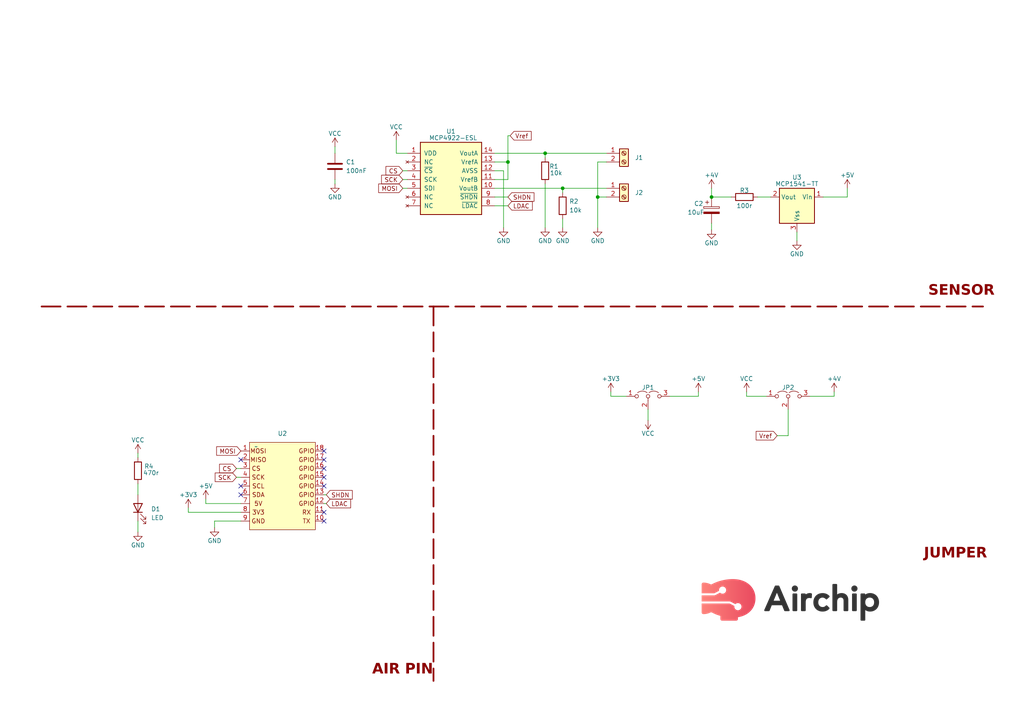
<source format=kicad_sch>
(kicad_sch (version 20230121) (generator eeschema)

  (uuid 1e7ec760-755b-490b-9b18-12ee68b3eef0)

  (paper "A4")

  (lib_symbols
    (symbol "Analog_DAC:MCP4922-ESL" (pin_names (offset 1.016)) (in_bom yes) (on_board yes)
      (property "Reference" "U1" (at -4.445 4.445 0)
        (effects (font (size 1.27 1.27)))
      )
      (property "Value" "MCP4922-ESL" (at -3.81 2.54 0)
        (effects (font (size 1.27 1.27)))
      )
      (property "Footprint" "Package_SO:SOIC-14_3.9x8.7mm_P1.27mm" (at -1.905 18.415 0)
        (effects (font (size 1.27 1.27) italic) hide)
      )
      (property "Datasheet" "http://ww1.microchip.com/downloads/en/devicedoc/21897a.pdf" (at -2.54 18.415 0)
        (effects (font (size 1.27 1.27)) hide)
      )
      (property "ki_keywords" "Dual DAC 1ch 12bit SPI" (at 0 0 0)
        (effects (font (size 1.27 1.27)) hide)
      )
      (property "ki_description" "Dual 12-bit Digital to Analog Converter, SPI Interface, SOIC-14" (at 0 0 0)
        (effects (font (size 1.27 1.27)) hide)
      )
      (property "ki_fp_filters" "DIP* PDIP* SO* SOIC* TSSOP*" (at 0 0 0)
        (effects (font (size 1.27 1.27)) hide)
      )
      (symbol "MCP4922-ESL_0_1"
        (polyline
          (pts
            (xy -13.335 1.27)
            (xy 4.445 1.27)
            (xy 4.445 -7.62)
            (xy 4.445 -19.685)
            (xy -13.335 -19.685)
            (xy -13.335 1.27)
          )
          (stroke (width 0.254) (type default))
          (fill (type background))
        )
      )
      (symbol "MCP4922-ESL_1_1"
        (pin power_in line (at -17.145 -1.905 0) (length 3.81)
          (name "VDD" (effects (font (size 1.27 1.27))))
          (number "1" (effects (font (size 1.27 1.27))))
        )
        (pin passive line (at 8.255 -12.065 180) (length 3.81)
          (name "VoutB" (effects (font (size 1.27 1.27))))
          (number "10" (effects (font (size 1.27 1.27))))
        )
        (pin passive line (at 8.255 -9.525 180) (length 3.81)
          (name "VrefB" (effects (font (size 1.27 1.27))))
          (number "11" (effects (font (size 1.27 1.27))))
        )
        (pin power_in line (at 8.255 -6.985 180) (length 3.81)
          (name "AVSS" (effects (font (size 1.27 1.27))))
          (number "12" (effects (font (size 1.27 1.27))))
        )
        (pin passive line (at 8.255 -4.445 180) (length 3.81)
          (name "VrefA" (effects (font (size 1.27 1.27))))
          (number "13" (effects (font (size 1.27 1.27))))
        )
        (pin passive line (at 8.255 -1.905 180) (length 3.81)
          (name "VoutA" (effects (font (size 1.27 1.27))))
          (number "14" (effects (font (size 1.27 1.27))))
        )
        (pin no_connect line (at -17.145 -4.445 0) (length 3.81)
          (name "NC" (effects (font (size 1.27 1.27))))
          (number "2" (effects (font (size 1.27 1.27))))
        )
        (pin input line (at -17.145 -6.985 0) (length 3.81)
          (name "~{CS}" (effects (font (size 1.27 1.27))))
          (number "3" (effects (font (size 1.27 1.27))))
        )
        (pin input line (at -17.145 -9.525 0) (length 3.81)
          (name "SCK" (effects (font (size 1.27 1.27))))
          (number "4" (effects (font (size 1.27 1.27))))
        )
        (pin input line (at -17.145 -12.065 0) (length 3.81)
          (name "SDI" (effects (font (size 1.27 1.27))))
          (number "5" (effects (font (size 1.27 1.27))))
        )
        (pin no_connect line (at -17.145 -14.605 0) (length 3.81)
          (name "NC" (effects (font (size 1.27 1.27))))
          (number "6" (effects (font (size 1.27 1.27))))
        )
        (pin no_connect line (at -17.145 -17.145 0) (length 3.81)
          (name "NC" (effects (font (size 1.27 1.27))))
          (number "7" (effects (font (size 1.27 1.27))))
        )
        (pin input line (at 8.255 -17.145 180) (length 3.81)
          (name "~{LDAC}" (effects (font (size 1.27 1.27))))
          (number "8" (effects (font (size 1.27 1.27))))
        )
        (pin input line (at 8.255 -14.605 180) (length 3.81)
          (name "~{SHDN}" (effects (font (size 1.27 1.27))))
          (number "9" (effects (font (size 1.27 1.27))))
        )
      )
    )
    (symbol "Connector:Screw_Terminal_01x02" (pin_names (offset 1.016) hide) (in_bom yes) (on_board yes)
      (property "Reference" "J" (at 0 2.54 0)
        (effects (font (size 1.27 1.27)))
      )
      (property "Value" "Screw_Terminal_01x02" (at 0 -5.08 0)
        (effects (font (size 1.27 1.27)))
      )
      (property "Footprint" "" (at 0 0 0)
        (effects (font (size 1.27 1.27)) hide)
      )
      (property "Datasheet" "~" (at 0 0 0)
        (effects (font (size 1.27 1.27)) hide)
      )
      (property "ki_keywords" "screw terminal" (at 0 0 0)
        (effects (font (size 1.27 1.27)) hide)
      )
      (property "ki_description" "Generic screw terminal, single row, 01x02, script generated (kicad-library-utils/schlib/autogen/connector/)" (at 0 0 0)
        (effects (font (size 1.27 1.27)) hide)
      )
      (property "ki_fp_filters" "TerminalBlock*:*" (at 0 0 0)
        (effects (font (size 1.27 1.27)) hide)
      )
      (symbol "Screw_Terminal_01x02_1_1"
        (rectangle (start -1.27 1.27) (end 1.27 -3.81)
          (stroke (width 0.254) (type default))
          (fill (type background))
        )
        (circle (center 0 -2.54) (radius 0.635)
          (stroke (width 0.1524) (type default))
          (fill (type none))
        )
        (polyline
          (pts
            (xy -0.5334 -2.2098)
            (xy 0.3302 -3.048)
          )
          (stroke (width 0.1524) (type default))
          (fill (type none))
        )
        (polyline
          (pts
            (xy -0.5334 0.3302)
            (xy 0.3302 -0.508)
          )
          (stroke (width 0.1524) (type default))
          (fill (type none))
        )
        (polyline
          (pts
            (xy -0.3556 -2.032)
            (xy 0.508 -2.8702)
          )
          (stroke (width 0.1524) (type default))
          (fill (type none))
        )
        (polyline
          (pts
            (xy -0.3556 0.508)
            (xy 0.508 -0.3302)
          )
          (stroke (width 0.1524) (type default))
          (fill (type none))
        )
        (circle (center 0 0) (radius 0.635)
          (stroke (width 0.1524) (type default))
          (fill (type none))
        )
        (pin passive line (at -5.08 0 0) (length 3.81)
          (name "Pin_1" (effects (font (size 1.27 1.27))))
          (number "1" (effects (font (size 1.27 1.27))))
        )
        (pin passive line (at -5.08 -2.54 0) (length 3.81)
          (name "Pin_2" (effects (font (size 1.27 1.27))))
          (number "2" (effects (font (size 1.27 1.27))))
        )
      )
    )
    (symbol "Device:C" (pin_numbers hide) (pin_names (offset 0.254)) (in_bom yes) (on_board yes)
      (property "Reference" "C" (at 0.635 2.54 0)
        (effects (font (size 1.27 1.27)) (justify left))
      )
      (property "Value" "C" (at 0.635 -2.54 0)
        (effects (font (size 1.27 1.27)) (justify left))
      )
      (property "Footprint" "" (at 0.9652 -3.81 0)
        (effects (font (size 1.27 1.27)) hide)
      )
      (property "Datasheet" "~" (at 0 0 0)
        (effects (font (size 1.27 1.27)) hide)
      )
      (property "ki_keywords" "cap capacitor" (at 0 0 0)
        (effects (font (size 1.27 1.27)) hide)
      )
      (property "ki_description" "Unpolarized capacitor" (at 0 0 0)
        (effects (font (size 1.27 1.27)) hide)
      )
      (property "ki_fp_filters" "C_*" (at 0 0 0)
        (effects (font (size 1.27 1.27)) hide)
      )
      (symbol "C_0_1"
        (polyline
          (pts
            (xy -2.032 -0.762)
            (xy 2.032 -0.762)
          )
          (stroke (width 0.508) (type default))
          (fill (type none))
        )
        (polyline
          (pts
            (xy -2.032 0.762)
            (xy 2.032 0.762)
          )
          (stroke (width 0.508) (type default))
          (fill (type none))
        )
      )
      (symbol "C_1_1"
        (pin passive line (at 0 3.81 270) (length 2.794)
          (name "~" (effects (font (size 1.27 1.27))))
          (number "1" (effects (font (size 1.27 1.27))))
        )
        (pin passive line (at 0 -3.81 90) (length 2.794)
          (name "~" (effects (font (size 1.27 1.27))))
          (number "2" (effects (font (size 1.27 1.27))))
        )
      )
    )
    (symbol "Device:C_Polarized" (pin_numbers hide) (pin_names (offset 0.254)) (in_bom yes) (on_board yes)
      (property "Reference" "C" (at 0.635 2.54 0)
        (effects (font (size 1.27 1.27)) (justify left))
      )
      (property "Value" "C_Polarized" (at 0.635 -2.54 0)
        (effects (font (size 1.27 1.27)) (justify left))
      )
      (property "Footprint" "" (at 0.9652 -3.81 0)
        (effects (font (size 1.27 1.27)) hide)
      )
      (property "Datasheet" "~" (at 0 0 0)
        (effects (font (size 1.27 1.27)) hide)
      )
      (property "ki_keywords" "cap capacitor" (at 0 0 0)
        (effects (font (size 1.27 1.27)) hide)
      )
      (property "ki_description" "Polarized capacitor" (at 0 0 0)
        (effects (font (size 1.27 1.27)) hide)
      )
      (property "ki_fp_filters" "CP_*" (at 0 0 0)
        (effects (font (size 1.27 1.27)) hide)
      )
      (symbol "C_Polarized_0_1"
        (rectangle (start -2.286 0.508) (end 2.286 1.016)
          (stroke (width 0) (type default))
          (fill (type none))
        )
        (polyline
          (pts
            (xy -1.778 2.286)
            (xy -0.762 2.286)
          )
          (stroke (width 0) (type default))
          (fill (type none))
        )
        (polyline
          (pts
            (xy -1.27 2.794)
            (xy -1.27 1.778)
          )
          (stroke (width 0) (type default))
          (fill (type none))
        )
        (rectangle (start 2.286 -0.508) (end -2.286 -1.016)
          (stroke (width 0) (type default))
          (fill (type outline))
        )
      )
      (symbol "C_Polarized_1_1"
        (pin passive line (at 0 3.81 270) (length 2.794)
          (name "~" (effects (font (size 1.27 1.27))))
          (number "1" (effects (font (size 1.27 1.27))))
        )
        (pin passive line (at 0 -3.81 90) (length 2.794)
          (name "~" (effects (font (size 1.27 1.27))))
          (number "2" (effects (font (size 1.27 1.27))))
        )
      )
    )
    (symbol "Device:LED" (pin_numbers hide) (pin_names (offset 1.016) hide) (in_bom yes) (on_board yes)
      (property "Reference" "D" (at 0 2.54 0)
        (effects (font (size 1.27 1.27)))
      )
      (property "Value" "LED" (at 0 -2.54 0)
        (effects (font (size 1.27 1.27)))
      )
      (property "Footprint" "" (at 0 0 0)
        (effects (font (size 1.27 1.27)) hide)
      )
      (property "Datasheet" "~" (at 0 0 0)
        (effects (font (size 1.27 1.27)) hide)
      )
      (property "ki_keywords" "LED diode" (at 0 0 0)
        (effects (font (size 1.27 1.27)) hide)
      )
      (property "ki_description" "Light emitting diode" (at 0 0 0)
        (effects (font (size 1.27 1.27)) hide)
      )
      (property "ki_fp_filters" "LED* LED_SMD:* LED_THT:*" (at 0 0 0)
        (effects (font (size 1.27 1.27)) hide)
      )
      (symbol "LED_0_1"
        (polyline
          (pts
            (xy -1.27 -1.27)
            (xy -1.27 1.27)
          )
          (stroke (width 0.254) (type default))
          (fill (type none))
        )
        (polyline
          (pts
            (xy -1.27 0)
            (xy 1.27 0)
          )
          (stroke (width 0) (type default))
          (fill (type none))
        )
        (polyline
          (pts
            (xy 1.27 -1.27)
            (xy 1.27 1.27)
            (xy -1.27 0)
            (xy 1.27 -1.27)
          )
          (stroke (width 0.254) (type default))
          (fill (type none))
        )
        (polyline
          (pts
            (xy -3.048 -0.762)
            (xy -4.572 -2.286)
            (xy -3.81 -2.286)
            (xy -4.572 -2.286)
            (xy -4.572 -1.524)
          )
          (stroke (width 0) (type default))
          (fill (type none))
        )
        (polyline
          (pts
            (xy -1.778 -0.762)
            (xy -3.302 -2.286)
            (xy -2.54 -2.286)
            (xy -3.302 -2.286)
            (xy -3.302 -1.524)
          )
          (stroke (width 0) (type default))
          (fill (type none))
        )
      )
      (symbol "LED_1_1"
        (pin passive line (at -3.81 0 0) (length 2.54)
          (name "K" (effects (font (size 1.27 1.27))))
          (number "1" (effects (font (size 1.27 1.27))))
        )
        (pin passive line (at 3.81 0 180) (length 2.54)
          (name "A" (effects (font (size 1.27 1.27))))
          (number "2" (effects (font (size 1.27 1.27))))
        )
      )
    )
    (symbol "Device:R" (pin_numbers hide) (pin_names (offset 0)) (in_bom yes) (on_board yes)
      (property "Reference" "R" (at 2.032 0 90)
        (effects (font (size 1.27 1.27)))
      )
      (property "Value" "R" (at 0 0 90)
        (effects (font (size 1.27 1.27)))
      )
      (property "Footprint" "" (at -1.778 0 90)
        (effects (font (size 1.27 1.27)) hide)
      )
      (property "Datasheet" "~" (at 0 0 0)
        (effects (font (size 1.27 1.27)) hide)
      )
      (property "ki_keywords" "R res resistor" (at 0 0 0)
        (effects (font (size 1.27 1.27)) hide)
      )
      (property "ki_description" "Resistor" (at 0 0 0)
        (effects (font (size 1.27 1.27)) hide)
      )
      (property "ki_fp_filters" "R_*" (at 0 0 0)
        (effects (font (size 1.27 1.27)) hide)
      )
      (symbol "R_0_1"
        (rectangle (start -1.016 -2.54) (end 1.016 2.54)
          (stroke (width 0.254) (type default))
          (fill (type none))
        )
      )
      (symbol "R_1_1"
        (pin passive line (at 0 3.81 270) (length 1.27)
          (name "~" (effects (font (size 1.27 1.27))))
          (number "1" (effects (font (size 1.27 1.27))))
        )
        (pin passive line (at 0 -3.81 90) (length 1.27)
          (name "~" (effects (font (size 1.27 1.27))))
          (number "2" (effects (font (size 1.27 1.27))))
        )
      )
    )
    (symbol "Jumper:Jumper_3_Open" (pin_names (offset 0) hide) (in_bom yes) (on_board yes)
      (property "Reference" "JP" (at -2.54 -2.54 0)
        (effects (font (size 1.27 1.27)))
      )
      (property "Value" "Jumper_3_Open" (at 0 2.794 0)
        (effects (font (size 1.27 1.27)))
      )
      (property "Footprint" "" (at 0 0 0)
        (effects (font (size 1.27 1.27)) hide)
      )
      (property "Datasheet" "~" (at 0 0 0)
        (effects (font (size 1.27 1.27)) hide)
      )
      (property "ki_keywords" "Jumper SPDT" (at 0 0 0)
        (effects (font (size 1.27 1.27)) hide)
      )
      (property "ki_description" "Jumper, 3-pole, both open" (at 0 0 0)
        (effects (font (size 1.27 1.27)) hide)
      )
      (property "ki_fp_filters" "Jumper* TestPoint*3Pads* TestPoint*Bridge*" (at 0 0 0)
        (effects (font (size 1.27 1.27)) hide)
      )
      (symbol "Jumper_3_Open_0_0"
        (circle (center -3.302 0) (radius 0.508)
          (stroke (width 0) (type default))
          (fill (type none))
        )
        (circle (center 0 0) (radius 0.508)
          (stroke (width 0) (type default))
          (fill (type none))
        )
        (circle (center 3.302 0) (radius 0.508)
          (stroke (width 0) (type default))
          (fill (type none))
        )
      )
      (symbol "Jumper_3_Open_0_1"
        (arc (start -0.254 1.016) (mid -1.651 1.4992) (end -3.048 1.016)
          (stroke (width 0) (type default))
          (fill (type none))
        )
        (polyline
          (pts
            (xy 0 -0.508)
            (xy 0 -1.27)
          )
          (stroke (width 0) (type default))
          (fill (type none))
        )
        (arc (start 3.048 1.016) (mid 1.651 1.4992) (end 0.254 1.016)
          (stroke (width 0) (type default))
          (fill (type none))
        )
      )
      (symbol "Jumper_3_Open_1_1"
        (pin passive line (at -6.35 0 0) (length 2.54)
          (name "A" (effects (font (size 1.27 1.27))))
          (number "1" (effects (font (size 1.27 1.27))))
        )
        (pin passive line (at 0 -3.81 90) (length 2.54)
          (name "C" (effects (font (size 1.27 1.27))))
          (number "2" (effects (font (size 1.27 1.27))))
        )
        (pin passive line (at 6.35 0 180) (length 2.54)
          (name "B" (effects (font (size 1.27 1.27))))
          (number "3" (effects (font (size 1.27 1.27))))
        )
      )
    )
    (symbol "Reference_Voltage:MCP1541-TT" (in_bom yes) (on_board yes)
      (property "Reference" "U3" (at -7.62 0 90)
        (effects (font (size 1.27 1.27)))
      )
      (property "Value" "MCP1541-TT" (at -5.08 0 90)
        (effects (font (size 1.27 1.27)))
      )
      (property "Footprint" "Package_TO_SOT_SMD:SOT-23" (at 0.635 -6.35 0)
        (effects (font (size 1.27 1.27) italic) (justify left) hide)
      )
      (property "Datasheet" "http://ww1.microchip.com/downloads/en/devicedoc/21653b.pdf" (at 0 0 0)
        (effects (font (size 1.27 1.27) italic) hide)
      )
      (property "ki_keywords" "Voltage Reference 4.096V" (at 0 0 0)
        (effects (font (size 1.27 1.27)) hide)
      )
      (property "ki_description" "4.096V Voltage Reference, SOT-23" (at 0 0 0)
        (effects (font (size 1.27 1.27)) hide)
      )
      (property "ki_fp_filters" "SOT?23*" (at 0 0 0)
        (effects (font (size 1.27 1.27)) hide)
      )
      (symbol "MCP1541-TT_0_1"
        (rectangle (start -2.54 5.08) (end 7.62 -5.08)
          (stroke (width 0.254) (type default))
          (fill (type background))
        )
      )
      (symbol "MCP1541-TT_1_1"
        (pin power_in line (at 0 7.62 270) (length 2.54)
          (name "Vin" (effects (font (size 1.27 1.27))))
          (number "1" (effects (font (size 1.27 1.27))))
        )
        (pin power_out line (at 0 -7.62 90) (length 2.54)
          (name "Vout" (effects (font (size 1.27 1.27))))
          (number "2" (effects (font (size 1.27 1.27))))
        )
        (pin power_in line (at 10.16 0 180) (length 2.54)
          (name "Vss" (effects (font (size 1.27 1.27))))
          (number "3" (effects (font (size 1.27 1.27))))
        )
      )
    )
    (symbol "moduler_pin:air" (in_bom yes) (on_board yes)
      (property "Reference" "U" (at 7.62 2.54 0)
        (effects (font (size 1.27 1.27)))
      )
      (property "Value" "" (at 0 0 0)
        (effects (font (size 1.27 1.27)))
      )
      (property "Footprint" "" (at 0 0 0)
        (effects (font (size 1.27 1.27)) hide)
      )
      (property "Datasheet" "" (at 0 0 0)
        (effects (font (size 1.27 1.27)) hide)
      )
      (symbol "air_1_1"
        (rectangle (start -1.905 1.27) (end 17.145 -24.13)
          (stroke (width 0) (type default))
          (fill (type background))
        )
        (text "3V3" (at 0.635 -19.05 0)
          (effects (font (size 1.27 1.27)))
        )
        (text "5V" (at 0.635 -16.51 0)
          (effects (font (size 1.27 1.27)))
        )
        (text "CS" (at 0 -6.35 0)
          (effects (font (size 1.27 1.27)))
        )
        (text "GND" (at 0.635 -21.59 0)
          (effects (font (size 1.27 1.27)))
        )
        (text "GPIO" (at 14.605 -16.51 0)
          (effects (font (size 1.27 1.27)))
        )
        (text "GPIO" (at 14.605 -13.97 0)
          (effects (font (size 1.27 1.27)))
        )
        (text "GPIO" (at 14.605 -11.43 0)
          (effects (font (size 1.27 1.27)))
        )
        (text "GPIO" (at 14.605 -8.89 0)
          (effects (font (size 1.27 1.27)))
        )
        (text "GPIO" (at 14.605 -6.35 0)
          (effects (font (size 1.27 1.27)))
        )
        (text "GPIO" (at 14.605 -3.81 0)
          (effects (font (size 1.27 1.27)))
        )
        (text "GPIO" (at 14.605 -1.27 0)
          (effects (font (size 1.27 1.27)))
        )
        (text "MISO" (at 0.635 -3.81 0)
          (effects (font (size 1.27 1.27)))
        )
        (text "MOSI" (at 0.635 -1.27 0)
          (effects (font (size 1.27 1.27)))
        )
        (text "RX" (at 14.605 -19.05 0)
          (effects (font (size 1.27 1.27)))
        )
        (text "SCK" (at 0.635 -8.89 0)
          (effects (font (size 1.27 1.27)))
        )
        (text "SCL" (at 0.635 -11.43 0)
          (effects (font (size 1.27 1.27)))
        )
        (text "SDA" (at 0.635 -13.97 0)
          (effects (font (size 1.27 1.27)))
        )
        (text "TX" (at 14.605 -21.59 0)
          (effects (font (size 1.27 1.27)))
        )
        (pin input line (at -4.445 -1.27 0) (length 2.54)
          (name "" (effects (font (size 1.27 1.27))))
          (number "1" (effects (font (size 1.27 1.27))))
        )
        (pin input line (at 19.685 -21.59 180) (length 2.54)
          (name "" (effects (font (size 1.27 1.27))))
          (number "10" (effects (font (size 1.27 1.27))))
        )
        (pin input line (at 19.685 -19.05 180) (length 2.54)
          (name "" (effects (font (size 1.27 1.27))))
          (number "11" (effects (font (size 1.27 1.27))))
        )
        (pin input line (at 19.685 -16.51 180) (length 2.54)
          (name "" (effects (font (size 1.27 1.27))))
          (number "12" (effects (font (size 1.27 1.27))))
        )
        (pin input line (at 19.685 -13.97 180) (length 2.54)
          (name "" (effects (font (size 1.27 1.27))))
          (number "13" (effects (font (size 1.27 1.27))))
        )
        (pin input line (at 19.685 -11.43 180) (length 2.54)
          (name "" (effects (font (size 1.27 1.27))))
          (number "14" (effects (font (size 1.27 1.27))))
        )
        (pin input line (at 19.685 -8.89 180) (length 2.54)
          (name "" (effects (font (size 1.27 1.27))))
          (number "15" (effects (font (size 1.27 1.27))))
        )
        (pin input line (at 19.685 -6.35 180) (length 2.54)
          (name "" (effects (font (size 1.27 1.27))))
          (number "16" (effects (font (size 1.27 1.27))))
        )
        (pin input line (at 19.685 -3.81 180) (length 2.54)
          (name "" (effects (font (size 1.27 1.27))))
          (number "17" (effects (font (size 1.27 1.27))))
        )
        (pin input line (at 19.685 -1.27 180) (length 2.54)
          (name "" (effects (font (size 1.27 1.27))))
          (number "18" (effects (font (size 1.27 1.27))))
        )
        (pin input line (at -4.445 -3.81 0) (length 2.54)
          (name "" (effects (font (size 1.27 1.27))))
          (number "2" (effects (font (size 1.27 1.27))))
        )
        (pin input line (at -4.445 -6.35 0) (length 2.54)
          (name "" (effects (font (size 1.27 1.27))))
          (number "3" (effects (font (size 1.27 1.27))))
        )
        (pin input line (at -4.445 -8.89 0) (length 2.54)
          (name "" (effects (font (size 1.27 1.27))))
          (number "4" (effects (font (size 1.27 1.27))))
        )
        (pin input line (at -4.445 -11.43 0) (length 2.54)
          (name "" (effects (font (size 1.27 1.27))))
          (number "5" (effects (font (size 1.27 1.27))))
        )
        (pin input line (at -4.445 -13.97 0) (length 2.54)
          (name "" (effects (font (size 1.27 1.27))))
          (number "6" (effects (font (size 1.27 1.27))))
        )
        (pin input line (at -4.445 -16.51 0) (length 2.54)
          (name "" (effects (font (size 1.27 1.27))))
          (number "7" (effects (font (size 1.27 1.27))))
        )
        (pin input line (at -4.445 -19.05 0) (length 2.54)
          (name "" (effects (font (size 1.27 1.27))))
          (number "8" (effects (font (size 1.27 1.27))))
        )
        (pin input line (at -4.445 -21.59 0) (length 2.54)
          (name "" (effects (font (size 1.27 1.27))))
          (number "9" (effects (font (size 1.27 1.27))))
        )
      )
    )
    (symbol "power:+3V3" (power) (pin_names (offset 0)) (in_bom yes) (on_board yes)
      (property "Reference" "#PWR" (at 0 -3.81 0)
        (effects (font (size 1.27 1.27)) hide)
      )
      (property "Value" "+3V3" (at 0 3.556 0)
        (effects (font (size 1.27 1.27)))
      )
      (property "Footprint" "" (at 0 0 0)
        (effects (font (size 1.27 1.27)) hide)
      )
      (property "Datasheet" "" (at 0 0 0)
        (effects (font (size 1.27 1.27)) hide)
      )
      (property "ki_keywords" "global power" (at 0 0 0)
        (effects (font (size 1.27 1.27)) hide)
      )
      (property "ki_description" "Power symbol creates a global label with name \"+3V3\"" (at 0 0 0)
        (effects (font (size 1.27 1.27)) hide)
      )
      (symbol "+3V3_0_1"
        (polyline
          (pts
            (xy -0.762 1.27)
            (xy 0 2.54)
          )
          (stroke (width 0) (type default))
          (fill (type none))
        )
        (polyline
          (pts
            (xy 0 0)
            (xy 0 2.54)
          )
          (stroke (width 0) (type default))
          (fill (type none))
        )
        (polyline
          (pts
            (xy 0 2.54)
            (xy 0.762 1.27)
          )
          (stroke (width 0) (type default))
          (fill (type none))
        )
      )
      (symbol "+3V3_1_1"
        (pin power_in line (at 0 0 90) (length 0) hide
          (name "+3V3" (effects (font (size 1.27 1.27))))
          (number "1" (effects (font (size 1.27 1.27))))
        )
      )
    )
    (symbol "power:+4V" (power) (pin_names (offset 0)) (in_bom yes) (on_board yes)
      (property "Reference" "#PWR016" (at 0 -3.81 0)
        (effects (font (size 1.27 1.27)) hide)
      )
      (property "Value" "+4.09V" (at 0 4.445 0)
        (effects (font (size 1.27 1.27)))
      )
      (property "Footprint" "" (at 0 0 0)
        (effects (font (size 1.27 1.27)) hide)
      )
      (property "Datasheet" "" (at 0 0 0)
        (effects (font (size 1.27 1.27)) hide)
      )
      (property "ki_keywords" "global power" (at 0 0 0)
        (effects (font (size 1.27 1.27)) hide)
      )
      (property "ki_description" "Power symbol creates a global label with name \"+4V\"" (at 0 0 0)
        (effects (font (size 1.27 1.27)) hide)
      )
      (symbol "+4V_0_1"
        (polyline
          (pts
            (xy -0.762 1.27)
            (xy 0 2.54)
          )
          (stroke (width 0) (type default))
          (fill (type none))
        )
        (polyline
          (pts
            (xy 0 0)
            (xy 0 2.54)
          )
          (stroke (width 0) (type default))
          (fill (type none))
        )
        (polyline
          (pts
            (xy 0 2.54)
            (xy 0.762 1.27)
          )
          (stroke (width 0) (type default))
          (fill (type none))
        )
      )
      (symbol "+4V_1_1"
        (pin power_in line (at 0 0 90) (length 0) hide
          (name "+4V" (effects (font (size 1.27 1.27))))
          (number "1" (effects (font (size 1.27 1.27))))
        )
      )
    )
    (symbol "power:+5V" (power) (pin_names (offset 0)) (in_bom yes) (on_board yes)
      (property "Reference" "#PWR" (at 0 -3.81 0)
        (effects (font (size 1.27 1.27)) hide)
      )
      (property "Value" "+5V" (at 0 3.556 0)
        (effects (font (size 1.27 1.27)))
      )
      (property "Footprint" "" (at 0 0 0)
        (effects (font (size 1.27 1.27)) hide)
      )
      (property "Datasheet" "" (at 0 0 0)
        (effects (font (size 1.27 1.27)) hide)
      )
      (property "ki_keywords" "global power" (at 0 0 0)
        (effects (font (size 1.27 1.27)) hide)
      )
      (property "ki_description" "Power symbol creates a global label with name \"+5V\"" (at 0 0 0)
        (effects (font (size 1.27 1.27)) hide)
      )
      (symbol "+5V_0_1"
        (polyline
          (pts
            (xy -0.762 1.27)
            (xy 0 2.54)
          )
          (stroke (width 0) (type default))
          (fill (type none))
        )
        (polyline
          (pts
            (xy 0 0)
            (xy 0 2.54)
          )
          (stroke (width 0) (type default))
          (fill (type none))
        )
        (polyline
          (pts
            (xy 0 2.54)
            (xy 0.762 1.27)
          )
          (stroke (width 0) (type default))
          (fill (type none))
        )
      )
      (symbol "+5V_1_1"
        (pin power_in line (at 0 0 90) (length 0) hide
          (name "+5V" (effects (font (size 1.27 1.27))))
          (number "1" (effects (font (size 1.27 1.27))))
        )
      )
    )
    (symbol "power:GND" (power) (pin_names (offset 0)) (in_bom yes) (on_board yes)
      (property "Reference" "#PWR" (at 0 -6.35 0)
        (effects (font (size 1.27 1.27)) hide)
      )
      (property "Value" "GND" (at 0 -3.81 0)
        (effects (font (size 1.27 1.27)))
      )
      (property "Footprint" "" (at 0 0 0)
        (effects (font (size 1.27 1.27)) hide)
      )
      (property "Datasheet" "" (at 0 0 0)
        (effects (font (size 1.27 1.27)) hide)
      )
      (property "ki_keywords" "global power" (at 0 0 0)
        (effects (font (size 1.27 1.27)) hide)
      )
      (property "ki_description" "Power symbol creates a global label with name \"GND\" , ground" (at 0 0 0)
        (effects (font (size 1.27 1.27)) hide)
      )
      (symbol "GND_0_1"
        (polyline
          (pts
            (xy 0 0)
            (xy 0 -1.27)
            (xy 1.27 -1.27)
            (xy 0 -2.54)
            (xy -1.27 -1.27)
            (xy 0 -1.27)
          )
          (stroke (width 0) (type default))
          (fill (type none))
        )
      )
      (symbol "GND_1_1"
        (pin power_in line (at 0 0 270) (length 0) hide
          (name "GND" (effects (font (size 1.27 1.27))))
          (number "1" (effects (font (size 1.27 1.27))))
        )
      )
    )
    (symbol "power:VCC" (power) (pin_names (offset 0)) (in_bom yes) (on_board yes)
      (property "Reference" "#PWR" (at 0 -3.81 0)
        (effects (font (size 1.27 1.27)) hide)
      )
      (property "Value" "VCC" (at 0 3.81 0)
        (effects (font (size 1.27 1.27)))
      )
      (property "Footprint" "" (at 0 0 0)
        (effects (font (size 1.27 1.27)) hide)
      )
      (property "Datasheet" "" (at 0 0 0)
        (effects (font (size 1.27 1.27)) hide)
      )
      (property "ki_keywords" "global power" (at 0 0 0)
        (effects (font (size 1.27 1.27)) hide)
      )
      (property "ki_description" "Power symbol creates a global label with name \"VCC\"" (at 0 0 0)
        (effects (font (size 1.27 1.27)) hide)
      )
      (symbol "VCC_0_1"
        (polyline
          (pts
            (xy -0.762 1.27)
            (xy 0 2.54)
          )
          (stroke (width 0) (type default))
          (fill (type none))
        )
        (polyline
          (pts
            (xy 0 0)
            (xy 0 2.54)
          )
          (stroke (width 0) (type default))
          (fill (type none))
        )
        (polyline
          (pts
            (xy 0 2.54)
            (xy 0.762 1.27)
          )
          (stroke (width 0) (type default))
          (fill (type none))
        )
      )
      (symbol "VCC_1_1"
        (pin power_in line (at 0 0 90) (length 0) hide
          (name "VCC" (effects (font (size 1.27 1.27))))
          (number "1" (effects (font (size 1.27 1.27))))
        )
      )
    )
  )

  (junction (at 163.195 54.61) (diameter 0) (color 0 0 0 0)
    (uuid 1214e0f2-1632-4925-ae94-fc9d842c23d4)
  )
  (junction (at 158.115 44.45) (diameter 0) (color 0 0 0 0)
    (uuid 8d944f70-b38f-47dd-89e6-d66b75053a65)
  )
  (junction (at 173.355 57.15) (diameter 0) (color 0 0 0 0)
    (uuid c7b12ebe-6eca-4fc9-9549-977898ffc431)
  )
  (junction (at 147.32 46.99) (diameter 0) (color 0 0 0 0)
    (uuid da2edcdb-a9df-46fe-a15b-55903d9dd6cd)
  )
  (junction (at 206.375 57.15) (diameter 0) (color 0 0 0 0)
    (uuid e7dcf65b-5691-4ec9-8a24-0114a011e356)
  )

  (no_connect (at 93.98 135.89) (uuid 2127b852-c528-43fc-b23d-6fddbeb4960d))
  (no_connect (at 93.98 138.43) (uuid 33ff4731-28a7-4e90-a915-3fd59ffbfdaf))
  (no_connect (at 93.98 133.35) (uuid 49666dd1-218b-437a-8627-c763826bd480))
  (no_connect (at 93.98 130.81) (uuid 51cd75b7-f2bf-4eaa-9a7c-718a8f391759))
  (no_connect (at 93.98 151.13) (uuid 5de7dd62-2b64-4671-92b4-1af0724e61da))
  (no_connect (at 69.85 140.97) (uuid 97eb9c1f-d2fb-4714-b21b-b1699581cad6))
  (no_connect (at 93.98 148.59) (uuid 97f81dc3-3b68-4053-af66-98ed4a4e4c9a))
  (no_connect (at 93.98 140.97) (uuid 9f9c569a-6360-46e6-8d92-57c092e3d31e))
  (no_connect (at 69.85 133.35) (uuid d2d47abf-6a19-411c-81c6-2d250c6d7799))
  (no_connect (at 69.85 143.51) (uuid d2f32d27-fadd-4126-9ac3-2e76e4a52e99))

  (wire (pts (xy 116.84 52.07) (xy 118.11 52.07))
    (stroke (width 0) (type default))
    (uuid 03aec692-e0ca-4067-9d3b-85488372dc8a)
  )
  (wire (pts (xy 163.195 63.5) (xy 163.195 66.04))
    (stroke (width 0) (type default))
    (uuid 06714629-5985-4374-baa6-f49aca326ac5)
  )
  (wire (pts (xy 206.375 64.77) (xy 206.375 66.675))
    (stroke (width 0) (type default))
    (uuid 0ddc3fda-7d24-4b7e-bb78-982b03965226)
  )
  (polyline (pts (xy 125.73 88.9) (xy 125.73 197.485))
    (stroke (width 0.5) (type dash) (color 132 0 0 1))
    (uuid 0fd201df-793e-4992-954a-30ed47973f05)
  )

  (wire (pts (xy 62.23 151.13) (xy 69.85 151.13))
    (stroke (width 0) (type default))
    (uuid 1003d170-7750-496c-9b9d-8544cbd4f303)
  )
  (wire (pts (xy 143.51 54.61) (xy 163.195 54.61))
    (stroke (width 0) (type default))
    (uuid 17a9dca9-a30c-46ef-b6e1-fa0cee9d8ce5)
  )
  (wire (pts (xy 175.895 46.99) (xy 173.355 46.99))
    (stroke (width 0) (type default))
    (uuid 1aac6cec-3c0b-4f97-bbbf-f313494ea56a)
  )
  (wire (pts (xy 62.23 153.035) (xy 62.23 151.13))
    (stroke (width 0) (type default))
    (uuid 21163f59-8aae-452b-ab38-ad110fb6d0e6)
  )
  (wire (pts (xy 94.615 143.51) (xy 93.98 143.51))
    (stroke (width 0) (type default))
    (uuid 269aafe0-ced7-4e4e-8c01-3947157a70da)
  )
  (wire (pts (xy 143.51 57.15) (xy 147.32 57.15))
    (stroke (width 0) (type default))
    (uuid 2708d64d-d682-4d32-a371-b9f04b899d4e)
  )
  (wire (pts (xy 143.51 52.07) (xy 147.32 52.07))
    (stroke (width 0) (type default))
    (uuid 2c238836-1665-490b-82ba-1cce8ab6f3f5)
  )
  (wire (pts (xy 216.535 113.665) (xy 216.535 114.935))
    (stroke (width 0) (type default))
    (uuid 39c05e40-118a-4662-824a-5a20ddaa26a4)
  )
  (wire (pts (xy 40.005 143.51) (xy 40.005 140.335))
    (stroke (width 0) (type default))
    (uuid 45bd15b8-7c66-4030-9dd2-a83995889653)
  )
  (wire (pts (xy 177.165 113.665) (xy 177.165 114.935))
    (stroke (width 0) (type default))
    (uuid 4737dea0-33d0-4c56-8ca1-e31f87377a28)
  )
  (wire (pts (xy 143.51 44.45) (xy 158.115 44.45))
    (stroke (width 0) (type default))
    (uuid 4863fd49-ccfb-4373-8aa8-6cb1b239f058)
  )
  (wire (pts (xy 228.6 118.745) (xy 228.6 126.365))
    (stroke (width 0) (type default))
    (uuid 49ab71ff-c614-4684-a6d6-d75e36978764)
  )
  (wire (pts (xy 146.05 49.53) (xy 146.05 66.04))
    (stroke (width 0) (type default))
    (uuid 4bbb258f-e583-43f4-9e8d-16c0d5fb5950)
  )
  (wire (pts (xy 216.535 114.935) (xy 222.25 114.935))
    (stroke (width 0) (type default))
    (uuid 4d7efab8-d8cb-4a9e-b478-6545e8c22e76)
  )
  (wire (pts (xy 59.69 146.05) (xy 69.85 146.05))
    (stroke (width 0) (type default))
    (uuid 4dd68311-5a26-4e66-8575-405e542874db)
  )
  (wire (pts (xy 202.565 114.935) (xy 202.565 113.665))
    (stroke (width 0) (type default))
    (uuid 4ee7f734-bc65-4d80-b28e-a17f67123438)
  )
  (wire (pts (xy 163.195 54.61) (xy 163.195 55.88))
    (stroke (width 0) (type default))
    (uuid 56b666a2-3d9e-4244-b829-109ea8a1a735)
  )
  (wire (pts (xy 59.69 144.78) (xy 59.69 146.05))
    (stroke (width 0) (type default))
    (uuid 58e9fd59-738a-4d98-9878-479d731d8d21)
  )
  (wire (pts (xy 94.615 146.05) (xy 93.98 146.05))
    (stroke (width 0) (type default))
    (uuid 67df910a-3a86-4418-b250-c7df39306b10)
  )
  (polyline (pts (xy 12.065 88.9) (xy 285.115 88.9))
    (stroke (width 0.5) (type dash) (color 132 0 0 1))
    (uuid 698b9962-48e8-43ef-a2cf-ddd9985f2afa)
  )

  (wire (pts (xy 173.355 57.15) (xy 175.895 57.15))
    (stroke (width 0) (type default))
    (uuid 6a025a66-608b-4858-83ba-1eb51411ea1f)
  )
  (wire (pts (xy 54.61 148.59) (xy 69.85 148.59))
    (stroke (width 0) (type default))
    (uuid 6a89aaf1-1ef4-4695-b89b-656579634f8c)
  )
  (wire (pts (xy 147.32 46.99) (xy 143.51 46.99))
    (stroke (width 0) (type default))
    (uuid 6bf9e183-7153-4400-a303-2d3c92d72839)
  )
  (wire (pts (xy 173.355 57.15) (xy 173.355 66.04))
    (stroke (width 0) (type default))
    (uuid 6ec53173-20cd-463e-943a-23ef0c6744f8)
  )
  (wire (pts (xy 54.61 147.32) (xy 54.61 148.59))
    (stroke (width 0) (type default))
    (uuid 725d1f29-2714-4905-af70-75fd7ba88cb0)
  )
  (wire (pts (xy 158.115 53.34) (xy 158.115 66.04))
    (stroke (width 0) (type default))
    (uuid 7fad1c1b-dd79-4930-ab18-a6d0a23e8f5f)
  )
  (wire (pts (xy 158.115 44.45) (xy 158.115 45.72))
    (stroke (width 0) (type default))
    (uuid 825db146-82d0-409f-81f0-c796664e08a5)
  )
  (wire (pts (xy 231.14 69.85) (xy 231.14 67.31))
    (stroke (width 0) (type default))
    (uuid 833e8a12-33dc-4cdf-8591-6221fc8948b2)
  )
  (wire (pts (xy 114.935 40.64) (xy 114.935 44.45))
    (stroke (width 0) (type default))
    (uuid 8c278570-3fe0-4aca-81f7-f6185f1d7ddb)
  )
  (wire (pts (xy 225.425 126.365) (xy 228.6 126.365))
    (stroke (width 0) (type default))
    (uuid 8c2bbe6d-5060-44e5-a6e1-a7818fd11e31)
  )
  (wire (pts (xy 116.84 54.61) (xy 118.11 54.61))
    (stroke (width 0) (type default))
    (uuid 8cbbaee3-22e7-4659-966a-2301e3c74fa5)
  )
  (wire (pts (xy 97.155 42.545) (xy 97.155 44.45))
    (stroke (width 0) (type default))
    (uuid 8e9a57c7-0aef-44ae-91fd-8eb734094b7f)
  )
  (wire (pts (xy 97.155 53.34) (xy 97.155 52.07))
    (stroke (width 0) (type default))
    (uuid 8f209142-040a-44f4-9ea6-847c555b6ffa)
  )
  (wire (pts (xy 114.935 44.45) (xy 118.11 44.45))
    (stroke (width 0) (type default))
    (uuid 96ec0e2a-7126-45d9-b0c7-3bf1a796b5a4)
  )
  (wire (pts (xy 219.71 57.15) (xy 223.52 57.15))
    (stroke (width 0) (type default))
    (uuid 9b412808-704a-41da-85e2-2d9eba675666)
  )
  (wire (pts (xy 143.51 59.69) (xy 147.32 59.69))
    (stroke (width 0) (type default))
    (uuid 9bf70293-e53c-4409-b2c4-59b4829113cc)
  )
  (wire (pts (xy 68.58 135.89) (xy 69.85 135.89))
    (stroke (width 0) (type default))
    (uuid 9ef82e82-30a0-43d9-80e7-118940ebe12f)
  )
  (wire (pts (xy 40.005 131.445) (xy 40.005 132.715))
    (stroke (width 0) (type default))
    (uuid b2ed616d-71e8-4225-a850-15f806050497)
  )
  (wire (pts (xy 206.375 57.15) (xy 212.09 57.15))
    (stroke (width 0) (type default))
    (uuid bf105906-c2b1-47e2-b147-2d23a3f934b6)
  )
  (wire (pts (xy 147.32 39.37) (xy 147.32 46.99))
    (stroke (width 0) (type default))
    (uuid c21f46ac-1104-4427-8729-46afcbfdb35f)
  )
  (wire (pts (xy 206.375 57.15) (xy 206.375 54.61))
    (stroke (width 0) (type default))
    (uuid c35d0fd7-b5dc-4b65-949a-98df63e527b5)
  )
  (wire (pts (xy 173.355 46.99) (xy 173.355 57.15))
    (stroke (width 0) (type default))
    (uuid c8521386-3b03-4468-8729-1d4662e9a255)
  )
  (wire (pts (xy 158.115 44.45) (xy 175.895 44.45))
    (stroke (width 0) (type default))
    (uuid ccc702e6-315e-4ede-998d-c18895717ef8)
  )
  (wire (pts (xy 116.84 49.53) (xy 118.11 49.53))
    (stroke (width 0) (type default))
    (uuid cd71a66a-629a-45bb-9a42-7341cd29e135)
  )
  (wire (pts (xy 143.51 49.53) (xy 146.05 49.53))
    (stroke (width 0) (type default))
    (uuid cf2a2a24-0271-4bf1-99a6-f9455af72f72)
  )
  (wire (pts (xy 194.31 114.935) (xy 202.565 114.935))
    (stroke (width 0) (type default))
    (uuid d8e67716-efc8-457d-bc18-7a95c0766373)
  )
  (wire (pts (xy 163.195 54.61) (xy 175.895 54.61))
    (stroke (width 0) (type default))
    (uuid d9077fd3-dd54-4947-826b-999394569c76)
  )
  (wire (pts (xy 147.32 52.07) (xy 147.32 46.99))
    (stroke (width 0) (type default))
    (uuid d9e28f91-84e0-4746-ad6f-8b829db340e1)
  )
  (wire (pts (xy 238.76 57.15) (xy 245.745 57.15))
    (stroke (width 0) (type default))
    (uuid dcc68179-b6df-4104-8960-500aa4636ee4)
  )
  (wire (pts (xy 40.005 154.305) (xy 40.005 151.13))
    (stroke (width 0) (type default))
    (uuid ddb831b4-6825-4c02-af18-c41110abcb85)
  )
  (wire (pts (xy 241.935 114.935) (xy 234.95 114.935))
    (stroke (width 0) (type default))
    (uuid dfe25db3-ac42-4c9f-aa3e-c495cbc77221)
  )
  (wire (pts (xy 177.165 114.935) (xy 181.61 114.935))
    (stroke (width 0) (type default))
    (uuid e27ecbed-670d-47b8-acac-a5f15b9a13e1)
  )
  (wire (pts (xy 245.745 57.15) (xy 245.745 54.61))
    (stroke (width 0) (type default))
    (uuid eb098562-65ef-44ba-8660-27e3e996dd0a)
  )
  (wire (pts (xy 147.32 39.37) (xy 147.955 39.37))
    (stroke (width 0) (type default))
    (uuid ec95be0c-9147-4694-9716-2c9ecab9d3dd)
  )
  (wire (pts (xy 187.96 121.92) (xy 187.96 118.745))
    (stroke (width 0) (type default))
    (uuid ef84ec9c-3e76-4334-87be-d6998e86f9fc)
  )
  (wire (pts (xy 241.935 113.665) (xy 241.935 114.935))
    (stroke (width 0) (type default))
    (uuid efcd4bd1-8d28-45b6-a3a8-2d3e17c03782)
  )
  (wire (pts (xy 68.58 138.43) (xy 69.85 138.43))
    (stroke (width 0) (type default))
    (uuid fabc367e-9e44-41f8-94ff-3f716bcffbc4)
  )

  (image (at 229.235 173.99) (scale 0.303838)
    (uuid 5a3b003e-0394-44d3-a19c-d91999494eff)
    (data
      iVBORw0KGgoAAAANSUhEUgAAB9AAAAHVCAYAAACpJWDwAAAABHNCSVQICAgIfAhkiAAAIABJREFU
      eJzs3XeYnGW9//F3SEKyCS0hARUVBCSKYvuiqKiAokRasKAeRUn4WSghFUTNsYAiICGNA6gQEBso
      TfEg6hFE8KjouRFsIAgiiEJCEwhJKJnfH88sKdtmdmfmnvJ+XddcuzzPPfd8dpjMzj6fpwxDkjrQ
      ox+ZPhzYnBKbA5sDW5S/dt82BbqATSkxFugqwSbl5SOBzYqZSpsAI4CNgTHFIjYFNuo3QKnXpSuB
      J8oDHgWeLsHjwBOUeILi+5XACuAx4N/l77tvD5eXPUiJh4AHgYc2P//MFZU+L5IkSZIkSZIkSZ1s
      WO4AklQLj3706E2BZ1NiIvAcYCKw5Tpft4TS+PL3W1GU4X0V2esrrfel95UDLKp+TGn9YZXM2ff8
      TwIPQel+4F5gObAMuJcS3cvuA+4G7tv862c9XeWjSZIkSZIkSZIktQULdElN7bGPHb0J8FxKbAPP
      3J4LbFOCZwFbU3wdDQxQNA+t7G7hAr3vhT0XPV0qCvV/lG/3UBTrdwJ3UOLOLb5x1oNVppEkSZIk
      SZIkSWoJFuiSsnnsYzOGUZTf2wLbQWnb8vfdt+fRfar0SntqC/R+xleWtYKn8BHgb8CdULoduLV8
      u22Lb3z5H1XllCRJkiRJkiRJaiIW6JLq6rHDZ4wCdijftn/m+xI7AC+guHZ4WT/VrQV6depboPe3
      YAUlbgP+AtwC/An4I3DbFt/88lP9TS1JkiRJkiRJkpSbBbqkIVtxxIzhJXg+8CJgJ0pMAiYBO1Gc
      br2nattvC/Tq5CvQ+5rgSYpC/Q/An4GbgN9t8c0v39Pfw0mSJEmSJEmSJDWSBbqkiq04YubGFCX5
      zlDaGXgp8EJgp9K6R5IPukC2QN9wQBsV6H1ZTokbgN+VKL4Ct4/71per/YklSZIkSZIkSZKGzAJd
      Ug8rjpw5HNgReDnwUkq8FNi5vGx4MWr9frPU53/0wQK9ogEdUKD39vw+BKXfAL8Grgd+M+5bX3mg
      ylklSZIkSZIkSZKqZoEudbgVR84cR1GUvxx4WfnrzkDXM4MqKGMt0Ac350ADOrRA722S2yhxPfAL
      4FrglnHf/opHqUuSJEmSJEmSpJqyQJc6yIqjZj4LCOAVQFBiV+B5A97RAr2foRbo1U3Q95wDFOgb
      Lrof+F/gOopC/Xfjvv2Vp6p8ZEmSJEmSJEmSpPVYoEttasVRs7YCXg2l3Vhbmj9nvUGVFp0W6P0M
      tUCvboK+56yyQN/QI8DPgauAqyjxp3EXeIS6JEmSJEmSJEmqjgW61AYenz5rLMUR5bsBrwZeU4Jt
      i7XVldKVj7NAr8WcAw2wQB/kvCXuo7tMhx+Nu+Ar/6wylSRJkiRJkiRJ6kAW6FILenz6rB2B1wOv
      A3YHXgJstG7BWOrlux4s0C3Q27dA39BNULoCuBL41bgLvvp0FbNJkiRJkiRJkqQOYYEuNbnHp88a
      TXFUeXdh/npgYq+DLdAt0Psd39EF+roLHwZ+AlxeKnHF+Au/+nAVM0uSJEmSJEmSpDZmgS41mceP
      nrUZRUn+Jkq8CdgVGFXRnS3QLdD7HW+B3mNJiacorp3+PeD74y/86t1VPIokSZIkSZIkSWozFuhS
      Zo8fPXs88CZgTyi9AXglsBEwpNLUAn0ok/Q+xgK9t5UtX6BvKAEXAxeNv/Crt1fxiJIkSZIkSZIk
      qQ1YoEsN9viM2ZsDb6TEXsBbgJfxzL/FDdo8C/R+V1mgVzu/BXqPJf3PeQNwEXDB+Au/+vcqHl2S
      JEmSJEmSJLUoC3SpzlbOmD26BG+kKMv3ojgl+0YVFXwW6P2uskCvdn4L9B5LKp/zeuACSlww/jtf
      XVZFEkmSJEmSJEmS1EIs0KUaWzlj9jCKo8rfVr69oQSjewy0QK8ukAV6dSzQK1pYRYHePcVTwP8A
      3wC+N/47X11Z5QySJEmSJEmSJKmJWaBLNbBy5uxnUWIfisL8rcDEdddXXvRaoFcz3gK92vkt0Hss
      Gdrz+ihwMZTOG/+ds6+rciZJkiRJkiRJktSELNClQVg5c/Zw4HXAZGBf4JVV99QW6NUFskCvjgV6
      RQuHWKCvu/BW4Bzg/PHfOdtTvEuSJEmSJEmS1KIs0KUKrZw5ZyLw9uJWmgxssd4AC/Tq5rVAr2iA
      Bfog5218gd7tKeByYCnwo/HfOXtNlY8gSZIkSZIkSZIyskCX+rFy1pyXAAdS4gDgtTzzb6a6cs8C
      fXBzDrTKAr3a+S3Qeyyp1/NauIMSZwHnjv/u2Q9W+UiSJEmSJEmSJCkDC3RpHStnzRkJvAk4AJgC
      bAcMuTS0QB/cnAOtskCvdn4L9B5L6lugd69aBVwInDH+u2f/X5WPKEmSJEmSJEmSGsgCXR1v5aw5
      YyhOzX4QRXG+eY9BFugDLrRAH9ycAw2wQB/kvM1VoK/r1yVYAFy25XfPfqrKR5ckSZIkSZIkSXVm
      ga6OtHLWnPHAfsA7gcnA6H7vYIE+4EIL9MHNOdAAC/RBztu8BXr3or8Di4ClW3737EerTCFJkiRJ
      kiRJkurEAl0dY+XsOVtRFObvosSewIiK72yBPuBCC/TBzTnQAAv0Qc7b/AV6t0cocTawaMuLzv5H
      lWkkSZIkSZIkSVKNWaCrra2aPXc8lN4BHFyCvYHhQA3KSAt0C/TazDnQAAv0Qc7bOgV694IngfOB
      U7a86Oy/VplKkiRJkiRJkiTViAW62k5RmvMO4GDgLVAaAYMoePsdb4FugV6bOQcaYIE+yHlbr0Dv
      tga4CEonbXnROTdVF06SJEmSJEmSJA2VBbrawqo5c7uAAynxfoprmm+8du0GRWSP/6iABfqACy3Q
      BzfnQAMs0Ac5b+sW6Osu/D5w/JYXnfO7irJJkiRJkiRJkqQhs0BXy1o1Z+4IitOyf4DiiPOx/ZVb
      FuiVZqh0nAV6LeYcaIAF+iDnbY8CvZtFuiRJkiRJkiRJDWKBrpazas7cXYEPAe8DJq630gK9l28t
      0KufpPcxFui9rbRAb0CB3u0y4D+3vOicP/f9gJIkSZIkSZIkaSgs0NUSVs2Zuw3FkeaHAjv3OdAC
      vZdvLdCrn6T3MRbova20QG9ggV6sKPFN4DNbXnzOnX0/sCRJkiRJkiRJGgwLdDWtVXPnjqHEQRSl
      +d7ARgPeyQK9l28t0KufpPcxFui9rbRAb3CB3r3qSeAM4MQtLz7n/r4HS5IkSZIkSZKkaligq+ms
      mjs3gP8HvJ8Sm1d1Zwv0Xr61QK9+kt7HWKD3ttICPVOB3u0R4FRgwZYXn/N433eSJEmSJEmSJEmV
      sEBXU1g195hxUDqEojh/+TMralhuWaBXmqHScRbotZhzoAEW6IOct3MK9G73AMcB397y4nOq/akk
      SZIkSZIkSVKZBbqyWTX3mGHAHsBHgXdCaVSPQRbo1bFAt0Dvd7wFeo8l7VOgd7semLXlxef8ut9R
      kiRJkiRJkiSpVxboarjVxxwzHvhQqcTHgBetXVO7Iq63hRbolWaodJwFei3mHGiABfog5+3cAr3b
      tynx8S0vOeeeikZLkiRJkiRJkiTAAl0NtPqYY14LHA68B+jqWVxZoFugW6BvOMACfZDzWqBDiceA
      40uwaMIl5zxV4b0kSZIkSZIkSepoQyrQ1xz/qS1KJV4KTAK2ADZdZ/VqYOUG3z9MiVXl7x8CHgAe
      HH78F1eitrT6mGO6gPcDR7Putc3prbiyQLdAt0DfcIAF+iDntUBf93n9E3DUhEvO+XmF95QkSZIk
      SZIkqWNVXaCvOf5TOwAfBPYHXlUqVTlH70XBKuBBYBlwLyXuBu4F/gncDdwJ/G34CSc9Xm1e5bH6
      mGO2A44EPgyM622MBXoFCy3Q+11lgV7t/BboPZZ0RoHe7ZvA3AmXnLOswhkkSZIkSZIkSeo4FZff
      a46ftxuU/pOiOH9GXcqHvue8F7ijBHcAtwA3A3+mxO0jPn/Sk1UmUY2tPuaYYcCewAzgQGCj/sZb
      oFew0AK931UW6NXOb4HeY0lnFehQ7Kw2F0rnT7hkabU/vSRJkiRJkiRJbW/AAn3N8fMmAqcChzas
      fBhgzl7Kh6eAW4Eby7ffQemGEZ8/+cEq02kQVh97zCjgEErMBl5S6f0s0CtYaIHe7yoL9Grnt0Dv
      saTzCvTulVcBH51wydI7KpxNkiRJkiRJkqSO0G+Bvub4eXsAFwDPLpY0bYHe16i7gV+Xb78Cbhjx
      +ZNXDxxSlVh97DETKE7TfhSwVbWlmQV6BQst0PtdZYFe7fwW6D2WdG6BDrAS+AywcMIlS5+ucFZJ
      kiRJkiRJktpanwX6muPnTQWWst5puFuuQN/QE8ANlPg5cA3wixFfOPmx/h9NG1p97LEvgtJs4EPA
      6GdWWKBXfvdKF1qg97vKAr3a+S3Qeyzp7AK92/XAoRMuWfqXCmeWJEmSJEmSJKlt9Vqgrzlh3uGU
      OKvnmpYv0Ddc9TTwf8DVwI+BX474wsleS70Pq4899nXAJ4H9odTztWOBXvndK11ogd7vKgv0aue3
      QO+xxAK920pKfApYMuHSpWsqfARJkiRJkiRJktpOjxJ0zQnz3gV8l9K6R553a7sCfUOPAj+lKNN/
      OOILJ9/df5L2t/rYY4cBkymK8zeuXTP00swCvYKFFuj9rrJAr3Z+C/QeSyzQN1x0LTB1wqVL/1bh
      o0iSJEmSJEmS1FbWK9DXnDDvhcDvgLFZy4d8BfqG424AvleC74088eQ/VHivtrD648eOoMTBwCeA
      l/UcYYFe2WP3s8oCvbpAFujVsUCvaKEFeq+LHgOmT7h06fkVPpIkSZIkSZIkSW3jmQJ9zQnzhgO/
      BnYF8pYPzVOgr/vlDihdClw48sRTUoUztJzVHz92Y+CDwCcpsUPfIy3QK3vsflZZoFcXyAK9Ohbo
      FS20QO930XeAwydcuvThCh9RkiRJkiRJkqSWt26BfhTwX8+ssUDvpXx45rvbKIqFb4888ZSbK5yt
      qZWL88OATwHPA+pTRK473AJ94IUW6P2uskCvdn4L9B5LLNAHmvcu4JAJly69rsJHlSRJkiRJkiSp
      pQ0DWHPCvC7gb8DWz6yxQO+vQF/X74CvUZTp91c4c9N44uPHdgEfKcExdBfn3SzQ+xlvgW6BXps5
      BxpggT7IeS3Qa/m6XQN8Hvj8hEuXPl3ho0uSJEmSJEmS1JK6C/TpwOnrrbFAr7RA7/YkJS6nKNOv
      HPnFU5q6ZHiiOOL8YxRHnD+rYUXkusMt0AdeaIHe7yoL9Grnt0DvscQCvZp5r6bEByZctvTeChNI
      kiRJkiRJktRyugv03wGvWG+NBXq1Bfq6q/8BnA2cPfKLp/yrwkdriCeOO3YEJaYBn2adI84t0Kud
      1wLdAr02cw40wAJ9kPNaoNfrdXsf8N4Jly39eYUpJEmSJEmSJElqKcPWnDBvEnBLjzUW6EMp0Ls9
      BXwfOHPkF0+5usJHrYsnjjt2I+AQ4DOU2GHD9Rbo1c5rgW6BXps5BxpggT7IeS3Q6/m6XQN8Fjhx
      wmVLq30GJUmSJEmSJElqasN6PX07WKCvM24IBfq6/gAsoMS3R550yhMVJqiJJ4479h3AicCLgbxF
      5LrDLdAHXmiB3u8qC/Rq57dA77HEAr26edcf8wPgkAmXLX2kwkSSJEmSJDWliBgBvACYAIzKHKfb
      CuDelNLduYNIktRphq05Yd4FwPt6rLFAr3WB3j3mPuC/gC+PPOmU+ytMMihPHPfxNwCnQOn1G2To
      JVYvLND7GW+BboFemzkHGmCBPsh5LdAb9br9C3DQhMuW9jyTjSRJkiRJTS4i9gSmA5OBsXnT9Ole
      4BJgUUrpr7nDSJLUCYatOWHejcDLe6yxQK9Xgd5tBXAOcOrIk065p8JEFXniuI/vDJwMHNBrMAt0
      C/Rq57dA72eoBXp1E/Q9pwX64Ofsb1wDXrePAodOuGzpZZUFkyRJkiQpr4gYT7Ft9h25s1ThSeAk
      4ISU0tO5w0iS1M6GrTlh3oPAuB5rLNDrXaB3exJK5wGnjjzpS0Pag/CJ4z6+HfBp4FBgeJ8PaoFu
      gV7t/Bbo/Qy1QK9ugr7ntEAf/Jz9jWvc67b0WeDzEy47t9pnVZIkSZKkhomI5wI/A3bMnWWQvge8
      J6X0ZO4gkiS1q2FrTphX8bZ1C/S6FOjdC9cAl1Oc3v1nI0/60poKZuOJT3x8I2B3SnwY+ADrFed9
      PKgFugV6tfNboPcz1AK9ugn6ntMCffBz9jeugQU6wIXAtAmXnbuqgtkkSZIkSWqoiOgCrgd2yZ1l
      iM5KKR2ZO4QkSe3KAr2CB2pQgb6uB0rwI+CXlLgFuJPilO9PABOArYGXArsB+wDPrqrxskC3QK92
      fgv0foZaoFc3Qd9zWqAPfs7+xjW4QAe4vgQHTbzs3HsrmFGSJEmSpIaJiJOAT+TOUSN7p5Suyh1C
      kqR2ZIFewQNlKNCrL80s0PsZb4FeyfhK5+1roQX64OYcaIAF+iDntUDPWaBTgruAAyZedu7vK5hV
      kiRJkqS6i4hxwN3A2NxZauR/U0pvyB1CkqR2tFHuAJIkqe08H7hu+UGH7Z07iCRJkiRJZe+mfcpz
      gN0jYvvcISRJakcW6JIkqR42A364/KDDDskdRJIkSZIk4E25A9TBHrkDSJLUjizQJUlSvYwEvrH8
      oMPa5fpykiRJkqTWtWPuAHXwgtwBJElqRxbokiSp3k5aftBhpy8/6LBhuYNIkiRJkjpWV+4AdbBZ
      7gCSJLUjC3RJktQI0ymORh+RO4gkSZIkSZIkSX2xQJckSY3yAeDS5Qcd1o57/UuSJEmSJEmS2oAF
      uiRJaqQDgCuWH3TY5rmDSJIkSZIkSZK0IQt0SZLUaHsBP7FElyRJkiRJkiQ1Gwt0SZKUw2uwRJck
      SZIkSZIkNRkLdEmSlMtrgGuWTzlsYu4gkiRJkiRJkiSBBbokScrrFcDVluiSJEmSJEmSpGYwIncA
      SZLU8V5KUaK/ceL3z304dxhJklSZiNgaeBEwCdgR2AzYpHwDeKx8ewS4DbgVuCWldF/j00qSJKmV
      RcSmwE4Unz93AsYDmwJblIesZu1nz7uAvwC3AH9PKT3d8MCSWpoFuiRJagYvBX68fMphb5v4/XP/
      nTuMpPYSEeOA/wAmA7sA4/ImesYqig07vwC+lVJKmfNI/YqI5wBvA/YE9ga2GeQ89wA/Ba4BfpxS
      +leNIkqSJKlNRMRYYC/gLeWvLwOGDWKqRyPiWuBq4Kcppd/XLqWkdjVszQnzSr2u6XVpz4Wl3u/d
      t0rmHWDOHqsrzFrp/BuOK224YCjzVvq8VjPngOMGfn6rfQorn6SfGSr5H1nD11dpwHHVzFtd1sqf
      3+r+LfR394pet0N6fZX6/q8a/lvob1XDXrc93gtqN+dAA6p+L+h3fGVZq3sKa/fvtp9XVPXz5vwd
      NsCqfL/DBphkyK/bXt51Bvce87/A2yZ+/9zHK7y3JPUpIoYBc4BPA5tnjlOJK4DpKaU7cweRukXE
      JsA7gA9RbLwczEbL/pQoyvRvAJemlFbUeH5JkgCIiBuBl+fOUWOLU0qzcoeQaiUiNqLYWfNDwLtY
      e2ajWroZ+DrwzZTSP+owv6Q24DXQJUlSM9kd+O/lUw7ryh1EUmuLiDHAfwPzaY3yHGA/4IaI2Ct3
      ECkiJkTEicA/KDYw7k3ty3PKc761/Bj3RMQXImJCHR5HkiRJTSoiRkbEVIpTrl8FHEp9ynOAFwMn
      AXdFxIURsUudHkdSC7NAlyRJzWYv4ILlUw4bnjuIpNZUPvL8ImDf3FkGYRxweUS029FRahERsUVE
      zAfuBD5FY3dA2RyYB9wZEadGxBYD3UGSJEmtKyI2iogPA7cD5wEvbODDDwPeC/w+Ir4XES9u4GNL
      anIW6JIkqRlNAb66fMq0ehzpJqn9HUVrlufdNgEujIiNcwdR54iIYRFxKHAbMBcYmzHOWOAY4LZy
      JkmSJLWZiNgV+C1wNvC8zHGmAH+IiNPK116X1OEs0CVJUrM6DDgxdwhJrSUiNgU+lztHDbyI4n1Q
      qruIeDZwJfA1oJlOnz4B+FpEXFnOKEmSpBZXPl37F4FfA6/KnWcdw4E5wB8jYvfcYSTlZYEuSZKa
      2SeXT5k2K3cISS3l/wFb5g5RI3Mjwr/ZVFcR8RbgJmCf3Fn6MRm4KSLenDuIJEmSBi8ingtcB3yS
      orBuRtsB10bEJ8uXB5PUgdwYI0mSmt3C5VOmvTt3CEnNLyKGAzNz56ihHSmKQ6kuIuJo4CfAxNxZ
      KjAR+J+ImJ47iCRJkqoXEbsBCdgtd5YKbAR8EfhORHTlDiOp8SzQJUlSK/jG8inTXpc7hKSmN4Xi
      aIF2MiN3ALWf8vXOvwQsobW2C2wEnB4Rp3g0kCRJUuuIiAOAnwFb5c5SpYOBqyJi89xBJDVWK/2h
      LEmSOtdo4PLlB07bPncQSU1tTu4AdbBPREzKHULto1w8nwkcmzvLEHwcONMSXZIkqflFxIHAJUCr
      Hsn9OuBqS3Sps1igS5KkVjEB+OHyA6eNzx1EUvOJiF2B3XPnqBNPWa1aOgU4PHeIGjgcOCl3CEmS
      JPUtIiYDFwMjc2cZolcBP4mIsbmDSGoMC3SpuTwN3Az8ADgdmAccAUwD3gt8sPz9TOBE4Dzg58C/
      coSVpAwmARcvP3DaiNxBJDWd2bkD1NHUiNgsdwi1vvI1z1v5yPMNHec10SVJkppTRLwSuIjWL8+7
      vQa4MCKG5w4iqf7c+Czl9SjwU4oS/JfA78ecvmj1YCZ6fPqsrYAA9gD2Al4NeEpDSe1oL2ARHpEp
      qSwitgHekztHHW1CsRPl4txB1Loi4s0Uvz/bzeKI+FNK6We5g0iSJKkQEVsC36P4W6ad7E9xYNsn
      cgeRVF/D1pwwr9Trml6X9lxY6v3efatk3gHm7LG6wqyVzr/huNKGC4Yyb6XPazVzDjhu4Oe32qew
      8kn6maGS/5E1fH2VBhxXzbzVZd1g1b+BSyhxIXDNmNMXPlllmoqsOGrW1sCBUHo/Ranes0wf0uur
      1Pd/1fDfQn+rGva67fFeULs5BxpQ9XtBv+Mry1rdU1i7f7f9vKKqnzfn77ABVuX7HTbAJEN+3fby
      27L+v8M+OvHy886u8FEktbGIOIn234DxV2BSSmlN7iBqPRHxbOAmYGLuLHWyHNglpXRf7iCSpOYV
      ETcCL8+do8YWp5Rm5Q4hrSsihgE/BCbnzlJHB6aUfpA7hKT68Qh0qXFuoDgt+3fHLFn4eL0fbOwZ
      i+4DzgbOXnHUzO2BjwIfAbx2sKR2ccbyA6fdMvHy867LHURSPhExBvhY7hwNsCPFBqgf5g6ilnQu
      7VueQ/GznQfsmzuIJEmSOJr2Ls8BlkbES1JKy3MHkVQfXgNdqr9rgb3HLFkYY5Ys/FojyvMNjT1j
      8R1jz1j8CWBbYC6wrNEZJKkORgIXLztw2ja5g0jK6lBgXO4QDTIjdwC1nog4lPbfgAnw9oj4UO4Q
      kiRJnSwitgO+mDtHA0ykOFhOUpuyQJfq5xZg/64lC/cYs2ThVbnDAIw9Y/FjY89YvADYATgeWJk5
      kiQN1VbARcsOnDYydxBJjVc+NWAnnbJyn4iYlDuEWkdEbA6cmjtHA80v/8ySJEnKYxEwNneIBnlv
      RLwldwhJ9WGBLtXeKoprcO7StWThFbnD9KZcpH8O2Bm4MnMcSRqq1wHzc4eQlMW+wE65QzTY9NwB
      1FI+SXufun1DEyn+FpMkSVKDRcQewJTcORpsQXnHbkltxgJdqq3fAi/rWrLwlK4lC5/KHWYgY89c
      fOfYMxfvC0wDHsmdR5KGYMayA6e9N3cISQ03O3eADKZGxGa5Q6j5RcQEOnOHi6PLP7skSZIa67O5
      A2TwMjpvpwGpI1igS7VzKvD6riULb8sdpFpjz1z8NeBVwA2Zo0jSUCxdduC0F+UOIakxImIXoBNP
      l7cJxc6P0kBm0Dmnz1zXWDpzxwFJkqRsIuK1wF65c2QyL3cASbVngS4N3Urg3V1LFn68FY4678vY
      MxffDuwOfDN3FkkapLHAhcsOnDY6dxBJDdGJR593mx4R/i2nPkXEGIoCvVPNioiu3CEkSZI6yCdz
      B8hoV6+FLrUfN7pIQ3Mf8MauxQsvyR2kFsaeuXjV2DMXf5DOPN2OpPbwcrweutT2ImIr4P25c2S0
      IzA5dwg1tYOAzXOHyGhz4B25Q0iSJHWCiJgI7Js7R2ZTcweQVFsW6NLg3QO8oWvxwpQ7SK2NPXPx
      CcBRuXNI0iAdtezAaQflDiGpro4ERuUOkVknH12sgR2aO0AT+GDuAJIkSR3i/cCI3CEye2dEbJI7
      hKTasUCXBuce4E1dixf+NXeQehl75uIzKTZOS1IrOnfZgdOelzuEpNqLiFHAEblzNIF9ImJS7hBq
      PhGxNbB37hxN4G3ls1VIkiSpvj6QO0ATGAO8M3cISbVjgS5V735gz67FC+/IHaTexp65+Czg2Nw5
      JGkQxgFfW3bAtGG5g0iquQ8AlmKF6bkDqCm9Ff/Wh+I5eFvuEJIkSe0sIrYEds2do0n42VNqI/5R
      LVVnFTClnY8839DYMxfPB07PnUOSBuHNeIpjqR3Nyh2giUyNiM1yh1DT2St3gCayZ+4AkiRJbW4v
      wIMXCm/JHUBS7VigS9X5aNfiBb/MHSKD2cBVuUNI0iCcsuyAaS/OHUJSbUTE3sAuuXM0kU2AablD
      qOm44W4tT2UvSZJUX+68udazIuJFuUNIqg0LdKlyZ3UtXvCN3CFyGHvW4qeB91Fc+12SWsko4JvL
      Dpg2MncQSTXh0ec9TY8I/64TABExHtg2d44msm1EjMsdQpIkqY15+vb1+XxIbcINLVJl/gTMyR0i
      p7FnLb4fOAQo5c4iSVV6FTAvdwhJQxMRk4B9c+doQjsCk3OHUNPwiJeefE4kSZLqZ1LuAE1mp9wB
      JNWGBbo0sKeBD3UtXrAqd5Dcxp61+BpgSe4ckjQIn1x2wLSX5g4haUhJ6ZcxAAAgAElEQVRm4rX1
      +jIjdwA1DTdg9uRzIkmSVAcRsTWwee4cTcadN6U2YYEuDWxB1+IFN+QO0UQ+BdyVO4QkVWlj4Lxl
      B0wbnjuIpOqVT0t9aO4cTWyf8hH60va5AzShF+QOIEmS1KZ2zB2gCfl5XGoTFuhS//4FnJA7RDMZ
      e9bix4G5uXNI0iDsSodfjkNqYR8FxuQO0eSm5w6gprBp7gBNyKOiJEmS6sPPnj352VNqExboUv/m
      dS1a8FjuEM1m7FmLLwZ+kTuHJA3C8csOmOoe0lILiYiRWA5XYmpEbJY7hLLbIneAJuRGTEmSpPrY
      JHeAJuROBVKbsECX+nYr8I3cIZrYvNwBJGkQuoAzc4eQVJWDgW1yh2gBmwDTcodQdm7E7MnnRJIk
      qT78nNWTz4nUJizQpb6d2LVowVO5QzSrsWctuRa4LncOSRqEty47YOp7c4eQVLHZuQO0kOkR4d94
      nW1N7gBNyOdEkiRJjeJnT6lNuHFF6t0/gQtzh2gBp+QOIEmDtGjZAVM91bHU5CLiDcCuuXO0kB2B
      yblDKCsvP9WTz4kkSVJ9PJI7QBN6NHcASbVhgS717uyuRQueyB2iBVwJ/C13CEkahGcBJ+YOIWlA
      s3IHaEEzcgdQVm7E7MmNmJIkSfXh56ye3HlTahMW6FJPJWBp7hCtYOxZS9bgcyWpdR257ICpL88d
      QlLvIuIFwDty52hB+0TEpNwhlM2DuQM0oQdyB5AkSWpT7rzZ079zB5BUGxboUk8/61q04O7cIVqI
      p7qX1Ko2AhbnDiGpT0fj3yuDNT13AGVzR+4ATcgzZkmSJNXHrbkDNCGfE6lNuEFK6uni3AFaydiz
      ltwO/DZ3DkkapD2WHTD14NwhJK0vIjYDPpw7RwubWn4O1Xluzh2gCfmcSJIk1UFK6SFgee4cTcYC
      XWoTFuhST1fkDtCCfpg7gCQNwanL9p/alTuEpPUcBmyaO0QL2wSYljuEsrgtd4Am5EZMSZKk+vlL
      7gBN5pbcASTVhgW6tL6buxYtuCt3iBb049wBJGkItgXm5g4hqRARw4GZuXO0gekR4d97HSal9Ahu
      tFvXn1NKj+YOIUmS1Mauzx2gyfwmdwBJteEGFWl91+UO0KJ+C6zMHUKShuATy/afunXuEJIAmAJs
      lztEG9gRmJw7hLK4KneAJvKz3AEkSZLanJ+31rojpXRn7hCSasMCXVrfr3IHaEVjz1ryFF4HXVJr
      Gwt8JncISQDMyR2gjczIHUBZuBFzLXcmkCRJqq+fA0/nDtEk/BwutRELdGl9N+YO0MJuyh1Akobo
      Y8v2n/rC3CGkThYRuwK7587RRvaJiEm5Q6jhfgo8kTtEE3gCuDp3CEmSpHaWUnoMz+ra7YrcASTV
      jgW6tNYa4M+5Q7SwP+YOIElDNBw4KXcIqcPNzh2gDU3PHUCNlVL6N3B57hxN4Pvl50KSJEn19fXc
      AZrAQ8APc4eQVDsW6NJa93QtWuCRGoN3R+4AklQD71q2/9TdcoeQOlFEbAO8J3eONjQ1IjbLHUIN
      50ZMnwNJkqRGuRhYmTtEZhemlFbnDiGpdizQpbXuzh2gxd2VO4Ak1cjxuQNIHWo6MCJ3iDa0CTAt
      dwg13I+Ae3OHyOhfwI9zh5AkSeoEKaVHgYty58js3NwBJNWWBbq0VidvYKqFZbkDSFKN7LNs/6mv
      zR1C6iQRMQb4WO4cbWx6RPi3XwdJKT0JnJI7R0ZfKj8HkiRJaoxTgFLuEJn8JKX0f7lDSKotN6JI
      az2SO0Ar2+SsJQ/TuR+SJLWfk3MHkDrMocC43CHa2I7A5Nwh1HDnAA/kDpHBA8BXc4eQJEnqJCml
      PwOX5s6RyUm5A0iqPQt0aa1/5w7QBtwJQVK72GPZ/lP3zB1C6gQRMQyYlTtHB5iRO4AaK6X0GPCl
      3DkyOCWl9HjuEJIkSR3oC3TeAVbXpJSuyR1CUu1ZoEuSJPXus7kDSB1iX2Cn3CE6wD4RMSl3CDXc
      EuBvuUM00N8ofmZJkiQ1WErpRmBp7hwNVAJm5w4hqT4s0KW1xuQO0AZ8T5HUTvb0WuhSQ7jBoXGm
      5w6gxkoprQKOzJ2jgY5IKa3OHUKSJKmDfQK4P3eIBjm9vNOApDZk2SWtNTZ3gDawae4AklRjn8od
      QGpnEbEL8JbcOTrI1IjYLHcINVZK6UfAeblzNMB5KaUf5w4hSZLUyVJKDwBH5M7RALcD83KHkFQ/
      FujSWhboQ/DYETM2z51BkurggGX7T31Z7hBSG/Po88baBJiWO4SymEmxka9d/RWYkTuEJEmSIKV0
      Me29A+eTwAdSSo/lDiKpfizQpbW2yh2gxT03dwBJqpNP5g4gtaOI2Ap4f+4cHWh6RPh3YIdJKT0K
      vBN4PHeWOngceKcbMCVJkprKUcBNuUPUydyU0vW5Q0iqLzecSGttnztAi3te7gCSVCcHL9t/6ra5
      Q0ht6EhgVO4QHWhHYHLuEGq8lNLvgUOANbmz1NAaiqN//pA7iCRJktZKKa0EDgTuzZ2lxr6SUjo9
      dwhJ9WeBLq219cpZc7yG9+BZoEtqV8OBo3OHkNpJRIyiM66L16w81XWHSildBkzPnaOGjkopfS93
      CEmSJPWUUroLeDvwSO4sNXI5xZH1kjqABbq0vh1zB2hhu+QOIEl19JFl+091Jyupdj6Al8/JaZ+I
      mJQ7hPJIKZ0FfCJ3jho4NqX05dwhJEmS1LeU0o3A22j9Ev0HwMEppadzB5HUGBboUuFfFEdBeeq/
      wds1dwBJqqPNgP+XO4TURmblDqC2OgpZVUopnQIcTmuezn0NcHhKaX7uIJIkSRpY+XrhewHLcmcZ
      pIuBd6eUnsgdRFLjWKCr0z0AfBzYoWvRgi93LVrwVO5ArWjFETNGAK/MnUOS6mzWsv2nDs8dQmp1
      EbE3nrmmGUyNiM1yh1A+KaWvAAcBj+XOUoXHgCnl7JIkSWoRKaUbgNcCN+fOUqUvAe+xPJc6jwW6
      OtUK4ASK4vzUrkULVuYO1OJeAYzOHUKS6mxbYL/cIaQ24NHnzWETYFruEMorpfQDYDdaY0Pmn4HX
      pJT+O3cQSZIkVS+l9DfgNcBFubNU4FHgvSml41JKpdxhJDWeBbo6zWpgMbBd16IFn+1atODfuQO1
      if1zB5CkBjkidwCplZWvu71v7hx6xvSI8G/CDpdS+jPF5ZjOyJ2lH2cAu6aUWqHolyRJUh9SSo+l
      lN4DHEZRUjejXwCvSCl9N3cQSfm4sUSd4mlgKbBT18IFs7oWLbg/d6A2MyV3AElqkH2W7T91h9wh
      pBY2ExiWO4SesSMwOXcI5ZdSejylNB3YA/hT7jzr+CPwppTS9JSSZw2TJElqEyml84AXA5fmzrKO
      h4HpwB4ppTtyh5GUlwW6OsF3gZ27Fi74cNfCBXflDtNuVhwx43kUp3CXpE4wDDg8dwipFUXEeODQ
      3DnUw4zcAdQ8UkrXUny2Pxy4O2OUu8sZXplSui5jDkmSJNVJSumelNK7gL2AazNGWQEsBHZMKZ2R
      UlqTMYukJmGBrnb2I+BVoxcueO/ohQtuzR2mjU3NHUCSGuyw+/abOip3CKkFfRQYkzuEetinfGp9
      CYCU0lMppa8AOwDTgEb+LXVr+TG3Tyl9JaX0VAMfW5IkSRmklK5JKe1BcTakHzXwoR8Gvghsl1Ka
      k1J6oIGPLanJjcgdQKqDXwCfGr3wNI9UqLMVR8zYCPhw7hyS1GDjgYOA7+QOIrWKiBhJcSo8Nafp
      wNG5Q6i5pJSeBL4WEecDrwM+BLwX2KLGD/UwcCHwjZTSL2s8tyRJklpE+WxI10bEdsAHy7cX1vhh
      nqIo6b8OXJ5SWl3j+SW1CQt0tZMbgXmjF572w9xBOsi+wPNzh5CkDA7DAl2qxsHANrlDqE9TI2Je
      SumR3EHUfFJKJeCXwC8jYgbwGuAtFKfa3BUYW+WUjwEJuLp8+01K6YnaJZYkSVIrSyndCXwe+HxE
      vJjis+eewBuArauc7ingFuAq4BrgZymlf9cqq6T2ZYGudnAb8BngO6MXnlbKHabDHJM7gCRl8tb7
      9pv6/K2v+NpduYNILWJ27gDq1yYUp81enDuImlu56P5F+XY8QEQ8F9iJ4uigTSleT91HqT9MUZg/
      SvF3260ppX80OLYkSZJaVErpZuBm4L8AImILYFL5Np7ic+cmFF3XCtZ+9ryLojj/W/nMSpJUFQt0
      tbK7gROAr41ecJrXxmuwFUfM2JPiujSS1ImGAVMpfg9J6kdEvIHiKFU1t+kRcXpKaU3uIGot5UL8
      HxRHk0uSJEl1k1J6GLi+fJOkutkodwBpEB4A5gCTRi847RzL82xOzB1AkjI79L79pg7LHUJqAbNy
      B1BFdgQm5w4hSZIkSZKUm0egq5U8AiwAThu94LTHcofpZCuOmHkQlF6fO4ckZbY98FrgV7mDSM0q
      Il4AvCN3DlVsBvDD3CEkSZIkSZJyskBXK1gFnAGcPHrBaffnDtPpVhwxc1NgSe4cktQkPoAFutSf
      o/GsV61kn4iYlFL6S+4gkiRJkiRJubgxS83saeArwA6jF5x2jOV50/g88LzcISSpSbznvv2mjswd
      QmpGEbEZ8OHcOVS16bkDSJIkSZIk5WSBrmZUAi4AXjR6wWmHj15w2j9zB1JhxREzd6c4kkySVJgI
      7J07hNSkDgM2zR1CVZta3vlBkiRJkiSpI3kKdzWbHwCfHn3aaTflDqL1rThi5jjgW7jjjSRt6P3A
      lblDSM0kIoYDM3Pn0KBsAkwDFucOIkmSJEmSlINFmJrFz4HXjz7ttAMtz5vPiiNmbkRRnm+bO4sk
      NaED79vv0I1zh5CazBRgu9whNGjTI8K/FSVJkiRJUkfyCHTldgPwqdGnzf9x7iDq18nA23OHkKQm
      tRnwZuBHuYNITWRO7gAakh2Bt+H7miRJkiRJ6kAeVaBcbgbeDexqed7cVhw5czpwbO4cktTkDs4d
      QGoWEbErsHvuHBqyGbkDSJIkSZIk5WCBrka7m+Kaii8bfdr8S0afNr+UO9BgrZw5e1TuDPW24siZ
      HwBOz51DklrAgfftd+jw3CGkJjE7dwDVxOSIeGHuEJIkSZIkSY1mga5GuQ+YBew4av78r42aP/+p
      3IEGa+XMObFy5uwfA79bOXP2c3PnqZcVR878EPD13DkkqUVMAN6UO4SUW0RsA7wndw7VxDBgeu4Q
      kiRJkiRJjWaBrnr7N/CfFMX54lHz5z+RO9BgrZw5Z+eVM+dcDPwfxTUhXwz8fOXM2ZPyJqu9FUfO
      nAucj+8RklSNA3IHkJrAdGBE7hB19tXcARpoWkRsmjuEJEmSJElSI7X7xi3lswpYDJwyav78h3KH
      GYqVs+Y8nxInAIcAG56ed3vgVytnzn5n1+KF1zQ8XI2tOHLmSGAJcHjuLJLUgvYH5uQOIeUSEWOA
      j+XOUWd/AGYC7wK2zJylETYFpuIlfSRJkiRJUgfx6FLV2pPAmcD2o+bP/0Qrl+crZ83ZeuWsOYuB
      vwKH0rM87zYO+OnKGbOPXTlj9rCGBayxFUfO3Aa4CstzSRqsF96336FeL1id7FCKz0Xt7KyU0iqK
      M/V0iukR0bKfcSVJkiRJkqrlEeiqlaeBbwHHj5o//47cYYZi5aw5WwDHUhxdNLbCuw0HvgTstXLG
      7A93LVn4z3rlq4cVR848GDiLzjiSSpLqaX9gYe4QUqOVC9ZZuXPU2WPAN8vfn0XnnHFiJ2Af4Ee5
      g0hSpSJic+A5FDt2jQPGU/zdPgroAh4FnqK47NwT5a//BO5JKbXspedUfxHxzGsopfR07jxSq4iI
      EcBWwERgc2Cz8teR5SFblL+uBFaXv19B8f78b+Bh4IGU0v2NyixJtRIRmwFbU7zXbV7+ukl59ejy
      7Qng8fKyFRQHq64EHuy+pZRa9oDVVmSBrqF6iOIInMWj5s+/M3OWIVk5a04XRWl+HGs/tFXr7cAf
      Vs6YfSxwXteShaVa5auHFUfOfDbFBuApubNIUpuwQFen2peiaG1nX08pPQqQUvprRFwNvDlzpkaZ
      gQW6pCYTESOBXYCXAS8GJgEvBJ7P2g2Sg5n3PuBu4HbgT8BNwG9SSvcONbOaQ0SMBp63zu25wLNZ
      u8PFurdRFNtPexxgEREAJeCR8qLHWLuR+4Hy14eAfwB3AX8H7kopPVCfn0zKKyImUrwvTwJ2KN+2
      o9ihaasaPcZqih2e/gXcAdwK3Fb++qeU0up+7i5JdVHeSWgnis+kLyzfXgBsQ/E5Y0yNHqcE3M/a
      zxbdt78DfwFucWfQ2hm25oR5vRd8vS7tubBUbT1YybwDzNljdYVZK51/w3GlDRcMZd5Kn9dq5hxw
      3MDPb4WxngbuA/4Ipd9RbES7btSp81t6j9uVs+ZsDHwY+DTwrF4HVfKi67nol8DsriULfzO0hLW3
      4qiZXcBRlPhPij2e+lfBC6TU96pBzznQqmqnqHyS3sdU/GY56J+/54Cq3wv6HV9Z1uqewkH+/L2M
      7+cVVf28OX+HDbAq3++wASYZ8uu2l9+WOX+H9bty6K/bnq+dZxasBsZvfcX5j284QmpnEfFT4C25
      c9TZLimlP3b/R0S8C7g4Y55GKgGTUkq35Q4iqXNFxJbAG4E9gd0pivONGxjh78A1wNXAlSml5Q18
      bA1CRDyXYkP2hreaFHlD8DjFDhp/Lt/+WP7615TSUzmDtbuIuBF4ee4cNbY4pdTwM0FFxARgN+B1
      wKspntetG51jA08BNwO/A34D/AL4Q0ppTdZUktpKRAwHXkLx/rcbxfvfSyh2usvtaYpLEnd/vrgR
      +FVK6V9ZU7WoYWtOmNf7kbYW6Bbo6y98ctSpp66oME1LWDlrzkbAIcDnKPYG6tvQSsOLS3DimCUL
      b6wuYe2tOGrmCGAqxc+8zdBeXxbotZhzoAEW6IOc1wLdAr3flXUt0AH22fqK839S3YxS64qIXYDf
      585RZ9ellN607oLykY93k39DYaMsSSnNzB1CUueIiI0oSpn9KM50EnkTrWcN8CtgKXBBSmlV5jwd
      r1zm7Qq8pnx7NfmL8mqtAm6geG39BvhlSukfeSO1Fwv0wYuIcRQ7ML2F4ixML673Y9bII8B1wE+A
      H6aU/po5j6QWU/5M+kqK97+9KYrzQZ/tKJO7gV8D1wPXAsmdiwY2LHcAqdFWzp4zjBJTgBOBnSu6
      0xBLw/KqK4EzgCvHLFnY0DenFUfN3Br4WPn2nA2DDcgCvZ+hFujVTdD3nBbog5+zv3EW6BUurG2B
      ftrWV5x/THUzSq0rIs4FpuXOUWf/kVK6cMOFEfF54D8z5MnhUWCb7tPYS1I9RMQwiiN5Dgb+g+K0
      2s3uTuCjKaX/yR2kk0TEeOBNFBuy96LS7Tut51/AVcBPgf9JKf0zc56WZoFenYjYnuKyjwcCb6A9
      Lgd7O/B94CLg+pRStVuGJHWA8jXLJ1O8B04GxudNVHMPUpxV6ScUny/uzBunOVmgq6OsnD3nLcCJ
      lNitqjvWpkDvdhdwASW+Peb0hXU7WmvFUbM2BfaD0juBg4CRAwXrkwV6P0Mt0KuboO85LdAHP2d/
      4yzQK1xY2wL9pq2vOP8V1c0otaaI2Iris00znKqsXpYBz+vtOmIRsS3FtRc3aniqPGaklE7PHUK1
      VS4s96TYOPQqiiM2R+fMtI5VFP8Gb6DY2H1Nu23oLp+W/H0UBeALgC3zJlrPgxSnLb8a+G5K6b56
      PVBEPAc4lGKHrBfW63HqaA1weErp7NxB2llEvIpi+8a+FEeCdcrv33X9kaJM/2+K98SWvqxio1mg
      D6z8fvy+8u3VtZq3Sd0NfBs4N6V0a+4wnSQiXkjxGns98Dya52jep4EHgFuAHwOXppRW5o1UWxGx
      MbA/8HZgF4rPnj17gzxWAP+kOFL64pTSTY188IjYlOJzxgcoPps38lJBuf0R+B7FZ/4/5A7TLCzQ
      1RFWzZ6zWwm+SHGKoRqUkUMq0NddeDfFteSvAX4x5vSFd1WZ7BmPT5/VRYmg+ODxphK8Fdi4lkVc
      fwst0Ac350ADLNAHOa8FugV6vyvrXqADbLX1Fed7XUy1vYj4HPDZ3Dnq7IsppXl9rYyIH1BsgOgE
      twIvarcCs5NFxO7AfwGtsuPXjcD0lNL/5g4yVBExmuL9cxbNs8NCf1YDZwKfTinV7PJuEfFG4Gjg
      ncDwWs2bSQk4KKV0ee4g7aJ8jdE9KXbwOYiiZNFay4HLgYuBq1JKT2bO0/Qs0HsXESMoPs9+lOJI
      y07sDK4FzqYoj3rsOKvaKO+gsZDiTDOt8Dp7gOKMY19ph7+BIuJ9wJdond+nV1LsxF23Sy+UT8++
      D8VOnAfQGp/L6+12is8W30wp/TF3mJxa4U1KGrRVs+fuDKUvAlOqLnj7HV+zAn3DhQ9RXEP0NuAu
      SvwT+DfwMPBUedAmwKbARGA7YPvy15dQWnsqpV6qrKoyV5C17/+yQK94zoEGWKAPcl4LdAv0flc2
      pEA/eOsrzr+4ulml1hIRoyiOPm+164tWYw2wfUrp730NiIj9gR80LlJ2b08p/Sh3CA1dRMwG5tN6
      R3CuAeamlBblDjJY5Y3H/01xBG2ruZnifaDP98WBlDdUTqHYIP2qWgVrEvcDO6WUHsodpJVFxMuB
      D1IcAfaszHFaxUMUp6Q+L6X069xhmpUF+voiYgJwOHAkrXHJjEb4F8XOhV9OKT2YO0w7iYjXU5xR
      aELuLINwKfDBlNLjuYMMRnmHtLOAj+TOMgiPAe9LKV1Ry0kjYhvg/5Vvz6/l3G3m/4BzgQtSSg/n
      DtNoFuhqS6tmz90e+BxwCJSGwSAK3n7H161Ar3jOgR7IAn0ok/Q+xgK9t5UW6BboPVdaoAOwZOsr
      zp9Z3axSa4mIw4CluXPU2eUppSn9DSgXQX+jc/7ovjKltG/uEBqaiJgOtPrp+I9KKZ2ZO0S1ImJz
      4FfAi3NnGYLbgdemlO6v5k7lywW8F/gMrf3zD+TzKaXP5A7RasrXNJ8KfIj2Kzgb7c8UG7u/kVJa
      ljtMM7FAL0TEjsCxFP/ePNqydysoivT51f6+U0/lHaOuBTbLnWUIfkBxppk1uYNUKyLOBj6cO8cQ
      PAlMTildPdSJImJXijNAvYfmOXV9K1hFsSPJkpTS9bnDNEqr7Wku9WvV7LnPXjV77hkU1yn5IO4k
      IknKY4/cAaQGqNm1FpvYWQMNKG9A+WoDsjSLyeVrFqpFlTdgLsydowYWRcTLcocYhP+i9cvjHYBz
      qrlDROxDcS37C2j9n38gh+UO0Eoi4uURsRT4B3Aa7Vdu5rAzxRlG7omIb5XLAomI2DEivkax3fSj
      WJ73ZyxwHHBnRJxU3gFOg1A+c9l3ae3yHIrTe8/OHaJa5dO2t3J5DkXRfUFEjBvsBBHxtoj4GfBb
      ijPcWJ5XZzTwfuDXEfG/EfHu8uU/2poFutrCqjlzx62aM/dkij3hj8Q3QElSXrvct++h/oGtthUR
      ewO75M5RZ3cAP6lw7FLWXm6n3Q0DpucOoSH5EtAOGztGUvwsLSMiXg0ckjtHjUyJiD0HGhQRkyLi
      SuBHwCvqnqo5bFM+ulN9iIiNyhterwVupNjpoCtzrHY0gmJj928j4tqIOKh85hx1mIjYOiLOpCjO
      DwWGZ47USsYCnwBui4iPlU+FreocAeyUO0SNfC4itsgdolIRsTEt9nm5H1sBn6z2ThExOSJ+DfwY
      2LPWoTrU6ykuG/PXiJgZEW37Gc4PTWppq+bM3WTVnLnzKE6beRz+wSVJag4bAbvnDiHVUSccff7l
      Sk/Pl1K6F/henfM0k2kRsWnuEKpeROwEvC13jhrap8WKyiNyB6ixo/paERFjIuJk4A/A5MZFahov
      yh2gGUXEiIh4P/BHig2vb8wcqZO8EbgM+EtETO2Eo8ZUHPkbEZ8C/krxO8jyd/AmAl8GboiI1+YO
      02L6/LzQgjahuPRBq5gCPC93iBr6SPmMBgOKiNeVd9S7EtitvrE61rbAIuCOiDiqvMNGW7FAV0ta
      NWfuxqvmzJ1B8QHwC4BH+UmSms3rcweQ6iEiJgHtfg3s1RTXDq3Gl+sRpEltSnGdWrWediwyW+n9
      qJWyVmKf3o7Ei4g3A7+n2Mm9U88OZzm5jnJxPpXi6Ndv0f6n8W9mOwLnAbdExH94RHr7Kp8x6g/A
      iRSln2rj/7N332F6lmXC/7+BAFLSUBMU1gWpouDqiR1XVkUQdLGyP+UVk4DApiCQuLr2vuvaXpUk
      hJqgFNeugIqi2MB2oaCCBRSwICIliUCo+f1xT3xDSJlJ5rnPu3w/xzGHJjPzPF/S5pn7vK/r2hu4
      JCI+EhH+uq7H0NFPbbrZcTja9Hru+dkBo2wisM4bWCLi0RHxWeASvFGvLttRHVN1dUQc06Wb9HyR
      pFZZfsKcsctPmDOVanD+EWBKbpEkSWv15OwAaUBeS7WNd5d9spRy8wg/5xvAbwYR01CzIqLrfw66
      6HHZAQPQiv+miHg43fv+dRyw48ofRMSWETEPuIjqnHSJiDiEasX5Gfjnokl2Bs4Gfh4RL8uO0eiJ
      iIdGxCeArwG7Zvd01BjgWKq/Pw7o1m3v7IABaNNRZq14nTxCj13TTw7tfvRO4ErgxfUmacg/AAuA
      n0VEJ27ecICuVlh+wpwxy0+Y81Kqu9jPoFtbj0iSuunJNx70aodL6pSI2Jbq3MSuWzDSTyilrAAW
      DqClqXYDDsiO0Ig9PDtgAB6WHTBM22YHDMg4gIh4AnAZMCM3pzH+lh2QLSKeFBHfoTriZPfsHq3V
      Y4BPRcTFEfH47BhtnIg4mOra6WHZLT3xj8DFEfGOLq24HGVdPPapTa/puvja/0H/TUPD2quAtwDD
      2uJdA7UHcEFEnD+0g2FrOUBX4y0/Yc4BwI+AT+M2X5Kk9piAFwvVPUcBW2VHDNhPSynf38DPPYNq
      +/e+ODY7QCPWxRu72nJdY8vsgEGJiKOAS/Hc71Utzw7IEhFTht0bTjMAACAASURBVFa//hDYN7tH
      w/YsqrOdTxraMUMtMnTW+YnAecAjs3t6ZhPgrcA3I2K77BjV4iHZASPQxdf+f/9vGtpx40zgAuBR
      eUlai4Oodup4X0S06e/N37XlG0310PI5c562/IQ5FwNfASI5R5KkDfGU7ABptETEZsCs7I4azNvQ
      Tyyl3AJ8ahRbmu7AoXMNJfXXR6l233C1zwP1bgV6RGwSEUdTnXPu6td22gQ4Gvh1RBzpUS2t8Wjg
      B8DM7JCe2xcoEeE1AKkGQztu/AJ4VXaL1mks8B9U27o/KztmpBygq3GWz5mz9/I5c74IXEJ1B6wk
      SW21T3aANIpeDmyfHTFgS4BzNvIxRrz9e4uNoR83VUhaO89+XbPbswPqFBF7A98FTgImJudo400E
      TgG+FhE7ZcdovV4IuP1+MzwS+HZEONCTBuchq+y4MSU7RsO2C9WRFydFxPjsmOFygK7GWD5nzi7L
      58w5G/gp1Ys/SZLa7p+yA6RRdHx2QA0Wl1I2auhRSrkE+Pko9bTBtIjo4tmGkrQxerGFe0RsGhFv
      oDp272nZPRp1z6FaMfbaiPAasjQ8mwNnRsR/ZodIHfU63HGjzY4GroiIp2eHDIcvfpRu+Zy5j1w+
      Z+5JVNt8vYJuns0hSeqnx9940Kv9uqbWi4h96ceOCqO1erxPq9DHAVOzIySpYZZlBwza0MrkbwH/
      RTUwUjdtDfxf4KKI8GxtafjeGxEf8ygEadQ502y/f6TareNNEbFpdsy6+IdNaZbPmfuw5XPmvh+4
      hurOk0b/ZZEkaQOMozqTTmq747IDavDNUsovR+mxPkG/tu+d5cVBSXqATn8NiIhpwBXAM7JbVJv9
      qFaMHZwdIrXILGC+r5Ml6UE2Bd5NdYPeDtkxa+MAXbW7a+7ciXfNnft2qsH5XOAhuUWSJA2U27ir
      1YZWmL04u6MG80frgUopS4GzR+vxWmA34IDsCElqiPtLKfdkRwxCRDwkIk4HTge2ye5R7R4KnBcR
      H4oIdx2QhucYYEHTV1lKUpJnASUinpkdsiYO0FWbu+bOfejQ4Pxa4G3A+NQgSZLq8fjsAGkjzab7
      3zfcAHxhlB/zpFF+vKY7NjtAkhqik9u3R8SjgUuBadktSnc81darj8gOkVriaPr3vYEkDddkqpXo
      R2eHrK7rF8LUAHfNnfuUu+bOXQT8kWpwPiG3SJKkWu2ZHSBtqIgYDxyZ3VGDk0d7tWAp5TLgR6P5
      mA13YETsmh0hSQ3Que3bh7btLrizkv6fpwA/ioh9skOkljgyIt6eHSFJDbUZcFJELGjSLjdjswPU
      PXfNnTuG6puqlwCvAHbOLZIkKdVjsgOkjTAdGJcdMWD3AacM6LFPAp40oMdumjFU5zy+NjtEkpLd
      lR0wmiJiNvB/cRGOHmx74DsRMb2Uck52jNQCb4uIP5RSTs0OkaSGOgbYJSJeOnQ0XioH6Npod71u
      7lhgL1bwFOAZwPOotl2QJEmw640HvXrslAsW35sdIo3E0Dl9fRiGfrGU8scBPfa5wIfozw5M0yLi
      zaWUTm5fLEnDlH6xbzQMvQ74EB7RoXV7CHB2ROwJvLWUsiI7SGq4hRHxu1LKRdkhktRQzwW+GRHP
      L6X8JTNk7P3vfNOL1vieNb7cefBPrhjpy6LhPO56HvNB7x5m63Aff/WPW7H6T2zM4w7313Ukj7ne
      j1v/r+8wssZQXfjbDHg4rHgksAOwO7AL3owhSdLabEb1tfKX2SHSCB0C7JgdUYP5g3rgUsodEbGY
      /gwfxgFTgY8ld0hSpjuyAzZWRGxFdRPYC7Nb1BpvBnaIiNeUUrxxWFq7TYBPRkSUUq7LjpGkhnoi
      cElEHFBKuSYrYizwuawnlyRJ6onH4ABd7XNCdkANfg0MevXHQvozQAeYFREnugJNUo8tzw7YGBEx
      ATifaodBaSSmAg+NiH8rpdyZHSM12EOBz0bEvv5dkaS12hn4XkTsX0r5WUaA5xdJkiQN3i7ZAdJI
      RMQ+9OPC+YJBD3pLKVcC3x7kczTMbsAB2RGSlKi1W7hHxMOBC+nHawANxguB8yNiXHaI1HBPBD6c
      HSFJDTcF+EZE7JXx5A7QJUmSBm/n7ABphI7PDqjBncDimp5rYU3P0xR9WnEvSatr5RbuETEZ+Abw
      5OwWtd6/AF8f2s1A0todHREvyI6QpIZ7GElDdAfokiRJg+cAXa0REdsDh2Z31ODcUsqtNT3Xp4Gb
      anquJjgwInbNjpCkJHdlB4zU0Mrz7wCPy25RZzwZuDAitskOkRrutKEbmCRJa7dyiL5HnU/qAF2S
      JGnwHKCrTWYBY7MjajCvricqpdwNLKrr+RpgDNWfI0nqoyXZASMxtEr461RHcEij6cnAFyNiq+wQ
      qcEmAwuyIySpBR4GfC0idqjrCR2gS5IkDd6jbjzo1ZtlR0jrM3SB8+jsjhr8qJRSan7Ok4CBnrfe
      MNM8/1RST92ZHTBcQ1/3vwLsnd2izvoX4JyI2DQ7RGqwl7iVuyQNyw7ABXUdE+MAXZIkafA2pXqR
      JzXdq4FJ2RE1mF/3E5ZSfku1wq8vxgFTsyMkKcHy7IDhiIjNgS8BT81uUef9K/Ce7Aip4U50twZJ
      Gpa9gM8PvZYdKAfokiRJ9XCArkaLiDHAcdkdNbgVODfpuWsf3CebNfTnSpL6pC1buJ8KPDs7Qr0x
      NyL2zI6QGuwfgbdkR0hSS+wHLB709QYH6JIkSfVwgK6mO4h+nH96Rikla3XgecCfkp47w27AAdkR
      klSzxm/hHhFvAl6V3aFe2RSYmx0hNdxxEfEP2RGS1BL/H/Cfg3wCB+iSJEn18BthNd3x2QE1WZD1
      xKWUe4FTsp4/ybHZAZJUs0Zv4R4RhwLvzu5QL700IsZmR0gN9hDgXdkRktQi74qI5w/qwR2gS5Ik
      1WP77ABpbSJiL+A52R01uLCUcnVyw2nAfckNdTowInbNjpCkGjV2C/eI2AdYnN2h3hoP+JpAWrfD
      I2Lv7AhJaolNgLMjYpdBPbgkSZIG75HZAdI6uPq8JqWU31Nt5d4XY4BZ2RGSVKNGrkCPiEnAp6hW
      OEpZJmcHSA03BnhrdoQktchE4PMRseVoP7ADdEmSpHo4QFcjRcRk4JXZHTX4A/Cl7IghC7MDajYt
      IsZlR0hSTRo3QI+IMcCZwI7JKdIW2QFSC7wkIh6THSFJLfJY4EOj/aAO0CVJkurxsOwAaS1m0I+L
      mSeXUpqydfpXgd9lR9RoHDA1O0KSanJbdsAavB54QXaEBNyYHSC1wBiqf7clScN3TEQcMpoP6ABd
      kiSpHm5XqMaJiC2Af8/uqME9wCnZESuVUu4HTs7uqNmsoRWQktR1jVqBHhHPAN6d3SEBfwOuzI6Q
      WuKwiNghO0KSWub0iNh+tB7MAbokSVI9Jt540Ks3y46QVnMY/bi543OllD9nR6zmdKrBfl/sBhyQ
      HSFJNWjMAD0itgEWA5tmt0jAF0opfXrtI22MscBR2RGS1DLbAotG6+Z9B+iSJEn1mZAdIK3muOyA
      mizIDlhdKeUvwGezO2p2bHaAJNWgSVu4vx/YOTtCAlYAH8yOkFrmNRHhTfiSNDLPBaaPxgM5QJck
      SarP+OwAaaWIeC6wV3ZHDa4spVycHbEWJ2UH1OzAiNg1O0KSBuyu7ACAiDgAOCa7Qxoyr5Tyk+wI
      qWW2A16UHSFJLfTBiHjExj6IA3RJkqT6bJMdIK3C1ef5vgX8MjuiRmOAWdkRkjRIpZQ7sxsiYjzV
      USFSE3wDmJMdIbXUEdkBktRCE4D5G/sgDtAlSZLqs3V2gAQQEbsDB2V31OB24MzsiLUppawAFmZ3
      1GxaRIzLjpCkAVmaHTDkXcAjsyMk4EvAC0spd2eHSC21f0RMzo6QpBZ6UUS8ZGMewAG6JElSfVyB
      rqZ4LdVq4K47q5TSlGHG2iwG0lcr1mgcMDU7QpIGZHl2QEQ8AZiZ3SEBZwAvLqXckR0itdgmwKHZ
      EZLUUh+MiC039JMdoEuSJNXHAbrSRcS2wKuzO2qy0Vt2DVop5Vbgf7M7ajYrIvpwA4ek/km9ISoi
      NqE6umTTzA4J+B/giFLKfdkhUgcclh0gSS21I3DChn6yA3RJkqT6OEBXExwFbJUdUYNLSimXZ0cM
      U5PPaR+E3YADsiMkaQCWJD//kcBTkhukE0oprx86qkbSxntqRDwiO0KSWuqNEbH9hnyiA3RJkqT6
      uBpIqSJiM2BWdkdNWjOULqX8AGjLsH+0HJsdIEkD8NesJ46IbYB3Zj2/BNwDvKqU8uHsEKmDDs4O
      kKSW2gr47w35xLGjHCJJkqS1cwW6sr0c2KA7b1vmr8CnsiNGaAFwUnZEjQ6MiF1LKb/JDpGkUXRF
      4nPPBaYkPr/67U7gpaWUL2eHKNUtwJ+Am4BbgWWrvX9LYDyw3SpvGp4XAKdmR0gakfuAG4Abqf5N
      vBW4Yw0fNw6YCEwCHkH1es4jz0bXYRHxP6WUn43kkxygS5Ik1ccV6Mp2fHZATU4rpdyVHTFCZwMf
      oD832oyh2g3htdkhkjSKzst40ojYjmqArg33J+Ay4Brg2qG331Fty78EWF5K+fsZ9xGxBTCB6mL3
      JOAfht52Bh4DPBaYXFt9rpuBF5RSvp8dotrcDRTgUuCnwC+AX5VSbh/JgwztnPEY4HHAM4D9qP4O
      6cH2j4gtWvg9jtQHd1PtKPcj4Mqht98AN5RS7hvpgw3tHLg91dFne1K9pnjK0P/3uuKGGQO8C3jR
      SD7JAbokSVJ9tswOUH9FxL7APtkdNVgBLMyOGKlSyrKI+Djw79ktNZoWEW8upay+OkmS2uiXwDeT
      nvutwNZJz91Wvwa+AnwH+E4p5caRfPLQEOsvQ28ADxoeR8Q/Ak8H9gWeD+y0McEN9QfgeaWUq7JD
      NHB/Bj4NfBm4uJSyplWUI1JK+RvVwOlHwBkAEfFo4FDgMKrBuipbAU8DLk7ukFRdc7gU+BpwEfDD
      0by5pZRyD//vZr4LV/58RGxN9briucDzgH8arefsiUMi4omllMuG+wkO0CVJkuqzRXaAeu247ICa
      fLmU8rvsiA10Mv0aoI8DpgIfS+6QpNFwfCnl/rqfNCIeBbym7udtqcuBc4HP1HGESCnlOuA64ByA
      iNiD6jidw4DdB/38NbiKanj+h+wQDcy9wBepXqN+fUNWUo5UKeW3VGfV/ndEPA34D+AQ3M4Y4Jk4
      QJcyfYdq57jPjfTGu9EwtMvH14beXh8ROwIvpXpd8YS6e1rqvcCBw/1gB+iSJEn12Tw7QP0UETsB
      L87uqMmC7IANVUr5aURcSrW6pC9mRcSJpZQV2SGStBHeV0r5StJzvwGv763LHcCZwKmllJIZUkr5
      JdX2oe+KiKcCM4B/o53fI3yfatv2m7NDNBDLgVOAD5RSrs+KKKVcCrw4IvYE3g8clNXSEM+i+jdE
      Un1uodrh7rRSyjXZMasqpVwLfBD4YETsDRwDHI67Eq3LARHxpFLKj4bzwb7AliRJkrpvNrBJdkQN
      rgUuyI7YSAvp1wB9N+AAqm10JWkk7qM6o3rlmdV/otpO+6ah990G3A8sHfr4zam2wH0YsAPVdto7
      UW0RvDFba78P+M+N+PwNFhGPAKZlPHcL3Ax8GDipiUPeofPCvx8Rr6c6v/5o2nPB+8vAy0ZjC281
      0mLgLaWU32eHrFRKuRI4OCJeBJwETElOyvL0iBhbSrk3O0Tqgd8D/wUsKqXcmR2zPqWUK4AZEfEm
      qtcUc4GH5lY11uuojgpZLwfokiRJUodFxHjgyOyOmizM2D53lH2S6oL/pOyQGh2LA3RJ63cV8F2q
      la+XAVeWUu4ejQeOiElUW1/uAzyDapvc9f07fBXVtu1fHY2GDXQ88JDE52+iO4APAB8spSxd3wdn
      K6XcAMyJiPcB76Dajn/T3Kp1+jhwxND5rOqWXwJHllK+lx2yNqWUz0fEJcBZVGcA982WwN5UXwMl
      DcZfgLdTrTgfldeZdSql3Ep1BMaJwGupdiraJreqcV4SETsN5+g/B+iSJEn18dw2ZZhOddZ0190N
      nJ4dsbFKKcsjYjH9ObMe4MCI2LWO82gltcq9wEXAp4GvDPKc5aGLjd8YeiMiNqEaUjwLeCrwaGAL
      qm08rwDOBy7KvGlraOg/I+v5G+ps4D9KKX/MDhmpUspfgH+PiI9RHUfzz8lJa/JhYI7HrnTSPGBu
      KWV5dsj6lFL+EhEHAh8BZmb3JHgCDtClQbiX6uvcu9twA976lFL+BrwnIk6jWkk/NbeoUTYFTqDa
      qXGdHKBLkiTVpy3bMqojImJTqruO++BTQxefu+Ak+jVAHwPMoj9/ViWt26+ojrP4eCnlrxkBQ4Px
      nw69fSSjYRim4WvLlX4PHJV4Dv2oKaVcGRH7Ue0e9AFgfG7R3/1HKeX92REadXcAU0spn8oOGYlS
      yn3ArIhYStIRGomeCJyWHSF1TKHaXeXy7JDRVkr5MzAtIs4ETgZ2SU5qimkR8bZSyi3r+qA+nIMo
      SZIk9dUhwI7ZETVZkB0wWkopvwIuzu6o2bSI6MNOCZLW7gfAvwKPKaV8OGt43gZDK+T7uPJyTf4X
      2LsLw/OVSikrSimnAI8HLknOuR+Y5vC8k24EntG24fmqSilvBD6U3VGzJ2YHSB1yP/Be4KldHJ6v
      qpTyTaodLFq/a98o2Ro4fH0f5ABdkiRJ6q4TsgNqckWTz2vcQJ25IWCYxuG2clJf/RZ4KfC0UsqX
      3B56WA6g2la+z+4BZpZS/q2Uclt2zCCUUq6l2sr9PUkJdwKHlFIWJT2/Bue3wL6llJ9mh4yCucAX
      siNq9LjsAKkj/go8r5TyplLKvdkxdSil/K2UcgRwGNXX+L47cn0f4ABdkiSpPn/LDlB/RMQ+wDOy
      O2rSxWHz56lWBvXJrIgYkx0hqTb3Ua36eVwp5bMOzkdkVnZAsr8CzymlzM8OGbRSyn2llDcDLwaW
      1fjUtwH7l1LOq/E5VY8/AgeUUq7ODhkNQ187XgVck91Sk20i4pHZEVLLXQ48qZRyUXZIhlLK2cDT
      geuzW5I9NiKevq4PcIAuSZIkddPx2QE1WQZ8IjtitJVS7qZ/26vtRrWqUlL3XQf889CqH1fAjEBE
      /CPw/OyORNdRrZz9TnZInUopnweeSj0Xu/8IPLODu/sIllDdGNGJ4flKpZRlwCuptmPug12zA6QW
      u4jqNei12SGZhnYgeTrws+yWZEet650O0CVJkqSOiYjtgUOzO2pyZimlq7s7nAz0bUXmsdkBkgbu
      YiBKKdlnO7fVYUBfd+u4hmp4/qvskAyllCuphuiXDfBpfk11LvbPB/gcynEf8NJSylXZIYNQSvkh
      8NHsjprslh0gtdSXgINKKUuzQ5qglPJH4JnAD7NbEh0aEdus7Z0O0CVJkqTumQWMzY6oSRe3bwf+
      fvbpV7I7anZgRLiqRuquc6m2Dr45O6TFXpUdkOQaYL9Syh+yQzKVUm4Ang18cwAP/yOqGxSuG8Bj
      K9+be7Bd8duBPnx92SU7QGqhLwEvG9rpTUNKKUuA59HfIfqWVMfkrJEDdEmSpPrcnh2g7ouIrYCj
      sztq8u1Syi+yIwbspOyAmo3Bs32lrjoT+D9euNxwEfEkYI/sjgQ3Ud140evh+UpDF7tfAFwwig97
      IfAvpZSbRvEx1RxfB96XHTFoQ3833p3dUYMdsgOklvk6Ds/XapUhetevrazN/7e2dzhAlyRJqk9f
      zmRTrlcDk7IjajI/O6AG5wN9GxhMi4hx2RGSRtVngemllPuyQ1ru/2QHJLiTarvVa7JDmqSUcgfV
      iqkvjcLDfRJ4YSnFm327aQkwtZTSl2OBFtL9VeiPyA6QWuRyHJ6v19AQ/UDgj9ktCZ4XEduu6R0O
      0CVJkupzR3aAui0ixgDHZXfU5Ebgc9kRgzY0bDo5u6Nm44Cp2RGSRk2hWnnu8HwjRMQmwKHZHQmO
      KqX8ODuiiYaGAS9j47Zz/yjwCgcLnfaGoXNue6GUcicwL7tjwLbPDpBa4q/AIUPDYa3H0E4/LwLu
      ym6p2Vjg5Wt6hwN0SZKk+rgCXYN2ELBbdkRNTu3Rxd7TgL4NnmYN3RAiqd1uAV48NNDQxnkSsF12
      RM1OLKV8IjuiyYZeC70A+OoGfPobSymv7dHK5D66jP7diAlwKt3+3tsBurR+9wOHllKuyw5pk6Gb
      Fo/J7kiwxnPQHaBLkiTVx20RNWjHZwfU5H6q7Rl7oZTyJ+AL2R01243qHDZJ7XZkKeX32REdcUh2
      QM1+DrwuO6INhrZzfwHV2c/3DONTbgD+tZTyXwMNUxPMKaV0eZC8RkNfdy7K7higrSNi8+wIqeHe
      XUrZmB1aequUsgg4K7ujZvtFxNar/6QDdEmSpPq4hbsGJiL2Ap6T3VGTL/VwINObGwZWMSs7QNJG
      OauU0vmjNmrUpwH6vcBhpZTl2SFtUUq5t5TyFmB3qkH6r4BVV5bfBXyL6qif3Uopo3F2uprta6WU
      i7MjEn0yO2DAJmYHSA32Q+Bd2REtNwO4NjuiRlsAz139J8cmhEiSJPWV25dqkPqy+hxgQXZAgq8B
      1wA7Z4fU6OCI2LmUck12iKQRuw04ITuiKyJiV2DP7I4avb+UckV2RBuVUn4HvAV4S0RsQbXt/13A
      LT06+kaVd2YHJPsS1U0kXT0SaALwl+wIqYHuBqaVUu7NDmmzUsrSiDiaDTsipq0OZrWd/1yBLkmS
      VB9XoGsgImIy8MrsjppcQzVM7pWh80n7tgp9DK5Cl9rqPaUUL+yPnudnB9Tod7hqbFSUUu4qpVxX
      Svmzw/PeubSU8t3siExDX4Muy+4YIFegS2v2P6WUK7MjuqCUciH92sr9oNV/wgG6JElSfTwDXYMy
      g2rLqT5Y0MezHIecQXVHfZ9Mj4htsiMkjcjvgROzIzrm2dkBNfqPUoq7Nkkb56PZAQ3R5fOPH3RW
      ryR+D7w3O6JjXkd/rmVuHxF7rPoTDtAlSZLqsyw7QN0ztD3nv2d31OQuqiFyL5VS/gp8OrujZuOB
      w7MjJI3IBzy7evRExCbAP2d31ORS4DPZEVLL3QR8NjuiIbq8Cr8vN09LI/Gf3oQ3ukopNwDvy+6o
      0X6r/sABuiRJUn2WZAeokw4DJmdH1OTcUsot2RHJTsoOSDA7Irp6fqXUNTcDp2RHdMwTgUnZETV5
      y9CRJZI23Cfcsv/vfpQdMEBbZgdIDfNT4OzsiI76MNVr/D7Yb9UfOECXJEmqjyvQNQjHZQfUaEF2
      QLZSyneAX2R31GwPYP/sCEnDcoYrf0bdftkBNflBKeWi7AipAxwgDSml/An4a3aHpFq8w5vwBqOU
      8jfgA9kdNXnmqj9wgC5JklSfpdkB6paIeC6wV3ZHTS4rpfwgO6IhFmYHJJidHSBpWE7ODuigZ67/
      QzrBM0uljXdNKeXH2REN8/PsgAEZmx0gNcgvgS9kR3TcicBt2RE1eGRE7LLyBw7QJUmS6nHzlAsW
      358doc7p0+rz+dkBDXImcEd2RM0OjoidsyMkrdMPSim/yY7ooKdkB9TgOuC87AipA76YHdBAv80O
      GJBtsgOkBvmIq88Ha2gVel9ulP37a28H6JIkSfX4S3aAuiUidgcOyu6oyRLgnOyIpiilLAHOze6o
      2RhgVnaEpHU6KzugayJie2BKdkcNTiqleKOptPG+lB3QQFdnB0gaqNuobjDX4M0D+vB6LVb+Hwfo
      kiRJ9fhTdoA657VUQ8U+WFRK6duK6/Xp43nw0yPC1TZSc7nycfT1YfX5/cCi7AipA+4Evpcd0UB+
      Hy5129leK6hHKeV64MLsjhrss/L/OECXJEmqx43ZAeqOiNgWeHV2R436OCxep6HzLS/L7qjZeODw
      7AhJa3RFKeW67IgOivV/SOt9vZTy5+wIqQO+V0q5Ozuigfz3Req207MDeqYPv95PiIhNwAG6JElS
      Xf6YHaBOOQrYKjuiJt8opfwqO6Kh+ngu/OyI6MvOC1KbfC07oKP2Wf+HtJ5b/0uj49vZAQ11U3aA
      pIH5VSmlZEf0zHnA7dkRA7YNsBs4QJckSarLDdkB6oaI2Ix+nQU9Lzugwc4FlmVH1GwPYP/sCEkP
      cnF2QEc9JjtgwO6nuhAraeP9IDugoZZmB0gamM9mB/RNKeVO+vHabU9wgC5JklSX67MD1BkvB7bP
      jqjJn/BM3bUqpdwOLM7uSDA7O0DSg3w3O6BrImIb4B+yOwbsu6WUW7IjpI74YXZAQzlAl7rLAXqO
      z2QH1GB3cIAuSZJUFwfoGi3HZwfU6JRSyr3ZEQ13cnZAgoMjYufsCEl/9+tSym3ZER20e3ZADc7P
      DpA64nr/HV4rz4WXuukm4LLsiJ76OtUuQl22O8DY7ApJkqSecICujRYR+9KP81BXeltEvC07Qo0z
      huoYgz7dTCI12Y+zAzpqz+yAGnwjO0DqiCuyAySpZheWUro+xG2kUsqtEfED4GnZLQPkCnRJkqSa
      3DXlgsU3ZkeoE47LDpAaYvrQ9saS8v0sO6Cjur4CfRnwk+wIqSN+mR3QVK7Mlzrrm9kBPXdxdsCA
      7QEO0CVJkurw2+wAtV9E7AS8OLtDaojxwOHZEZIAuDI7oKN2yg4YsEtLKfdlR0gd8evsAEmq2SXZ
      AT333eyAAZsYERMdoEuSJA3eNdkB6oTZeAOstKrZETEmO0KSA/QB2SE7YMDc+l8aPX6/KalPbsWd
      N7Jdmh1Qg+29ACdJkjR4V2cHqN0iYjxwZHaH1DB7APtnR0g9dz9wXXZER3V9gF6yA6QO+VN2gCTV
      6CellBXZEX1WSrkVuDa7Y8B2cIAuSZI0eA7QtbGmA+OyI6QGmp0dIPXc70sp92RHdFTXB+iXZQdI
      HXJjdoAk1ejy7AAB3f99cIAuSZJUAwfo2mARsSnw2uwOqaEOjoidsyOkHrshO6CLImIKsHl2xwAt
      x50LpNFy99BKQEnqi59lBwjo/u/D9mPxBaukbtoc2Gro9KmHMQAAIABJREFUf7dMbpGkq7ID1GqH
      ADtmR0gNNQaYBRyfHSL11E3ZAR21XXbAgP3GrVelUeO/w5L6xkUqzdD134dHjN3kre/ZMbtCkgZp
      2Wtmbw08Etge2J3qvMwnAE+iGrJL0iDdPuWCxddnR6jVTsgOkBpuekS8pZTyt+wQqYfcNngwHpod
      MGC/yQ6QOsSdQCT1ja8jmqHrA/SJY7MLJGnQxp3ysdupvrD+Brh45c8ve82sTYHHA88DDgT2BTZN
      SJTUba4+1waLiH2AZ2R3SA03HjgcmJ8dIvXQzdkBHTUpO2DArs0OkDrkr9kBklSju0spf86OEAC/
      yw4YsEkO0CX11rhTTrwPuGzo7b+XHTlrMvASqguwT8tsk9QpDtC1MdyWWhqe2RGxwC2Bpdo5uBmM
      rg/QXTErjZ67sgMkqUa+hmiOvwArqI5V66KJm2QXSFJTjDv1xL+MO/XEk8adeuLTqVamLwSWJ2dJ
      ar+fZweonSJie+DQ7A6pJfYA9s+OkHrIAfpgdH2A/ofsAKlD7skOkKQaOUBviFLKvVRD9K6a5ABd
      ktZg3KknXjHu1BOPAR4NfAC4PTlJUntdnh2g1poFuGOUNHyzswOkHvL7pMHo+gC9yxdbpbr577Ck
      PrkpO0AP0OWbaV2BLknrMu7UE28Yd9qJrwN2Bj6Kd/ZKGrmfZgeofSJiK+Do7A6pZQ6OiJ2zI6Se
      8fujwdgqO2DAbs0OkDrk/uwASarRkuwAPUCXfz+2cIAuScMw7rQTbxx/2omvBXYBFgP3JSdJaocb
      p1yw+MbsCLXSq+n+6jNptI2h2rlBUn3uzQ7oqK6eJbnSbdkBUocszQ6QpBp1eWDbRp3+/XCALkkj
      MP60E68ff9qJU4G9gc8k50hqPlefa8QiYgxwXHaH1FLTI2Kb7AipR/6WHdBRE7IDBqzTF1slSdLA
      ePNms9ydHTBA4xygS9IGGH/aiVeOP+3ElwH7ABdm90hqrJIdoFY6CNgtO0JqqfHA4dkRkqR1ckc3
      SZK0Ibx5s1nuyg4YoE0coEvSRhh/2rwy/rR5BwD/Anw/u0dS4/wwO0CtdHx2gNRys4d2cpA0eF7E
      HIxNswMGqZTiCnRJkrQhXIHeLHdmBwySA3RJGgXjT5t38fjT5j0NOAS4IrtHUmP8ODtA7RIRewHP
      ye6QWm4PYP/sCKknvIg5GOOyAyRJkqQ+c4AuSaNo/Gnzvgg8ATgMuCY5R1KuP025YPEfsyPUOq4+
      l0bH7OwASdoIy7MDJEmSGmiL7AA9QKdv+nSALkmjbPzp8+4ff/q8s6lWP/07cENykqQcbt+uEYmI
      ycArszukjjg4InbOjpCkDeQAXZIk6cG2zA7QA3T52KF7HKBL0oCMP33eveNPn3cSsDPwOuDm5CRJ
      9fpudoBaZwbeTS2NljHArOwISdKDRUSXL7ZKkqTBeUh2gB5gq+yAAbrDAbokDdj40+fdOf70eR+g
      GqS/E7g9OUlSPb6XHaD2iIgtqHYtkTR6pkfENtkRkrQBuv49Y6e3+5QkSQMzPjtAD9Dp3w8H6JJU
      k/Gnz1sy/vR5bwN2BD6C2/JJXbYcuCw7Qq1yGDA5O0LqmPHA4dkRkrQB7skOGLAJ2QGSJKmVfA3R
      LF3+/bjTAbok1Wz86fP+Ov6MeccBuwOnAfclJ0kafT+acsHiu7Mj1CrHZQdIHTU7IsZkR0jSCHX9
      deTE7ABJktRKD88O0AN0+ffjVgfokpRk/Bnzrh9/xrwjgT2B/83ukTSqvp0doPaIiOcCe2V3SB21
      B7B/doQkjdCt2QED5q47kiRpQ+yQHaDK0FGED83uGKDbHKBLUrLxZ8z79fgz5v0b8ETgy9k9G+ku
      4E/Ab4HLgZ8D1wE3Afcndkl1uyg7QK3i6nNpsGZnB0jSCHV9gP7I7ABJktRKkyNi0+wIAfCI7IAB
      u3VsdoEkqTL+jHk/AQ5aOm3mM4H3AvsmJ63LzcClVGc8XwFcA/x24sdPWrq2T7jt/xwzBtgOeDSw
      K/AEYB8ggC0GHSzV6C6qvx/SekXE7sBB2R1Sxx0cETuXUq7JDpGkYer6AH377ABJktRKmwL/AFyb
      3CHYKTtgwG5zgC5JDTP+jHnfAZ65dNqMg4D3AP+UnASwAvgecB7VKvmfTfz4ghUjeYCJnzhpBXDD
      0Nv3gEUAtx12zEOApwH/OvT26FGrlnJ8f8r5i5dnR6g1Xgt4PrM0WGOAWcDx2SGSNExdH6Dvmh0g
      SZJaa2ccoDfBLtkBA+YKdElqqvFnzL9gybQZXwb+DXgnORcZfgecCnxi4pkLrh/EE0w866TlwDeH
      3o6/9bBjnga8GjgM2GYQzykN2DeyA9QOEbEt1b93kgZvekS8pZTyt+wQSRoGB+iSJElrtjsendgE
      u2cHDNgfPQNdkhpswhnzV0w4Y/65wJ7Aa4Df1/TU36VaDb7LxDMXvHdQw/M1mXTWSZdOOmvhMVTb
      +s2hOlNdapOvZAeoNY4CtsqOkHpiPHB4doQkDdMN2QED9pjsAEmS1Fp7ZQcI6P7vw5/G3v/ON719
      je9a48a8D/7JFSPawHeYj7uex3zQu4fZOtzHX/3jVqz+ExvzuMP9dR3JY67349b/6zvSX8LhP8g6
      HmE4v5Gj+OdrxXo/biSPO7LW4f/6juzvwro+fVh/bjfqz9eKtf9oFP8urOtd63mIu4AlwF+AnwFX
      jzvlY/cNo6yRJiyafy9w6pKpM84CjgHeBDx0AE/1I+A/J565IP0uvklnLVwKfOjWw44+kWrI9Fbg
      4blV0nrdDPw4O0LNFxGbUW0pLak+syNiQSllpK+yJaluNwD3UZ3z2UXbRsSjSim13agtSZI6ownH
      nar7vw9/HAu8LbtCkmpwx7LXzPo68Hngs+NOOXFJdtCGmLBo/p3Ah5dMnXEK1ersE6hWVG2sG4HX
      UW3V3qiLypPOWng3cOKtrzz6TKoh+nF090KS2u9rU85ffH92hFrh5VQ7bUiqzx7A/sCF2SGStC6l
      lPsi4gZgh+yWAdoHcIAuSZJGau+IGFtKuTc7pK8iYntgcnbHgP3BLdwl9cVWVFuSnw78ftlrZn1w
      2WtmPSq5aYNNWDT/bxMWzX8HsDPwQWD5RjzcImCPCWcu+PiEhg3PVzXp7IVLJ529cC4QwOXZPdJa
      fDU7QK1xfHaA1FOzswMkaZj+kB0wYE/ODpAkSa20FfCE7Iie2zc7oAa/d4AuqY/GUa3c/tWyI2d9
      eNmRsx6WHbShJiya/9cJi+bPBXYBFlJt8zdctwIvmXDmgmkTzlxw20ACB2DS2Qsvp7rY8r7sFmk1
      K4AvZ0eo+SJiX6pVV5Lqd3BE7JwdIUnDcF12wIDtlx0gSZJa6xnZAT339OyAAbuplHK7A3RJffYQ
      qu3Ar1125Kx3LDty1oTsoA01YdH8P05YNP8Yqq1Jz2H9J9FfBjxhwpkLPjfwuAGYdPbCuyedvfAN
      wAuB1gz/1Xnfn3L+4huzI9QKrj6X8owBZmVHSNIwdH2Avk9EjMuOkCRJrfTs7ICee052wID9EsAB
      uiTB1lRna1+z7MhZc5cdOWvL7KANNWHR/KsnLJr/SqptbM5by4d9Bth3wuIFrb8gM+nshecBTwN+
      l90isfa/c9LfRcROwIuyO6Semx4R22RHSNJ6/DI7YMA2pfsXXyVJ0mA8OyI2z47oo4jYAXhsdseA
      /QYcoEvSqh4KvB+4etmRs45ZduSssdlBG2rC4vmXT1g8/4VU29l8a5V3fQw4dMLiBXfmlI2+SWcv
      /CXwFOCn2S3qvS9kB6gVjsXX4FK28cDh2RGStB5XZQfU4AXZAZIkqZW2Bv45O6KnDswOqMFV4MU7
      SVqTRwILgF8uO3LWK5cdMau1/1ZOWDz/kgmL5+9H9YVt7oTFC46dsHjB/clZo27S2QtvojpD74fJ
      Keqv3045f/EvsiPUbBExHjgiu0MSALMjYkx2hCStQ9dXoAP8a0Rsmh0hSZJa6WXZAT3Vh1/3X4MD
      dElal52Bs4CfLDti1guzYzbGhMXzvzph8YIPZncM0qSzFy4Bngdcnt2iXvpUdoBa4QjAsz6lZtgD
      2D87QpLWppRyG3BDdseAPRx4bnaEJElqpUMiwhlnjSJiW/pxBM/PwQG6JA3H3sAXlx4x69KlR8za
      LztGa7fKEP3a5BT1jwN0rdPQ6qpjszskPcDs7ABJWo8+bOP+yuwASZLUStvhTdF1+zegtcfeDtOt
      pZTfggN0SRqJpwLfXHrErK8uPWJWZMdozSadvfAvwEHAkuwW9cb1U85fXLIj1HgvAnbMjpD0AAdH
      xM7ZEZK0Dj/ODqjByyNiYnaEJElqpenZAT3Th1/vv1/jdYAuSSP3PODHS4+Y9emlR8zcMztGDzbp
      nIVXAVOzO9Qbn84OUCscnx0g6UHGALOyIyRpHfowQN8SODw7QpIktdKLImJydkQfRMQ/Aftkd9TA
      AbokjYKXAlcsPWLmoqVHzHxUdoweaNI5Cz8PfCi7Q71wdnaAmi0ingQ8I7tD0hpNj4htsiMkaS1+
      kB1Qk9meYSpJkjbA5sAx2RE9cVx2QE1+svL/+OJUkjbOpsCrgauXHjHzI0uPmDklO0gP8Ebg59kR
      6rRfTTl/kdu3a3368k2G1EbjceWjpIYqpVwP/CW7owa7AC/OjpAkSa00IyK2zI7osoh4BPCK7I6a
      /P0GVgfokjQ6NgOOBa5ZOn3mu5dOn+kZbg0w6ZyFdwHTgPuzW9RZrj7XOkXEDsCh2R2S1ml2RIzJ
      jpCktfhRdkBN3uy/xZIkaQNMAY7Ojui411Ot9u+660op1678gQN0SRpdWwNvAn63dPrMNyydPtO7
      35JNOmfhj4H52R3qLAfoWp+ZwNjsCEnrtAewf3aEJK3Ft7IDavJPwEuyIyRJUiu93lXogzG0+rwv
      Nyg84HW3A3RJGoyJwH8Bv106feaMpdNn9uEOrSZ7K3BbdoQ655Ip5y+6OjtCzRURW9OfbzKktpud
      HSBJa/HN7IAavTci/N5ZkiSN1HbAa7MjOurtwEOyI2rynVV/4ABdkgZrO2AecNXS6TMPXzp9pv/u
      Jph0zsJbgXdnd6hzzsgOUOMdDkzKjpA0LAdHxM7ZEZK0BpcBt2ZH1GQ3vKFJkiRtmDdGxOTsiC6J
      iL2AI7M7anTxqj9wkCNJ9Xg0sBj42dLpM1+0dNpMz3ar33zg5uwIdcYdwP9mR6i5ImIT4LjsDknD
      NgaYlR0hSasrpdxPf7ZxB3hbRGyfHSFJklpnHPCB7IiuiIgxVAsD+zJHvq6U8oCdRvvyHy5JTbEn
      8Dng0qXTZj47O6ZPJp1z8p3Ah7I71BmfmXL+oqXZEWq051OtopLUHtMjYpvsCElag4uyA2o0Djgp
      O0KSJLXSqyJi/+yIjjgKeGZ2RI3OX/0nxmZUSJJ4CnDR0mkzvwG8cfwZ836QHdQTJ1Odh75Fdoha
      7/TsADXe8dkBCQ4rpZydHaHRERGfBw7J7qjZeKqjF+Znh0jSas4HPpYdUaMXRMSrSymLs0PaKCIe
      TvX17ABgL2BL4B7gGuCbwKJSyq/yCiVJGqhTI2LvUsqS7JC2iogdgf/J7qjZgwborkCXpFzPBr6/
      dNrMzy+dNnPP7Jium3TOyX/Fbbe18a6iX9toaoSGzoh6TnZHzW4GPpMdoVF1cnZAktlDW9VJUmOU
      Un4HXJHdUbN5EbFrdkSbRMTYiHgrcC3VFrb7A9sBE4CHUd3I/wbgqog4IyImZbVKkjRAjwIWZEe0
      VURsCpxFdYN5X9xJdZPhAzhAl6RmOAT4+dJpMxcvnTbz0dkxHffx7AC13slTzl+0IjtCjdbH1eeL
      Syl3ZUdoVH0F+F12RII9qAYOktQ0n88OqNnWwKciYqvskDaIiAnAhcA7gPX9mo0BpgKXRcQuA06T
      JCnDKyLiqOyIlnov8PTsiJp9vZRy5+o/6QBdkppjDNU2a79cOm3GvKXTZjwiO6ijLgL+nB2h1roT
      ODM7Qs0VEZOBw7I7EvR1tXJnlVLuB07N7kgyOztAktbgC9kBCR5PtQ2rO4OsQ0RsDnwO+JcRfuqO
      wMUO0SVJHXViRDwtO6JNIuJlwH9kdyRY442qDtAlqXk2A2YA1yyZNuO/l0ybMTE7qEsmnXPy/cB5
      2R1qrf+dfN6iW7Ij1GgzgM2zI2r2Lc/R7KzTqM5M7ZuDI2Ln7AhJWlUp5TLg99kdCV4BvD07oqki
      YhOqbVZHOjxfaXscokuSumkz4At+bzc8Qzcb9HHR0N2s5UhCB+iS1FxbAq8Hrl0ydcablkydsU12
      UIdckB2g1vpIdoCaKyK2oBqg942rzzuqlHIj/dsyGKpdgWZlR0jSGpydHZDkrRFxdHZEQ30MeNlG
      PoZDdElSVz0c+HJEPDw7pMkiYlfgi1TziL75cillyZre4QBdkppvAvBu4OolU2ccu2TqjL6tbByE
      bwGeYa2R+u7k8xb9JDtCjXYY1TdnfXIza7lTV52xIDsgyfSI8OZFSU3Tx1VBK82PiD4ek7NWEfHf
      jN7Nmw7RJUldtSvwDYfoazb0tf+bwMOyW5Kcu7Z3OECXpPaYQrX69TdLps6YumTqjE2zg9pq0jkn
      3wL8IrtDrePqc63P8dkBCRaXUu7KjtBAXQz8OjsiwXjg8OwISVpVKeVKoGR3JNkEODMijsgOyRYR
      Y4aG568f5Yd2iC5J6qrHUQ3Rt8sOaZKI2IPqe/7tk1Oy3E618n6NHKBLUvs8CjgD+NmSqTP8xnbD
      9fXCkzbM9fRzG2MNU0Q8l+obsr5x+/aOK6WsAE7K7kgyOyLGZEdI0mo+nh2QaBPg1Ih4U3ZIlojY
      lOrr8mgPz1faHvhuROw1oMeXJCnL44BLvFGsEhFPBb5Lf4fnAJ8spdyxtnc6QJek9noMsEV2RIv9
      NDtArfLRyectujc7Qo3Wx9Xn3yql/Co7QrVYDPRxp4E9gOdmR0jSas4G7smOSPbuiDg9Inp1vFlE
      bAV8EjhqwE81hWqVnkN0SVLX7AT8ICKenR2SKSJeCXwDeGh2S7KF63qnA3RJaq8VwNXZES3mr52G
      awnreUGlfouI3YHnZ3ckcPV5T5RSbqG6YN9Hs7IDJGlVpZSbgE9ldzTANOBbEbFDdkgdIuKRwLeB
      l9b0lA/DIbokqZu2BS6MiDl923EsIjaLiA8CZwFbZvcku7yU8sN1fYADdElqr99PWDS/j6vBRstv
      swPUGvMnn7fob9kRarTjgF590wXcDHwmO0K16uuNRC+MiJ2yIyRpNR/LDmiIpwJXRMSLskMGKSKe
      A1wGRM1P7RBdktRVmwIfAC6IiMnZMXWIiF2BS4ETslsaYr2LQhygS1J7XZ8d0HI3ZgeoFe4CPpod
      oeaKiG2Bw7M7EiwupXgTV4+UUi4BrsjuSDAGV6FLaphSyveBkt3REJOAz0XEJyKiU9uQRsQWEfEu
      4EKqbdUzOESXJHXZgcBVEdHZ6zoRsWlEzAEup/6b8Zrqb8An1vdBDtAlqb2WZAe02aRzTr4ZuC+7
      Q423aPJ5i/6cHaFGOxrYKjsigdu391NfV6FPj4itsyMkaTWuQn+gw6gugB8ZEa2/3hkR+1DdJPFm
      8q/fOkSXJHXZtsDiiLgoIvbOjhlNEfHPwI+pVtv3fcv2VZ1cSlm6vg/KfgEmSdpwt2cHdIDbcmtd
      7gHemx2h5oqIzYCZ2R0JvlVK+VV2hFJ8gn5+7ZwIvCo7QpJWcy7gjZ4P9HDgFODHEXFgdsyGiIjJ
      EbEQ+CHw2OyeVThElyR13bOBn0TEKRHxqOyYjRERe0bEp4FvAf+U3dMw9wIfGc4HOkCXpPZygL7x
      7s8OUKN9fPJ5izwqQetyKLB9dkQCV5/31NAd2udkdySZHRFjsiMkaaWho1Tel93RUE8AvhwRl0TE
      C9rw73dETIyItwO/AY6iOkKkaRyiS5K6bhPgSODqiDg5IvbMDhqJiHhqRPwv8HPgpdk9DfXJUsqw
      rvc6QJek9nL78Y3nr6HW5j7gv7Ij1HjHZQckuBn4THaEUi3IDkiyJ9WKBElqklOovjZrzZ4GfIlq
      a/fZEbFtdtDqImLniPgQcC3wNmB8btF6OUSXJPXBZsBrgF9ExIUR8bKI2CI7ak0iYlxETI+IHwCX
      Ai+nmTfiNcX7h/uBYwdZIUkaqM2yAzrAX0OtzScmn7fo6uwINVdE7Avsk92RYPHQijf1VCnlJxHx
      I+BJ2S0JjgUuyo6QpJVKKbdHxAfwxs/12R34KPCBiPg81c2AF5RSUo4liYgJwIuBVwLPpX0XuVcO
      0Z9dSvlZdowkSQO2/9DbLRHxGeCzwDczr41ExDbAAcBLgBcBW2W1tMwXSimXD/eDHaBLUnv5hXHj
      +WuoNbkHeEd2hBrv+OyAJG7fLqhWofdxgP7CiNiplPK77BBJWsV84PXAxOyQFtic6gieQ4HlEfEd
      4KtU54P+tJRy7yCeNCLGAnsD+wEHAc8camkzh+iSpL7ZlmpV+muAZRHxbeDrwHeBy0sp9wzqiSNi
      S6ojap4FPAfYF2jkiviGG9H1XgfoktRek7MD2uzWVxw1ccUKV6BrjU6ffN4ihyNaq4jYieoO3775
      VinlV9kRaoRPAh8GJmSH1GwMMAuYkx0iSSuVUpZGxHsYwXaUAuAh/L8VZQB3RsRPgJ8BVwK/Bq4H
      rh/uSvWIGAf8A/AoYGeq4z/2AoJu3rztEF2S1FfjgIOH3gDuiojLgV9QvY74DfAH4A+llBuH84AR
      sQkwhep1xA5UO+jsQXUT3uOATUfzP6CHPllK+clIPsEBuiS115TsgJbz109rshxXn2v9jgU2yY5I
      4OpzAVBKuSMiFlP9Xeib6RHx1lLK7dkhkrSKj1Hd4POP2SEttiXw9KG3B4iIu4FbgNuB1YfpE4Ct
      gUn08zqrQ3RJkqrV4E8eenuAiAC4FVhK9Tpi1R1vNqd6HTERGD/wyv66D3jnSD+pjxf+JKkrHr1k
      6oy2nZXWJLtlB6iR5k0+b9EN2RFqrogYDxyR3ZHgZqrzQqWVFmYHJJkIvCo7QpJWNXQG55uyOzps
      c2A7qlXlj1/tbUfg4fRzeL7SyiH6XtkhkiQ11CSqGx0fywNfRzyGasW5w/PBWlxKuXKkn+QAXZLa
      a3Oq7eG0YXbPDlDj3Aq8JztCjXcE1VZdfXPG0MV5CYChbz6/nd2RZHZEeBOjpKY5GyjZEeoth+iS
      JKmJlrGBN5o6QJekdnt8dkCLPSY7QI3znsnnLbo1O0LNFRGb0s8tq6G/q421bn39c7En8OzsCEla
      VSllBf19naJmcIguSZKa5t2llD9vyCc6QJekdntidkCLRXaAGuU64MTsCDXei6i26eybb5RSrs6O
      UCN9BrgpOyKJQypJjVNKuQQ4JbtDveYQXZIkNcXVwP/d0E92gC5J7fbM7IA2uvUVR20L7J3doUb5
      z8nnLXJ7aq3P8dkBSfq6yljrMbSt/6LsjiQvjIidsiMkaQ3eQH9vblIzOESXJElNcFwp5e4N/WQH
      6JLUbk9fMnXGFtkRLfTPgGeXaqXvAedmR6jZIuJJwDOyOxLcBHw+O0KNdjKwIjsiwRhgVnaEJK2u
      lHILMCe7Q73nEF2SJGX6ZCnl/I15AAfoktRuWwLPyo5ooedmB6gxVgDHTj5vUR+HPxqZ47IDkiza
      mLt11X1D2/t/PbsjyfSI2Do7QpLW4BPAhdkR6r2VQ/Sds0MkSVKv3AzM3tgHcYAuSe13SHZAm9z6
      iqM2AV6S3aHGOGPylxZdlh2hZouIHYBDszuSnJwdoFY4KTsgyUTgVdkRkrS6UsoKYDpwa3aLeu9h
      wOciYvPsEEmS1BuvLaVs9JFGDtAlqf1evmTqjM2yI1pkP+AR2RFqhCXAG7Mj1AozgbHZEQm+MbS6
      WFqfLwI3ZEckmR0RHgsjqXFKKX8EZmR3SMBe9Hc3J0mSVK8LSilnjcYDOUCXpPZ7OHBAdkSLvCI7
      QI3xpslfWnRjdoSabWh75qOzO5IszA5QO5RS7gVOze5Isifw7OwISVqTUsq5wLnZHfr/27vzMLnq
      Ot/j70ASEhglZLtedVCv3HFQ3O5xYRx11FEQ3HB0FAgkLqMxkTUkgKCOgCwJJlFQCQlJcBJkNwsq
      GAQ3UBG+CrLpCIgg+4ROsyUdkq77x2kkZOlUpav7W8v79Tz1hJxT/atPmqqu0/U5v98R8HlPOJMk
      Sf3sYcpVmOrCAl2SWoMzC6rQccBnRwLjsnOoIQRwVnYINYXxwC7ZIRI8AizNDqGmMg/ozg6R5LDs
      AJLUi8nA3dkh1PZ2Bf5fdghJktTSJkRE3SZLWaBLUmt4b+cnJv9Ddogm8FlgeHYIpasAk8Zedm67
      Fj2qUlEU29G+y02eGxFrs0OoeUTEvcAPsnMk+UBRFC/LDiFJmxMRHcBHga7sLGp7b8gOIEmSWtas
      iLiingNaoEtSaxgEfCE7RCPrOOCzQ4FDsnOoIXx77GXnXp8dQk1hH6BdT06amx1ATWlOdoAkg/AY
      Q1IDi4gADs3Oobb3wuwAkiSpJQX90I1YoEtS6xjX+YnJzn7assnAi7JDKN29wHHZIdQ0jswOkOTq
      iLgjO4Sa0hXAX7JDJPlUURQ7ZYeQpC2JiHnAudk51NZc3UiSJNXb/wAf6Y9VFC3QJal1DAFOzQ7R
      iDoOmDgC+GJ2DjWEyWMvO/ex7BBqfEVRvBr41+wcSc7ODqDmFBHdtO/qBSOAg7NDSNJWTAauyw6h
      tlW3a5JKkiQB64B/j4h+OZHfAl2SWsvHOz8x+S3ZIRrQccCo7BBKd8HYyxZ+PzuEmka7zj5/BFia
      HUJNbQHwdHaIJIcWRTEoO4QkbUlErAY+CNydHEXt6WfZASRJUkuZEhE/7a/BLdAlqfWc3Tlh8pDs
      EI2i44CJrwemZOdQuv8BDssOoeZQFMVYYFx2jiTn9seyV2ofEfEg7XsSxiuBd2WHkKTeRMTDwL5A
      Z3YWtZXbI+JP2SEkSVLLmB8RZ/bnA1igS1Lr2QPIsN9ZAAAgAElEQVQ4PjtEI+g4YOIQYCGwfXYW
      pZs49rKFj2SHUNOYDAzNDpGkXZffVn3NyQ6QyJO1JDW8iLgd+Ajtu2KIBt4p2QEkSVLLuByY2N8P
      YoEuSa3pi50TJu+ZHaIB/Cfw2uwQSvfdsZct/F52CDWHoih2oCzQ29HVEXFHdgi1hJ8A/50dIskH
      iqJ4WXYISdqaiLgKOBDozs6ilncFcF52CEmS1BKuAz4aEev7+4Es0CWpNW0PXNg5YfLI7CBZOg6Y
      +D6ciS+4H2cDqjbjgDHZIZKcnR1ArSEiKrTv82kQcEh2CEmqRkRcAnwiO4da2q3AuJ5jA0mSpL74
      E/CBiHhqIB7MAl2SWteuwAWdEya33fLlHQdMfDmwODuHGsKnxl62cGV2CDWVI7MDJHmE9r1utfrH
      uUBXdogknyqKYqfsEJJUjYhYRPuuvqP+9WfgvRHxaHYQSZLU9O4D3h0RA3aJTgt0SWpt7wG+nR1i
      IHUcOHEM8ANgRHYWpTtj7GULf5QdQs2jKIp3A3tk50hybkSszQ6h1tHzYflF2TmSjAAOzg4hSdWK
      iLOAI7JzqKXcB+wVEX/NDiJJkprefcA7IuKegXxQC3RJan2f7Zww+cTsEAOh48CJzwd+CLwiO4vS
      3Qwckx1CTaddZ58DzM0OoJY0JztAokOLohiUHUKSqhUR3wA+g9dEV9898yH3HdlBJElS00s7rrBA
      l6T28KXOCZOOzQ7RnzoOnPh3lMsPvyE7i9J1AePGLl+4JjuImkdRFK8A9snOkeRqP+BUf4iIX1Ke
      0NSOXgm8KzuEJNUiIs4BxgFPZ2dR07I8lyRJ9XI3iccVFuiS1D5O7Zww6eTsEP2hZ9n2q4B3ZmdR
      Qzhi7PKF7VrYaNsdAbTrbNGzswOopbXzLPTDsgNIUq0i4gLgI8Dq7CxqOncC/2x5LkmS6uBG4J8y
      jyss0CWpvRzXOWHSuZ0TJg3NDlIvHQdOfAnwM+BN2VnUEC4cu3xhO5c12gZFUYwExmfnSPII5eod
      Un9ZDDyVHSLJB4qieFl2CEmqVURcBrwNeDA7i5rGjZTl+V+yg0iSpKZ3FeXM89RjUQt0SWo/E4Ar
      OydMekF2kL7qOHDie4AAds/OooZwF+V1G6VaTQR2zA6R5NyIWJsdQq0rIh4DzsvOkWQQcEh2CEna
      FhERlCcp35SdRQ1vBeWH3A9lB5EkSU3vImDfiOjMDmKBLknt6e3A7zrHT2rKa3N2HDhx+44DJ34J
      uAIYlZ1HDaEL+NjY5Qsfzw6i5lIUxRDg89k5Es3NDqC20M6XCfhUURQ7ZYeQpG0REfcCbwW+n51F
      DeubNMiH3JIkqemdAOzfKBM9LNAlqX29ALiqc/ykr3eOn9Q0My87Dpy4O3AtcCK+j+lZk8cuXxjZ
      IdSUPga8KDtEkqu9RqUGQs8sxuuzcyQZARycHUKStlVEPAF8CPgy0J0cR41jHTApIg6NiPXZYSRJ
      UlN7AtgvIr4SEZXsMM+weJAkHQ7c3jl+0gezg/Sm48CJwzsOnPhlymurvTk7jxrKvLHLFy7IDqGm
      dUR2gERnZQdQW2nnWeiHFkUxKDuEJG2riOiOiJOAvYBHsvMo3Upg74iYkx1EkiQ1vT8Bb46IZdlB
      NmaBLkkC2BVY1jl+0tWrxk8qssNsqGPcxO07xk38NOWb6QnA0ORIaizXA4dmh1BzKorircAbsnMk
      eQhouF9O1NLOB9p1eddXAk152RxJ2lBEXAW8jnJFMLWnnwOvjYirs4NIkqSmdyHwxoi4LTvI5lig
      S5I29E7ghlXjJ12xavykt2cG6Rg3cXjHuImfBW4BzqF9l1jWlj0EfGTs8oVd2UHUtI7MDpBoQUQ8
      nR1C7SMingIWZedIdFh2AEmqh4i4H/gX4FigIa5PqQHRDZwEvCsi7ssOI0mSmtqTwCcjYv+IaNgT
      7QdnB5AkNaS9gb1XjZ/0e2AucMGI/zpr5UA8cMe4z+0BlYOAzwAjB+Ix1ZTWAv82ZvnCe7ODqDkV
      RfFiYL/sHEkqlCcmSQPtLOCQ7BBJPlAUxd9HhO9bkppezzWvpxdFcTnwX8BrkyOpf90PjO9ZgUCS
      JKkvAtg/Iu7IDrI1FuiSpN68Bvgm8PVV4yddSYXlwBUjFp11d70eYNW4zw0GXleBfYCPAXvUa2y1
      tM+NWb7wl9kh1NQ+RvuuxvTjiLgrO4TaT0TcVhTFNcBbs7MkGAR8HPhadhBJqpeI+H1RFG8GvgQc
      DQxJjqT6OweYFhGrsoNIkgScAbyA8jMdNZcu4ETg9GZZEdECXZJUjcGUBfc+AKsOnvQX4Fqo/A64
      CbgTuGfEojnrehtk1UGf2xH4B+AVwO7AnlR4K7BTP2ZX65k1ZvnChdkh1PTekh0g0dnZAdTWzqI9
      C3SAf8YCXVKLiYgu4ItFUXwX+BbwjtxEqpO7gYkRsSI7iCRJG+iIiMOLovghcCbwvOxAqsovgM9E
      xB+zg9TCAl2StC1e0nM7cINt3asO/txKKqykPKPsMcr3mR17bi/Agxr13WWUs1ukvto1O0CSh4Dl
      2SHU1i6lnDUwKjtIghdnB5Ck/tKzysi7gIMoTxYamxxJ22Y9ZSHxpYh4IjuMJEmbExHfKYriJ5Qn
      aO+bnUdbtAo4FpgbEZXsMLWyQJck1ct2wJiem9QffgscMGb5wvXZQdQShmYHSLKgWZbKUmuKiK6i
      KBYA07KzJGiEpY17XS2oSTXLzzSLKLW8ng9GFxVFcRlwPHAIMCw3lWqwAjgiIm7PDtKPurMD9IO1
      2QGUwuOKPE9mB1ApIu4B3lcUxThgNn4m3UjWU57c8JWIWJkdZlu163UfJUlSc7kXeP+Y5Qv9RUX1
      8mB2gAQVyutYStnmZgdI8lB2AFrzZ1+z/JseyQ7QT/4nO4AaT0SsiohplJfu+g7lMYga1x3AByNi
      7xYvzwEeyA7QDxrh+KLRNW1504tmOa5oxeOEh7MD6Lki4jzKY44zKYtb5boCeHVEHNrM5TlYoEuS
      pMb3GLDvmGULW/HDDuWJ7AAJfhwRd2WHkCLiDuDK7BwJGuHnzu+yA/SDpvg3RUQncGd2jjp7KCL+
      mh1CjSsi7omITwCvA5Ylx9Gm7gUmAa+KiMuywwyQpnjPqFEjHF80uhuyA9RZN3Bjdogqtdr3HsrV
      EdVgIqIjIg6jPOb4cXaeNnUdsHdE7NMqJ+RZoEuSpEa2BvjAmGULb8kOopazJDtAgjnZAaQNtOPz
      sRF+7nyf1pqVsY7y39QslmYHqDMLUVUlIn4fEfsBrwYupDWX0W4mf6UszneLiDkR0U5LgLfaz+GV
      wLXZIZpAq71f/aTnxLyGFxEPAr/JzlFnjXBMry2IiFsi4j3Au2nNEzga0XXAPhGxZ0SsyA5TTxbo
      kiSpUXUD48YsW/jz7CBqPRFxA3BNdo4BdDut94GhmttSyudlu7g2Iq7PDhERDwGLs3PU0eKIaKZl
      NM+kea7ZvjXdwDeyQ6i59HyovT/lMqsLKE+W1cD5IzAZ+Ic2LM6Bv/0O8LPsHHV0ZkS0yvtKf1pE
      ay0lPjM7QI1mZQeoo3uBi7NDaOsi4irgTcCHaZ4VG5rNVTxbnF+RHaY/WKBLkqRGNXnMsoXfyw6h
      lnYo0C4fHB4aEc72UsPoeT4eQntcF/dp4LDsEBs4DujIDlEHHZT/lqYREX8BTsnOUSdfj4jbskOo
      OUXEHRHxaeDFwDHA3bmJWt6PgfcDu0fEWRGxOjtQssNpjd8B7gBOzw7RDCLiCeDI7Bx1sjwiLs8O
      UaOLKIu2VnBYO5581KwiohIRSyPi9cA+uGJHPXRRngT5moh4d6sW58+wQJckSY3oC2OWLTg7O4Ra
      W0TcSDkLp9V9oefsa6mhRMTVwLHZOQbA5yOiYa6VGBH3Ax+nuWdCPw18LCIeyA6yDU4CfpAdoo9+
      AnwhO4SaX0SsjIgZwMuBDwE/pLUuM5HpUeBblB9wvycifhAR7XDS2lZFxE3A57Jz9NFjwIcj4qns
      IM0iIhZTviaa2W3AJ7ND1KrnZ89BwJ3ZWfrotIhwVbcmFRFXRMRbgTdSrsjVzL8LZbgL+CKwa0R8
      OiJuzg40ECzQJUlSo5k+ZtmC07JDqD1ExHzgYMqzaFvNeuDIiPD1pIbVU5wcQXkt61bTBUyIiHnZ
      QTYWEVdSzsJYmZ1lG6ykXCrwx9lBtkVErAf+jeZdSn8J8H5nX6meIqI7IpZHxPuAF1HOFG2YE4+a
      SDdwOfDvwAsj4pB2+YC7VhGxkPJ3gGa8jMDdwNsj4pbsIE3oUKBZfze6FnhHRDyaHWRb9FwL/R1A
      JEfZFt3AlyLCkwdbQETcEBEHA7tSrmbV7Cd29Kcnge8A/wLsFhEnN9nls/psUPeJx2/+7MPNbt10
      Y6XWcxerGXcrY26yu8qs1Y6/8f0qG2/oy7jVfl9rGXOr99v697fWb2H1g/QyQjX/I+v4/Kps9X61
      jFtb1uq/v7W9Fnr78qqet316flW2/Lc6vhZ62zVgz9tNfhbUb8yt3aHmnwW93r+6rLV9C+v3uu3l
      GVX7uJnvYVvZlfcetpVB+vy83cxPnW37GfPtMcsWfL7Kr5TqpiiK3YDplNfHGpQcpx5WAEf3zLCR
      Gl5RFK8BZgB7Z2epgwplyXhsRPwpO0xviqJ4AeWS4gcBQ5LjbM3TlNcwPa7nWu5NryiKDwNfBV6Z
      naUKdwD/CZzvLFYNlKIoXgl8DNgPeG1ynEbVDfyU8n3n0iZdmSNNURT/l/L440M0/u8ATwLfBr4a
      EY9lh2lmRVG8nfJ3vz2zs1ThAcpjtTkR0fQnnBZFMYTy5NmjgdHJcarxU8pj+uuyg2yLoijuBl6S
      naPOToiIr9RrsKIoBlEWxOOBjwDPr9fYTWoNcAXwPWBpRDyenCeVBXoVD2SBXuVOC/Tqv7zajRbo
      ve6yQK91fAv0TbZYoNc2bv8X6AuBT49ZtsAPZZWmKIoXAvtSfkg7CtgxN1HVVlPOyrwZuDIi7krO
      I22ToiheBuwFvJryNTg8N1HVnqJ8Dd4EXB4R9yXnqUlRFKMoZ6QXwBjg73IT/c0TwCOUs5Uuj4hm
      nDHfq54P7d4EvBPYDdiZxjiZYR3QSblc48+Aay3OlakoipdQlpwfAt5GY7xOsjwJXE1Zmi9r1hmp
      jaQoihcD76Xxfgd4DHgQ+A1wRc+1vFUnRVG8ivK4c3fK998dchMB5UkxncA9wDXATyOi5ZaaLopi
      KPCvwFuAv6f8/jfCSSxrgFWUy+WviIg/JOfpEwv02hRFsQPlCd0HUP5utHN/PE4DWgX8CLgY+JHv
      Nc+yQK/igSzQq9xpgV79l1e70QK9110W6LWOb4G+yRYL9NrG7d8C/bvA+DHLFnjNQ0mSJElbVBTF
      TpQl+juAdwOvp7UvU7kOuA74MXAVcJ2XUZAkbY0F+rbrWS3hrcAHKUv13fv7MQfQ08CvgCt7bjf0
      XGZKGxmcHUCSJLU9y3NJkiRJVYmIJymXF70CoCiKnSlnMb6RckWHNwD/Ky1g391PWZj/BriesjB3
      NpgkSQOkZ+WHn/TcKIrif1OumvAOymOOf6QxVk2oxsOUxxW/pjy2+FXPsZS2wgJdkiRlsjyXJEmS
      tM0iohO4vOcG/G1J7jdQfsD9j5Qzx3YHnpeRcQs6KZcJ/kPPn7cDv4uI+1NTSZKk54iIB4DFPTeK
      ohjBsyftvRp4DfAKYPusjJQzy585prgNuAX4bUTcnZipqVmgS5KkLPOASZbnkiRJkuopIv4K/HXj
      7T0zyF5Cec3dXYEX99xeAOyywW14Hx7+SaBjg9sDwL09eZ65/TkiHu7DY0iSpCQRsQpY0XMDoCiK
      ocDLgd16/vw/lMcXzxxnjAV22saHXAU8SnlcsRK4h/LY4p4NbndHxLptHF+bYYEuSZIynAV8fszS
      BbVeiV6SJEmStknPDLIHKJcx3aKiKHagLNKH9WzamXKp1kGUs9gf69m+DnhmefWngI6eZV8lSVIb
      iYi1lKvJ3L6l+xRFsT0wgvJYYsQGu54PPA5UgPU9/w3lMcajEdHdH5nVOwt0SZI00KaPWbrg2OwQ
      kiRJkrQ5EdEFPJidQ5IktY6IWE85g3xldhZt3XbZASRJUlv5kuW5JEmSJEmSJKlROQNdkiQNhG7g
      c2OWLpiXHUSSJEmSJEmSpC2xQJckSf3taeDAMUsXXJIdRJIkSZIkSZKk3ligS5Kk/vQYsN+YpQt+
      kh1EkiRJkiRJkqStsUCXJEn95a/AvmOWLrg5O4gkSZIkSZIkSdXYLjuAJElqSTcBe1qeS5IkSZIk
      SZKaiTPQG18FuB9YB3QBuwBjUhNJktS7K4CPj1m64LHsIJIkSZIkSZIk1cICvfE8CaygLB9+Cfxp
      6Gkzuja8w9pjjx4CvAp4M7AXsC8wbIBzSpK0Od8EjhizZMH67CCSJEmSJEmSJNVqMOXMZov0fHcC
      ZwLnDjl1Rmdvdxx62oyngRt7bmevPfbovwP2B44FXt7fQSVJ2ox1wKGjlyyYkx1EkiRJkiRJkqRt
      NRjowCXBM/0eOBW4eMipM7Zptt7Q02Y8AZyz9pijFwIHACcBL61bQkmSetcBfHT0kgVXZweRJEmS
      JEmSJKkvBgN3YIGe4dfAKcD3h5w6o1KPAYdOn7EeWLz2mKMvAj4PHA+MqsfYkiRtwc3AfqOXLLgr
      O4gkSZIkSZIkSX01GLgF+KfsIG2iG1gCzB5y6vRr++tBhk6fsRaY3TMjfRowBa+RLkmqv/OB/xi9
      ZP5T2UEkSZIkSZIkSaqHwcDPgc9kB2lxTwDzgW8MOXX6nwfqQYdOn7EKOH7tMdO+CXwZ+DQwZKAe
      X5LUstYDx4xeMn9mdhBJkiRJkiRJkuppMLCCcmb0dslZWtEtwFnAoiGnTH88K8TQ6ac/AExae8y0
      GcB/AgcB22flkSQ1tQeAj49eMv8X2UEkSZIkSZIkSaq3QQDdJx7/Q2Cf5+zZ7FW5N91YqfXq3dWM
      u5UxN9ldZdZqx9/4fpWNN/R+/7XAJcBZQ06Zfk2VjzSg1h49bXfKIv1j9DwHav0WbnZnjc+FTZ87
      fR+zt39IZav3q2Xc2rJW//2t7bXQ25dX9byt8bXQ28aav791eN0O2PN2k58F9Rtza3eoPPev1av2
      m1Nr/H583fbyjKp93Mz3sK3synsP28og1T1vrwYOGL1k/sNVppAkSZIkSZI0wIqiuBt4SXaOOjsh
      Ir6SHULtYXDPn3PYuEBXrQI4FzhvyCnTO5Kz9GrojNNvB/Zfe/S0EymXdv9bkS5J0mZ0AycDJ4xe
      Mn99dhhJkiRJkiRJkvrLMwX6ZcBNwGsTszSjB4DzgYVDTp5+S3aYWg2dcfptWKRLknp3P3DQ6O/N
      /0l2EEmSJEmSJEmS+tt2ANt9+eQKMCU5S7N4FDgbeBfw4iEnTz+qGcvzDQ2dcfptO8w4fX9gD+BC
      ypmGkiQtB15jeS5JkiRJkiRJahfPmW3cfeLxi4CDAK+BvsH9KvAwsBwqlwJXDTl5+tNVjtCUuo6e
      thtwLBXGA0M2fy+vgV7dY/eyy2ug1xbIa6DXxmugV7XRa6BvcdMaYCrw7dHfm1/rd0mSJEmSJElS
      Iq+BLvXN4I3+PhnYE9gtIUujuQNYBiwFfjnk5NPaZlb2DjNOvwP4j65p006kXJlgIjAsN5UkaYAE
      5ZLtf8gOIkmSJEmSJEnSQNvketfdJx6/O3ANFUZueveWnoG+GrgaWAH8cPBXT7uj9xTto2vatNHA
      4ZQnWPQ8L5yBXt1j97LLGei1BXIGem2cgV7VRmegP2fTeuAU4KTR35vf0iutSJIkSZIkSa3MGehS
      32xSoAN0n3j8m6mwAnj+c/e0VIG+Hvg18NOe2zWDv3ramt4fub11TZu2E/ApYApUXrrJHSzQq//y
      ajdaoPe6ywK91vEt0DfZYoH+jD9SYcLo782/rsrRJUmSJEmSJDUoC3SpbzZboAN0n3D8q4HLgRc9
      u7WpC/Qngd8Av6bCzykL8yd6fyRtTte0aYOh8lHK6+MWf9thgV79l1e70QK9110W6LWOb4G+yRYL
      9PXAdOCk0ZfO9yQySZIkSZIkqQVYoEt9s8UCHaD7hOPHAIuBvcotTVOgr4PK7ZTXcf0N8Cvg5sEn
      nba+ypSqUte0qW8HjgD2o9L782ljFuhVbLRA73WXBXqt41ugb7KlvQv0W4FPjL50/g1VjihJkiRJ
      kiSpCVigS32z1cKz+4TjBwHjgdOhMmbj/Q1QoD9IhduBW4DfA78Dbhl80qldNSZTH3RNm/oyKhxO
      ucT786r5Ggv0KjZaoPe6ywK91vEt0DfZ0p4FehdUTgFOHX2p1zqXJEmSJEmSWo0FutQ3Vc8Y7j7h
      +B2h8lngcOClz2wfoAL9EeBO4M/AXZXyv/8I3Db4xFNX1ZhA/ahr6tTnU5bonwd26+2+FuhVbLRA
      73WXBXqt41ugb7Kl/Qr0q4FJoy8957+rHEWSJEmSJElSk7FAl/qmpiW3AbpPOG4Q8Hbg/cA7KxX2
      AHaoeoDyk/xuoAN4tLxVHgVWAg9Tzij/K/BAz+2e7U88dXWtOZWra+rU7SiX/j8E2JfNPNcs0KvY
      aIHe6y4L9FrHt0DfZEv7FOgrganAd0Zfek6t/2pJkiRJkiRJTcQCXeqbmgv0ja3/ynHbAbsCuwA7
      b7DrceCZa46vBtYAnVR4avsTTlnb18dV8+iaOvXlwGTgk5TPE8AC3QK9xkAW6LWxQK9qYxsU6JUK
      zAWOG33pOY9W+ZWSJEmSJEmSmpgFutQ3fS7QpWp1TZ06DPg4MBH4Jwv0KjZaoPe6ywK91vEt0DfZ
      0toF+nXAIaMuPeeGKr9CkiRJkiRJUguwQJf6ZnB2ALWPHb72tTXAd4DvdE2d+lrKIv0g4HmpwSSp
      tTwEfAE4d5TLtUuSJEmSJEmSVBMLdKXY4WtfuwmYvOaoqUdTzkr/D2DP3FSS1NS6gNnAKaMuOefx
      7DCSJEmSJEmSJDUjC3SlGjbza08A84H5a4466lXAp4HxwKjUYJLUXC4Cjhl1yTl3ZweRJEmSJEmS
      JKmZWaCrYQybOfNWYMqao446FvgQ8Elgb2C71GCS1Lh+QVmc/yo7iCRJkiRJkiRJrcACXQ1n2MyZ
      a4GLgYvXTDnqfwMHA58Ads/MJUkN5BbgC6MuOef72UEkSZIkSZIkSWolFuhqaMNmzXwAmAHMWDPl
      qDcCE4ADgJGpwSQpx93AV4BFoy45pzs3iiRJkiRJkiRJrccCXU1j2KyZ1wPXr5ly1JHAXsCBlEu9
      75QaTJL6373AKcCCUZecszY7jCRJkiRJkiRJrcoCXU1n2KyZTwM/AH6wZspROwIfpCzT9waGZmaT
      pDp7EJgOfHvUxRbnkiRJkiRJkiT1Nwt0NbVhs2Y+BVwAXLBmylEjgY9QLvH+DmBQYjRJ6ot7KYvz
      BaMuPmd1dhhJkiRJkiRJktqFBbpaxrBZMx8F5gHz1hx51AuB/SlnphepwSSpencCpwKLnHEuSZIk
      SZIkSdLAs0BXSxo2e+b9wCxg1pojp7wc+HdgP+DNqcEkafN+C8wELhp18bx12WEkSZIkSZIkSWpX
      FuhqecNmz7oTOA04bfWRU/6eskj/CPA2YLvMbJLa3grg9FEXz/txdhBJkiRJkiRJkmSBrjYzfPas
      e4EzgTNXHzFlLPAB4KPAu4ChmdkktY21wPnArFEXzft9dhhJkiRJkiRJkvQsC3S1reFfn/UwMB+Y
      v/qIKTsD7wf+DXgvsGNmNkkt6UHgLGDOqIvmPZwdRpIkSZIkSZIkbcoCXQKGf31WJ3AecN7qI6YM
      B/YC9gXeB7woM5ukpvcr4FvAxSMvmrc2O4wkSZIkSZIkSdoyC3RpI8O/Pms1sKznxuojpryOZ8v0
      PfG66ZK27glgMXD2yIvm3ZgdRpIkSZIkSZIkVccCXdqK4V+fdSNwI3DK6sOnjAL2oSzU3wvskplN
      UsP5LTAPOG/khfMezw4jSZIkSZIkSZJqY4Eu1WD4N2atpJxVunj14UduD7yFZ2envzozm6Q0j1Je
      AmL+yAvn3ZQdRpIkSZIkSZIkbTsLdGkbDf/G7PXAL3puX1h92JGV5EiSBs56YAXwHWDpyAvndSXn
      kSRJkiRJkiRJdWCBLklS9W6gXIXi/JEXzn04O4wkSZIkSZIkSaovC3RJknr3R+BiYPHIC+f+MTuM
      JEmSJEmSJEnqPxbokiRt6i7gAuCCkRfMvTk7jCRJkiRJkiRJGhgW6JIklW4BlgJLR14wN7LDSJIk
      SZIkSZKkgWeBLklqVxXg18ASYMnIC+bekZxHkiRJkiRJkiQls0CXJLWTTuBHwA+BH468YO4jyXkk
      SZIkSZIkSVIDsUCXJLW6G4ErKUvza3Y5f+665DySJEmSJEmSJKlBWaBLklrNA5SF+Qrgyl3OP/vh
      5DySJEmSJEmSJKlJWKBLkprdQ8BPn7nt8t2z/5CaRpIkSZIkSZIkNS0LdElSs7kHuBa4Bvg5cOsu
      3z27khtJkiRJkiRJkiS1Agt0SVIjWwfcBPySntJ8l++efV9uJEmSJEmSJEmS1Kos0CVJjeRPwPXA
      dcBvgBt3Oe/sNbmRJEmSJEmSJElSu7BAlyRlWA/cBvxug9uNu5w3pzM1lSRJkiRJkiRJamsW6JKk
      /nYPcAtwa8+ftwC3jlg8pys1lSRJkiRJkiRJ0kYs0CVJ/eU+4JUjFs95LDuIJEmSJEmSJElSNbbL
      DiBJalnrLM8lSZIkSZIkSVIzsUCXJEmSJEmSJEmSJAkLdEmSJEmSJEmSJEmSAAt0SZIkSZIkSZIk
      SZIAC3RJkiRJkiRJkiRJkgALdEmSJEmSJEmSJEmSAAt0SZIkSZIkSZIkSZIAC3RJkiRJkiRJkiRJ
      kgALdEmSJEmSJEmSJEmSAAt0SZIkSZIkSZIkSZIAC3RJkiRJkiRJkiRJkgALdEmSJEmSJEmSJEmS
      AAt0SZIkSZIkSZIkSZIAC3RJkiRJkiRJkumElykAAANzSURBVCRJkgALdEmSJEmSJEmSJEmSAAt0
      SZIkSZIkSZIkSZIAC3RJkiRJkiRJkiRJkgALdEmSJEmSJEmSJEmSAAt0SZIkSZIkSZIkSZIAC3Sp
      nlZnB5AazLrsAJIkSZIkSZIkSbWwQJfq54nsAFKDWZUdQJIkSZIkSZIkqRYW6FL93JkdQGowd2cH
      kCRJkiRJkiRJqoUFulQ/t2UHkBrMrdkBJEmSJEmSJEmSamGBLtXPL7IDSA3G14QkSZIkSZIkSWoq
      FuhS/VwFVLJDSA3iKeCX2SEkSZIkSZIkSZJqYYEu1cnwM2bfC/wsO4fUIJaMWDznqewQkiRJkiRJ
      kiRJtbBAl+prTnYAqUHMzQ4gSZIkSZIkSZJUKwt0qb4uBu7MDiEl+9mIxXN+nh1CkiRJkiRJkiSp
      VhboUh0NP2N2NzAlO4eUqAIcnR1CkiRJkiRJkiRpW1igS3U2/IzZy4Fl2TmkJN8asXjOb7JDSJIk
      SZIkSVIbW5kdoB90ZAdQ+7BAl/rHp4B7s0NIA+wmYFp2CEmSJEmSJElqc3dkB+gH/50dQO3DAl3q
      B8PPmP0o8H7gsews0gC5D/jQiEVz1mQHkSRJkiRJkqQ296PsAHW2BrgmO4TahwW61E+GnzH798C+
      WKKr9T0A7DNi0Zy/ZAeRJEmSJEmSJHEJ0Jkdoo4uiIjHs0OofVigS/1o+BmzrwXejsu5q3XdBvzz
      iEVzbs4OIkmSJEmSJEmCiHgMOCU7R52sBk7MDqH2YoEu9bPhZ8y+CXgdsCw7i1RnC4A3jVg058/Z
      QSRJkiRJkiRJzzETuCo7RB1Mjgg/g9aAGpQdQGonTx125IeB04GXU9ncPSq9/nWrKpv7z14GqXb8
      KrJWtrxrm8fc2q5ah6h+kM3fZ/N37duYW7tD5bl/rV6135xa45c7bwKmjFh01tU1ppIkSZIkSZIk
      DZCiKHYGllOulNtsKsDUiJiVHUTtxxno0gDa8YzZS4B/BA4CrkmOI9WiG1gB7Ae83vJckiRJkiRJ
      khpbRHQC7wa+CjydHKcWfwb2sjxXFmegS4meOvTIlwDvAd4G7AGVlwK78Mxr0xnove5yBnqt41c9
      A3090AHcCdwK/BS4csR/nfVgjSkkSZIkSZIkSQ2gKIoXAZ8G9gX2AHbKTbSJB4HrgAuBSyNibXIe
      tbH/D6mCHXVVS4MVAAAAAElFTkSuQmCC
    )
  )

  (text "SENSOR" (at 269.24 86.995 0)
    (effects (font (face "Calibri") (size 3 3) (thickness 0.6) bold (color 132 0 0 1)) (justify left bottom))
    (uuid 59626c5b-f041-4b65-a1e7-971de920466b)
  )
  (text "JUMPER\n" (at 267.97 163.195 0)
    (effects (font (face "Calibri") (size 3 3) (thickness 0.6) bold (color 132 0 0 1)) (justify left bottom))
    (uuid 982de950-f998-406b-a229-8bd7ceec0f9e)
  )
  (text "AIR PIN\n" (at 107.95 196.85 0)
    (effects (font (face "Calibri") (size 3 3) (thickness 0.6) bold (color 132 0 0 1)) (justify left bottom))
    (uuid d2d88d01-d088-49bb-818a-0c1d0ff376fd)
  )

  (global_label "CS" (shape input) (at 116.84 49.53 180) (fields_autoplaced)
    (effects (font (size 1.27 1.27)) (justify right))
    (uuid 09991d0b-389d-4cfc-bd43-ef4b72d7c81b)
    (property "Intersheetrefs" "${INTERSHEET_REFS}" (at 111.4547 49.53 0)
      (effects (font (size 1.27 1.27)) (justify right) hide)
    )
  )
  (global_label "SCK" (shape input) (at 116.84 52.07 180) (fields_autoplaced)
    (effects (font (size 1.27 1.27)) (justify right))
    (uuid 3a85a8e9-090e-4ca2-a01f-f5eb92a6bf79)
    (property "Intersheetrefs" "${INTERSHEET_REFS}" (at 110.1847 52.07 0)
      (effects (font (size 1.27 1.27)) (justify right) hide)
    )
  )
  (global_label "LDAC" (shape input) (at 147.32 59.69 0) (fields_autoplaced)
    (effects (font (size 1.27 1.27)) (justify left))
    (uuid 4480d856-b86f-400f-9de9-cb563174fab8)
    (property "Intersheetrefs" "${INTERSHEET_REFS}" (at 154.8825 59.69 0)
      (effects (font (size 1.27 1.27)) (justify left) hide)
    )
  )
  (global_label "Vref" (shape input) (at 225.425 126.365 180) (fields_autoplaced)
    (effects (font (size 1.27 1.27)) (justify right))
    (uuid 456d9412-70d1-432d-bbd5-d64a8ad902fb)
    (property "Intersheetrefs" "${INTERSHEET_REFS}" (at 218.7507 126.365 0)
      (effects (font (size 1.27 1.27)) (justify right) hide)
    )
  )
  (global_label "CS" (shape input) (at 68.58 135.89 180) (fields_autoplaced)
    (effects (font (size 1.27 1.27)) (justify right))
    (uuid 52395ecc-d6ea-402c-9ed1-4af8e2674a61)
    (property "Intersheetrefs" "${INTERSHEET_REFS}" (at 63.1947 135.89 0)
      (effects (font (size 1.27 1.27)) (justify right) hide)
    )
  )
  (global_label "SCK" (shape input) (at 68.58 138.43 180) (fields_autoplaced)
    (effects (font (size 1.27 1.27)) (justify right))
    (uuid 72e2a553-7f14-482f-af58-7b267a8e8f39)
    (property "Intersheetrefs" "${INTERSHEET_REFS}" (at 61.9247 138.43 0)
      (effects (font (size 1.27 1.27)) (justify right) hide)
    )
  )
  (global_label "MOSI" (shape input) (at 69.85 130.81 180) (fields_autoplaced)
    (effects (font (size 1.27 1.27)) (justify right))
    (uuid 7e54d841-485f-4d3c-aa93-07a13f4b5ecf)
    (property "Intersheetrefs" "${INTERSHEET_REFS}" (at 62.348 130.81 0)
      (effects (font (size 1.27 1.27)) (justify right) hide)
    )
  )
  (global_label "LDAC" (shape input) (at 94.615 146.05 0) (fields_autoplaced)
    (effects (font (size 1.27 1.27)) (justify left))
    (uuid bfbaeb43-46e7-4ce6-98c4-6926894257ae)
    (property "Intersheetrefs" "${INTERSHEET_REFS}" (at 102.1775 146.05 0)
      (effects (font (size 1.27 1.27)) (justify left) hide)
    )
  )
  (global_label "SHDN" (shape input) (at 94.615 143.51 0) (fields_autoplaced)
    (effects (font (size 1.27 1.27)) (justify left))
    (uuid e14a08a3-c8e9-468c-a774-3f0ccfd0edaa)
    (property "Intersheetrefs" "${INTERSHEET_REFS}" (at 102.6613 143.51 0)
      (effects (font (size 1.27 1.27)) (justify left) hide)
    )
  )
  (global_label "Vref" (shape input) (at 147.955 39.37 0) (fields_autoplaced)
    (effects (font (size 1.27 1.27)) (justify left))
    (uuid e4f18996-a0a5-4e9d-bf6e-03fb09c12a1a)
    (property "Intersheetrefs" "${INTERSHEET_REFS}" (at 154.6293 39.37 0)
      (effects (font (size 1.27 1.27)) (justify left) hide)
    )
  )
  (global_label "MOSI" (shape input) (at 116.84 54.61 180) (fields_autoplaced)
    (effects (font (size 1.27 1.27)) (justify right))
    (uuid e891084b-dc3a-45d6-98c6-2af611e4590a)
    (property "Intersheetrefs" "${INTERSHEET_REFS}" (at 109.338 54.61 0)
      (effects (font (size 1.27 1.27)) (justify right) hide)
    )
  )
  (global_label "SHDN" (shape input) (at 147.32 57.15 0) (fields_autoplaced)
    (effects (font (size 1.27 1.27)) (justify left))
    (uuid f4ae73fd-798c-4ed4-a028-8edd296c8311)
    (property "Intersheetrefs" "${INTERSHEET_REFS}" (at 155.3663 57.15 0)
      (effects (font (size 1.27 1.27)) (justify left) hide)
    )
  )

  (symbol (lib_id "power:GND") (at 231.14 69.85 0) (unit 1)
    (in_bom yes) (on_board yes) (dnp no)
    (uuid 03dcab49-dc47-4dea-8be4-d1ad040ab0a1)
    (property "Reference" "#PWR013" (at 231.14 76.2 0)
      (effects (font (size 1.27 1.27)) hide)
    )
    (property "Value" "GND" (at 231.14 73.66 0)
      (effects (font (size 1.27 1.27)))
    )
    (property "Footprint" "" (at 231.14 69.85 0)
      (effects (font (size 1.27 1.27)) hide)
    )
    (property "Datasheet" "" (at 231.14 69.85 0)
      (effects (font (size 1.27 1.27)) hide)
    )
    (pin "1" (uuid d76b7745-99a4-4757-9659-54067e8deaee))
    (instances
      (project "0034_DAC_Module_MCP4922"
        (path "/1e7ec760-755b-490b-9b18-12ee68b3eef0"
          (reference "#PWR013") (unit 1)
        )
      )
    )
  )

  (symbol (lib_id "Reference_Voltage:MCP1541-TT") (at 231.14 57.15 270) (unit 1)
    (in_bom yes) (on_board yes) (dnp no)
    (uuid 102c0c24-fb06-4d49-b01d-8f89dd35f2ea)
    (property "Reference" "U3" (at 231.14 51.435 90)
      (effects (font (size 1.27 1.27)))
    )
    (property "Value" "MCP1541-TT" (at 231.14 53.34 90)
      (effects (font (size 1.27 1.27)))
    )
    (property "Footprint" "Package_TO_SOT_SMD:SOT-23" (at 224.79 57.785 0)
      (effects (font (size 1.27 1.27) italic) (justify left) hide)
    )
    (property "Datasheet" "http://ww1.microchip.com/downloads/en/devicedoc/21653b.pdf" (at 231.14 57.15 0)
      (effects (font (size 1.27 1.27) italic) hide)
    )
    (pin "1" (uuid 379f046c-9080-458f-8e3c-e1d67270bdbf))
    (pin "2" (uuid 4224f2a3-4e30-4a12-8233-328f35d74085))
    (pin "3" (uuid e58d7742-b058-431c-adbe-65582c9bea9f))
    (instances
      (project "0034_DAC_Module_MCP4922"
        (path "/1e7ec760-755b-490b-9b18-12ee68b3eef0"
          (reference "U3") (unit 1)
        )
      )
    )
  )

  (symbol (lib_id "power:VCC") (at 114.935 40.64 0) (unit 1)
    (in_bom yes) (on_board yes) (dnp no)
    (uuid 194d96f2-be91-470a-9d84-0f613e1e42dc)
    (property "Reference" "#PWR03" (at 114.935 44.45 0)
      (effects (font (size 1.27 1.27)) hide)
    )
    (property "Value" "VCC" (at 114.935 36.83 0)
      (effects (font (size 1.27 1.27)))
    )
    (property "Footprint" "" (at 114.935 40.64 0)
      (effects (font (size 1.27 1.27)) hide)
    )
    (property "Datasheet" "" (at 114.935 40.64 0)
      (effects (font (size 1.27 1.27)) hide)
    )
    (pin "1" (uuid cfd11ed0-4fc4-4d4e-bfe7-7a3f37aceb6a))
    (instances
      (project "0034_DAC_Module_MCP4922"
        (path "/1e7ec760-755b-490b-9b18-12ee68b3eef0"
          (reference "#PWR03") (unit 1)
        )
      )
    )
  )

  (symbol (lib_id "Connector:Screw_Terminal_01x02") (at 180.975 54.61 0) (unit 1)
    (in_bom yes) (on_board yes) (dnp no) (fields_autoplaced)
    (uuid 234c98bb-0d0d-4ae5-b8dc-dfab9f33c1e5)
    (property "Reference" "J2" (at 184.15 55.88 0)
      (effects (font (size 1.27 1.27)) (justify left))
    )
    (property "Value" "Screw_Terminal_01x02" (at 184.15 57.15 0)
      (effects (font (size 1.27 1.27)) (justify left) hide)
    )
    (property "Footprint" "Connector_PinHeader_2.54mm:PinHeader_1x02_P2.54mm_Vertical" (at 180.975 54.61 0)
      (effects (font (size 1.27 1.27)) hide)
    )
    (property "Datasheet" "~" (at 180.975 54.61 0)
      (effects (font (size 1.27 1.27)) hide)
    )
    (pin "1" (uuid 07eda2ed-f041-4e8c-9ac8-9782a796506b))
    (pin "2" (uuid 3d4783c6-333e-4979-bb24-d3e501f5b3b5))
    (instances
      (project "0034_DAC_Module_MCP4922"
        (path "/1e7ec760-755b-490b-9b18-12ee68b3eef0"
          (reference "J2") (unit 1)
        )
      )
    )
  )

  (symbol (lib_id "power:+3V3") (at 54.61 147.32 0) (unit 1)
    (in_bom yes) (on_board yes) (dnp no)
    (uuid 26dfb36c-4a90-466f-80a3-880b4592aeb7)
    (property "Reference" "#PWR011" (at 54.61 151.13 0)
      (effects (font (size 1.27 1.27)) hide)
    )
    (property "Value" "+3V3" (at 54.61 143.51 0)
      (effects (font (size 1.27 1.27)))
    )
    (property "Footprint" "" (at 54.61 147.32 0)
      (effects (font (size 1.27 1.27)) hide)
    )
    (property "Datasheet" "" (at 54.61 147.32 0)
      (effects (font (size 1.27 1.27)) hide)
    )
    (pin "1" (uuid 9ac95fd3-8b81-4d9b-af6c-7f79efd0f90a))
    (instances
      (project "0034_DAC_Module_MCP4922"
        (path "/1e7ec760-755b-490b-9b18-12ee68b3eef0"
          (reference "#PWR011") (unit 1)
        )
      )
    )
  )

  (symbol (lib_id "power:GND") (at 206.375 66.675 0) (unit 1)
    (in_bom yes) (on_board yes) (dnp no)
    (uuid 278a44ed-1c7d-494c-aa45-2e4e3ee5ebe0)
    (property "Reference" "#PWR010" (at 206.375 73.025 0)
      (effects (font (size 1.27 1.27)) hide)
    )
    (property "Value" "GND" (at 206.375 70.485 0)
      (effects (font (size 1.27 1.27)))
    )
    (property "Footprint" "" (at 206.375 66.675 0)
      (effects (font (size 1.27 1.27)) hide)
    )
    (property "Datasheet" "" (at 206.375 66.675 0)
      (effects (font (size 1.27 1.27)) hide)
    )
    (pin "1" (uuid 765a492d-32eb-4ed7-b94e-a7ca3d87c920))
    (instances
      (project "0034_DAC_Module_MCP4922"
        (path "/1e7ec760-755b-490b-9b18-12ee68b3eef0"
          (reference "#PWR010") (unit 1)
        )
      )
    )
  )

  (symbol (lib_id "power:+4V") (at 206.375 54.61 0) (unit 1)
    (in_bom yes) (on_board yes) (dnp no)
    (uuid 2fcbcaa0-b737-410f-84dc-cd7f97652a9d)
    (property "Reference" "#PWR016" (at 206.375 58.42 0)
      (effects (font (size 1.27 1.27)) hide)
    )
    (property "Value" "+4.09V" (at 206.375 50.8 0)
      (effects (font (size 1.27 1.27)))
    )
    (property "Footprint" "" (at 206.375 54.61 0)
      (effects (font (size 1.27 1.27)) hide)
    )
    (property "Datasheet" "" (at 206.375 54.61 0)
      (effects (font (size 1.27 1.27)) hide)
    )
    (pin "1" (uuid c959208e-c422-4559-aaa3-23ac4badea40))
    (instances
      (project "0034_DAC_Module_MCP4922"
        (path "/1e7ec760-755b-490b-9b18-12ee68b3eef0"
          (reference "#PWR016") (unit 1)
        )
      )
    )
  )

  (symbol (lib_id "Device:C") (at 97.155 48.26 0) (unit 1)
    (in_bom yes) (on_board yes) (dnp no) (fields_autoplaced)
    (uuid 30dc2da8-3ff9-4605-8347-916a090e7b00)
    (property "Reference" "C1" (at 100.33 46.99 0)
      (effects (font (size 1.27 1.27)) (justify left))
    )
    (property "Value" "100nF" (at 100.33 49.53 0)
      (effects (font (size 1.27 1.27)) (justify left))
    )
    (property "Footprint" "Capacitor_SMD:C_0805_2012Metric" (at 98.1202 52.07 0)
      (effects (font (size 1.27 1.27)) hide)
    )
    (property "Datasheet" "~" (at 97.155 48.26 0)
      (effects (font (size 1.27 1.27)) hide)
    )
    (pin "1" (uuid 8a2b9bdd-1047-48fc-8b52-c5cb993be116))
    (pin "2" (uuid 0e80f650-e960-47e9-b192-fbf04782cbf2))
    (instances
      (project "0034_DAC_Module_MCP4922"
        (path "/1e7ec760-755b-490b-9b18-12ee68b3eef0"
          (reference "C1") (unit 1)
        )
      )
    )
  )

  (symbol (lib_id "power:+5V") (at 59.69 144.78 0) (unit 1)
    (in_bom yes) (on_board yes) (dnp no)
    (uuid 36ee9fd6-78f0-4d56-b861-f9d9f744d339)
    (property "Reference" "#PWR014" (at 59.69 148.59 0)
      (effects (font (size 1.27 1.27)) hide)
    )
    (property "Value" "+5V" (at 59.69 140.97 0)
      (effects (font (size 1.27 1.27)))
    )
    (property "Footprint" "" (at 59.69 144.78 0)
      (effects (font (size 1.27 1.27)) hide)
    )
    (property "Datasheet" "" (at 59.69 144.78 0)
      (effects (font (size 1.27 1.27)) hide)
    )
    (pin "1" (uuid efaaf0cf-5fb4-4b50-95e9-fa163ba06fa5))
    (instances
      (project "0034_DAC_Module_MCP4922"
        (path "/1e7ec760-755b-490b-9b18-12ee68b3eef0"
          (reference "#PWR014") (unit 1)
        )
      )
    )
  )

  (symbol (lib_id "power:+5V") (at 202.565 113.665 0) (unit 1)
    (in_bom yes) (on_board yes) (dnp no)
    (uuid 3945e4a0-74ed-4bff-b428-6b6a790e6f42)
    (property "Reference" "#PWR017" (at 202.565 117.475 0)
      (effects (font (size 1.27 1.27)) hide)
    )
    (property "Value" "+5V" (at 202.565 109.855 0)
      (effects (font (size 1.27 1.27)))
    )
    (property "Footprint" "" (at 202.565 113.665 0)
      (effects (font (size 1.27 1.27)) hide)
    )
    (property "Datasheet" "" (at 202.565 113.665 0)
      (effects (font (size 1.27 1.27)) hide)
    )
    (pin "1" (uuid 5b3bca17-3b50-4211-b778-6e85ff5ab7b5))
    (instances
      (project "0034_DAC_Module_MCP4922"
        (path "/1e7ec760-755b-490b-9b18-12ee68b3eef0"
          (reference "#PWR017") (unit 1)
        )
      )
    )
  )

  (symbol (lib_id "Device:R") (at 215.9 57.15 90) (unit 1)
    (in_bom yes) (on_board yes) (dnp no)
    (uuid 3b3b1876-2669-4214-b035-05b46c9cd052)
    (property "Reference" "R3" (at 215.9 55.245 90)
      (effects (font (size 1.27 1.27)))
    )
    (property "Value" "100r" (at 215.9 59.69 90)
      (effects (font (size 1.27 1.27)))
    )
    (property "Footprint" "Resistor_SMD:R_0805_2012Metric" (at 215.9 58.928 90)
      (effects (font (size 1.27 1.27)) hide)
    )
    (property "Datasheet" "~" (at 215.9 57.15 0)
      (effects (font (size 1.27 1.27)) hide)
    )
    (pin "1" (uuid eb623d36-ac5f-4141-bed1-2e9b2727b551))
    (pin "2" (uuid c014d44c-0bba-48e1-82b1-7dc997893d36))
    (instances
      (project "0034_DAC_Module_MCP4922"
        (path "/1e7ec760-755b-490b-9b18-12ee68b3eef0"
          (reference "R3") (unit 1)
        )
      )
    )
  )

  (symbol (lib_id "power:GND") (at 62.23 153.035 0) (unit 1)
    (in_bom yes) (on_board yes) (dnp no)
    (uuid 43dd93d9-dd1d-4cec-b31f-57fb687c13de)
    (property "Reference" "#PWR015" (at 62.23 159.385 0)
      (effects (font (size 1.27 1.27)) hide)
    )
    (property "Value" "GND" (at 62.23 156.845 0)
      (effects (font (size 1.27 1.27)))
    )
    (property "Footprint" "" (at 62.23 153.035 0)
      (effects (font (size 1.27 1.27)) hide)
    )
    (property "Datasheet" "" (at 62.23 153.035 0)
      (effects (font (size 1.27 1.27)) hide)
    )
    (pin "1" (uuid 3628db2f-c145-4df0-adb6-fae88cf90fe2))
    (instances
      (project "0034_DAC_Module_MCP4922"
        (path "/1e7ec760-755b-490b-9b18-12ee68b3eef0"
          (reference "#PWR015") (unit 1)
        )
      )
    )
  )

  (symbol (lib_id "power:GND") (at 158.115 66.04 0) (unit 1)
    (in_bom yes) (on_board yes) (dnp no)
    (uuid 489a831e-95fa-4f84-b0b8-b152d9cf5aad)
    (property "Reference" "#PWR07" (at 158.115 72.39 0)
      (effects (font (size 1.27 1.27)) hide)
    )
    (property "Value" "GND" (at 158.115 69.85 0)
      (effects (font (size 1.27 1.27)))
    )
    (property "Footprint" "" (at 158.115 66.04 0)
      (effects (font (size 1.27 1.27)) hide)
    )
    (property "Datasheet" "" (at 158.115 66.04 0)
      (effects (font (size 1.27 1.27)) hide)
    )
    (pin "1" (uuid ceaa8355-8e83-4442-9859-70a1992599e6))
    (instances
      (project "0034_DAC_Module_MCP4922"
        (path "/1e7ec760-755b-490b-9b18-12ee68b3eef0"
          (reference "#PWR07") (unit 1)
        )
      )
    )
  )

  (symbol (lib_id "Device:R") (at 40.005 136.525 180) (unit 1)
    (in_bom yes) (on_board yes) (dnp no)
    (uuid 563dd820-e427-48c2-bcf7-e84741556eeb)
    (property "Reference" "R4" (at 43.18 135.255 0)
      (effects (font (size 1.27 1.27)))
    )
    (property "Value" "470r" (at 43.815 137.16 0)
      (effects (font (size 1.27 1.27)))
    )
    (property "Footprint" "Resistor_SMD:R_0805_2012Metric" (at 41.783 136.525 90)
      (effects (font (size 1.27 1.27)) hide)
    )
    (property "Datasheet" "~" (at 40.005 136.525 0)
      (effects (font (size 1.27 1.27)) hide)
    )
    (pin "1" (uuid 4f9fcc31-5629-400b-b8bd-80be10d220c5))
    (pin "2" (uuid 4873b1d8-c344-46af-a4e5-1201c534634e))
    (instances
      (project "0034_DAC_Module_MCP4922"
        (path "/1e7ec760-755b-490b-9b18-12ee68b3eef0"
          (reference "R4") (unit 1)
        )
      )
    )
  )

  (symbol (lib_id "Device:R") (at 158.115 49.53 180) (unit 1)
    (in_bom yes) (on_board yes) (dnp no)
    (uuid 5886e484-8a71-45e5-971a-8fefd07ab5e3)
    (property "Reference" "R1" (at 160.655 48.26 0)
      (effects (font (size 1.27 1.27)))
    )
    (property "Value" "10k" (at 161.29 50.165 0)
      (effects (font (size 1.27 1.27)))
    )
    (property "Footprint" "Resistor_SMD:R_0805_2012Metric" (at 159.893 49.53 90)
      (effects (font (size 1.27 1.27)) hide)
    )
    (property "Datasheet" "~" (at 158.115 49.53 0)
      (effects (font (size 1.27 1.27)) hide)
    )
    (pin "1" (uuid 06683e64-53b7-4935-88c0-5d3bb90a0db0))
    (pin "2" (uuid 8dfe3353-999b-4115-96ff-48034cc04cd1))
    (instances
      (project "0034_DAC_Module_MCP4922"
        (path "/1e7ec760-755b-490b-9b18-12ee68b3eef0"
          (reference "R1") (unit 1)
        )
      )
    )
  )

  (symbol (lib_id "power:GND") (at 163.195 66.04 0) (unit 1)
    (in_bom yes) (on_board yes) (dnp no)
    (uuid 59d728db-ed3d-4269-aa9a-bfd3a716f5dd)
    (property "Reference" "#PWR06" (at 163.195 72.39 0)
      (effects (font (size 1.27 1.27)) hide)
    )
    (property "Value" "GND" (at 163.195 69.85 0)
      (effects (font (size 1.27 1.27)))
    )
    (property "Footprint" "" (at 163.195 66.04 0)
      (effects (font (size 1.27 1.27)) hide)
    )
    (property "Datasheet" "" (at 163.195 66.04 0)
      (effects (font (size 1.27 1.27)) hide)
    )
    (pin "1" (uuid b8f05bef-a524-4369-b036-b5c60437809e))
    (instances
      (project "0034_DAC_Module_MCP4922"
        (path "/1e7ec760-755b-490b-9b18-12ee68b3eef0"
          (reference "#PWR06") (unit 1)
        )
      )
    )
  )

  (symbol (lib_id "Device:R") (at 163.195 59.69 0) (unit 1)
    (in_bom yes) (on_board yes) (dnp no) (fields_autoplaced)
    (uuid 797ac31f-310a-4bf5-944b-75e50cb16469)
    (property "Reference" "R2" (at 165.1 58.42 0)
      (effects (font (size 1.27 1.27)) (justify left))
    )
    (property "Value" "10k" (at 165.1 60.96 0)
      (effects (font (size 1.27 1.27)) (justify left))
    )
    (property "Footprint" "Resistor_SMD:R_0805_2012Metric" (at 161.417 59.69 90)
      (effects (font (size 1.27 1.27)) hide)
    )
    (property "Datasheet" "~" (at 163.195 59.69 0)
      (effects (font (size 1.27 1.27)) hide)
    )
    (pin "1" (uuid 9e7079b7-dfe6-4cd3-8534-e328a959bc93))
    (pin "2" (uuid 32194847-2b94-49ea-8513-fe3784c610a5))
    (instances
      (project "0034_DAC_Module_MCP4922"
        (path "/1e7ec760-755b-490b-9b18-12ee68b3eef0"
          (reference "R2") (unit 1)
        )
      )
    )
  )

  (symbol (lib_id "power:+4V") (at 241.935 113.665 0) (unit 1)
    (in_bom yes) (on_board yes) (dnp no)
    (uuid 912818a4-b3db-4264-b7e8-5327d5171a69)
    (property "Reference" "#PWR04" (at 241.935 117.475 0)
      (effects (font (size 1.27 1.27)) hide)
    )
    (property "Value" "+4.09V" (at 241.935 109.855 0)
      (effects (font (size 1.27 1.27)))
    )
    (property "Footprint" "" (at 241.935 113.665 0)
      (effects (font (size 1.27 1.27)) hide)
    )
    (property "Datasheet" "" (at 241.935 113.665 0)
      (effects (font (size 1.27 1.27)) hide)
    )
    (pin "1" (uuid c11fdbff-5ee4-436e-9db4-cf5ca81df4e5))
    (instances
      (project "0034_DAC_Module_MCP4922"
        (path "/1e7ec760-755b-490b-9b18-12ee68b3eef0"
          (reference "#PWR04") (unit 1)
        )
      )
    )
  )

  (symbol (lib_id "power:VCC") (at 187.96 121.92 180) (unit 1)
    (in_bom yes) (on_board yes) (dnp no)
    (uuid a0a21346-ff55-4f1e-85a5-8adffe9ad070)
    (property "Reference" "#PWR09" (at 187.96 118.11 0)
      (effects (font (size 1.27 1.27)) hide)
    )
    (property "Value" "VCC" (at 187.96 125.73 0)
      (effects (font (size 1.27 1.27)))
    )
    (property "Footprint" "" (at 187.96 121.92 0)
      (effects (font (size 1.27 1.27)) hide)
    )
    (property "Datasheet" "" (at 187.96 121.92 0)
      (effects (font (size 1.27 1.27)) hide)
    )
    (pin "1" (uuid 087e2cc4-603f-499d-95ce-75fe2b4d67ab))
    (instances
      (project "0034_DAC_Module_MCP4922"
        (path "/1e7ec760-755b-490b-9b18-12ee68b3eef0"
          (reference "#PWR09") (unit 1)
        )
      )
    )
  )

  (symbol (lib_id "Device:C_Polarized") (at 206.375 60.96 0) (unit 1)
    (in_bom yes) (on_board yes) (dnp no)
    (uuid a4166e83-aa5e-4bb5-b063-98b26d02abcc)
    (property "Reference" "C2" (at 201.295 59.055 0)
      (effects (font (size 1.27 1.27)) (justify left))
    )
    (property "Value" "10uF" (at 199.39 61.595 0)
      (effects (font (size 1.27 1.27)) (justify left))
    )
    (property "Footprint" "Capacitor_Tantalum_SMD:CP_EIA-3216-10_Kemet-I" (at 207.3402 64.77 0)
      (effects (font (size 1.27 1.27)) hide)
    )
    (property "Datasheet" "~" (at 206.375 60.96 0)
      (effects (font (size 1.27 1.27)) hide)
    )
    (pin "1" (uuid a6e07599-7e8a-491e-950c-68c35a89886f))
    (pin "2" (uuid 5ada0800-e875-4a46-b476-7288a4b653e3))
    (instances
      (project "0034_DAC_Module_MCP4922"
        (path "/1e7ec760-755b-490b-9b18-12ee68b3eef0"
          (reference "C2") (unit 1)
        )
      )
    )
  )

  (symbol (lib_id "Jumper:Jumper_3_Open") (at 187.96 114.935 0) (unit 1)
    (in_bom yes) (on_board yes) (dnp no)
    (uuid a49a4b3e-6eca-4b7b-b314-2d513aa0816e)
    (property "Reference" "JP1" (at 187.96 112.395 0)
      (effects (font (size 1.27 1.27)))
    )
    (property "Value" "Jumper_3_Open" (at 187.96 111.76 0)
      (effects (font (size 1.27 1.27)) hide)
    )
    (property "Footprint" "Jumper:SolderJumper-3_P1.3mm_Open_Pad1.0x1.5mm" (at 187.96 114.935 0)
      (effects (font (size 1.27 1.27)) hide)
    )
    (property "Datasheet" "~" (at 187.96 114.935 0)
      (effects (font (size 1.27 1.27)) hide)
    )
    (pin "1" (uuid 8d09335c-3190-4164-9225-802437956e51))
    (pin "2" (uuid 0019d8f3-c294-4b4a-8172-bbc5c3e0ad8d))
    (pin "3" (uuid 90db3c32-bfe6-4c76-8eae-1bbf78865d27))
    (instances
      (project "0034_DAC_Module_MCP4922"
        (path "/1e7ec760-755b-490b-9b18-12ee68b3eef0"
          (reference "JP1") (unit 1)
        )
      )
    )
  )

  (symbol (lib_id "power:VCC") (at 40.005 131.445 0) (unit 1)
    (in_bom yes) (on_board yes) (dnp no)
    (uuid a9cd7254-cbc2-4f3c-98a3-0afabc2d0a3d)
    (property "Reference" "#PWR022" (at 40.005 135.255 0)
      (effects (font (size 1.27 1.27)) hide)
    )
    (property "Value" "VCC" (at 40.005 127.635 0)
      (effects (font (size 1.27 1.27)))
    )
    (property "Footprint" "" (at 40.005 131.445 0)
      (effects (font (size 1.27 1.27)) hide)
    )
    (property "Datasheet" "" (at 40.005 131.445 0)
      (effects (font (size 1.27 1.27)) hide)
    )
    (pin "1" (uuid 92ce9300-e6bc-4042-a61c-a9a97e60bd66))
    (instances
      (project "0034_DAC_Module_MCP4922"
        (path "/1e7ec760-755b-490b-9b18-12ee68b3eef0"
          (reference "#PWR022") (unit 1)
        )
      )
    )
  )

  (symbol (lib_id "power:GND") (at 40.005 154.305 0) (unit 1)
    (in_bom yes) (on_board yes) (dnp no)
    (uuid aa7a7d22-9627-4cd4-8928-9f9ceeee211b)
    (property "Reference" "#PWR023" (at 40.005 160.655 0)
      (effects (font (size 1.27 1.27)) hide)
    )
    (property "Value" "GND" (at 40.005 158.115 0)
      (effects (font (size 1.27 1.27)))
    )
    (property "Footprint" "" (at 40.005 154.305 0)
      (effects (font (size 1.27 1.27)) hide)
    )
    (property "Datasheet" "" (at 40.005 154.305 0)
      (effects (font (size 1.27 1.27)) hide)
    )
    (pin "1" (uuid cbcd9b52-c838-492d-b686-a95d94332920))
    (instances
      (project "0034_DAC_Module_MCP4922"
        (path "/1e7ec760-755b-490b-9b18-12ee68b3eef0"
          (reference "#PWR023") (unit 1)
        )
      )
    )
  )

  (symbol (lib_id "Connector:Screw_Terminal_01x02") (at 180.975 44.45 0) (unit 1)
    (in_bom yes) (on_board yes) (dnp no) (fields_autoplaced)
    (uuid b1c4497b-6a4c-4aad-9724-41c29a8fd15c)
    (property "Reference" "J1" (at 184.15 45.72 0)
      (effects (font (size 1.27 1.27)) (justify left))
    )
    (property "Value" "Screw_Terminal_01x02" (at 184.15 46.99 0)
      (effects (font (size 1.27 1.27)) (justify left) hide)
    )
    (property "Footprint" "Connector_PinHeader_2.54mm:PinHeader_1x02_P2.54mm_Vertical" (at 180.975 44.45 0)
      (effects (font (size 1.27 1.27)) hide)
    )
    (property "Datasheet" "~" (at 180.975 44.45 0)
      (effects (font (size 1.27 1.27)) hide)
    )
    (pin "1" (uuid a4fe5a8d-cc55-4128-9c4a-478207ae251d))
    (pin "2" (uuid c987045c-928e-428d-89cd-c47113c3235d))
    (instances
      (project "0034_DAC_Module_MCP4922"
        (path "/1e7ec760-755b-490b-9b18-12ee68b3eef0"
          (reference "J1") (unit 1)
        )
      )
    )
  )

  (symbol (lib_id "power:GND") (at 173.355 66.04 0) (unit 1)
    (in_bom yes) (on_board yes) (dnp no)
    (uuid b59513b4-f161-4780-81e4-013d325bfefe)
    (property "Reference" "#PWR08" (at 173.355 72.39 0)
      (effects (font (size 1.27 1.27)) hide)
    )
    (property "Value" "GND" (at 173.355 69.85 0)
      (effects (font (size 1.27 1.27)))
    )
    (property "Footprint" "" (at 173.355 66.04 0)
      (effects (font (size 1.27 1.27)) hide)
    )
    (property "Datasheet" "" (at 173.355 66.04 0)
      (effects (font (size 1.27 1.27)) hide)
    )
    (pin "1" (uuid 44ad06a7-cf6c-49d9-ab19-5ff7714995e3))
    (instances
      (project "0034_DAC_Module_MCP4922"
        (path "/1e7ec760-755b-490b-9b18-12ee68b3eef0"
          (reference "#PWR08") (unit 1)
        )
      )
    )
  )

  (symbol (lib_id "power:GND") (at 97.155 53.34 0) (unit 1)
    (in_bom yes) (on_board yes) (dnp no)
    (uuid b5af3f59-4487-4a5b-8262-cd65291454f6)
    (property "Reference" "#PWR01" (at 97.155 59.69 0)
      (effects (font (size 1.27 1.27)) hide)
    )
    (property "Value" "GND" (at 97.155 57.15 0)
      (effects (font (size 1.27 1.27)))
    )
    (property "Footprint" "" (at 97.155 53.34 0)
      (effects (font (size 1.27 1.27)) hide)
    )
    (property "Datasheet" "" (at 97.155 53.34 0)
      (effects (font (size 1.27 1.27)) hide)
    )
    (pin "1" (uuid a61cd362-fc34-43c5-a331-201525d255e3))
    (instances
      (project "0034_DAC_Module_MCP4922"
        (path "/1e7ec760-755b-490b-9b18-12ee68b3eef0"
          (reference "#PWR01") (unit 1)
        )
      )
    )
  )

  (symbol (lib_id "power:+5V") (at 245.745 54.61 0) (unit 1)
    (in_bom yes) (on_board yes) (dnp no)
    (uuid b994973f-de72-4770-ab7b-8b14c131729a)
    (property "Reference" "#PWR012" (at 245.745 58.42 0)
      (effects (font (size 1.27 1.27)) hide)
    )
    (property "Value" "+5V" (at 245.745 50.8 0)
      (effects (font (size 1.27 1.27)))
    )
    (property "Footprint" "" (at 245.745 54.61 0)
      (effects (font (size 1.27 1.27)) hide)
    )
    (property "Datasheet" "" (at 245.745 54.61 0)
      (effects (font (size 1.27 1.27)) hide)
    )
    (pin "1" (uuid 8da42d87-16b3-48ea-a92e-f2bdd865d103))
    (instances
      (project "0034_DAC_Module_MCP4922"
        (path "/1e7ec760-755b-490b-9b18-12ee68b3eef0"
          (reference "#PWR012") (unit 1)
        )
      )
    )
  )

  (symbol (lib_id "Analog_DAC:MCP4922-ESL") (at 135.255 42.545 0) (unit 1)
    (in_bom yes) (on_board yes) (dnp no) (fields_autoplaced)
    (uuid c3611970-5915-4d67-8f06-f639495f9bd3)
    (property "Reference" "U1" (at 130.81 38.1 0)
      (effects (font (size 1.27 1.27)))
    )
    (property "Value" "MCP4922-ESL" (at 131.445 40.005 0)
      (effects (font (size 1.27 1.27)))
    )
    (property "Footprint" "Package_SO:SOIC-14_3.9x8.7mm_P1.27mm" (at 133.35 24.13 0)
      (effects (font (size 1.27 1.27) italic) hide)
    )
    (property "Datasheet" "http://ww1.microchip.com/downloads/en/devicedoc/21897a.pdf" (at 132.715 24.13 0)
      (effects (font (size 1.27 1.27)) hide)
    )
    (pin "1" (uuid 1c8f18c3-7921-4d71-8a2c-6e1839cb9318))
    (pin "10" (uuid 7b320a60-8f1b-40b4-a4cf-23bd5e534780))
    (pin "11" (uuid ce7ddd8c-b8f8-4463-86e3-38890d9dec27))
    (pin "12" (uuid 8ec33217-6bcf-4c82-b3f0-886617d28dbd))
    (pin "13" (uuid 63b31f1c-0674-469d-8a95-7cfd77485162))
    (pin "14" (uuid d4db6ec3-89d1-40c2-9aae-90b92a46bd2f))
    (pin "2" (uuid fb094359-fcd1-4eba-ba7e-a1554b70145b))
    (pin "3" (uuid 32e986da-111a-4af0-800a-a7cfbadccced))
    (pin "4" (uuid 8d51ab4a-863b-47ad-90a6-f626f4dddf2c))
    (pin "5" (uuid 268ee090-6d21-49de-b653-74b0372a0714))
    (pin "6" (uuid 2fe59c0c-fc53-4af7-b88e-6a32b1b81e76))
    (pin "7" (uuid d8ab0d60-2223-4d93-9048-d0ee6b76a9f2))
    (pin "8" (uuid 708cd39a-7d80-471b-8f51-1e273029864b))
    (pin "9" (uuid 8491cd32-1c1d-4639-b90a-c5967f8e4171))
    (instances
      (project "0034_DAC_Module_MCP4922"
        (path "/1e7ec760-755b-490b-9b18-12ee68b3eef0"
          (reference "U1") (unit 1)
        )
      )
    )
  )

  (symbol (lib_id "Device:LED") (at 40.005 147.32 90) (unit 1)
    (in_bom yes) (on_board yes) (dnp no) (fields_autoplaced)
    (uuid ce220f26-08f5-4fde-bee1-ee6c100d3fdb)
    (property "Reference" "D1" (at 43.815 147.6375 90)
      (effects (font (size 1.27 1.27)) (justify right))
    )
    (property "Value" "LED" (at 43.815 150.1775 90)
      (effects (font (size 1.27 1.27)) (justify right))
    )
    (property "Footprint" "LED_SMD:LED_0805_2012Metric" (at 40.005 147.32 0)
      (effects (font (size 1.27 1.27)) hide)
    )
    (property "Datasheet" "~" (at 40.005 147.32 0)
      (effects (font (size 1.27 1.27)) hide)
    )
    (pin "1" (uuid a0ebe9c1-d0ce-4a2a-98c3-033e9b7a2975))
    (pin "2" (uuid 4d209d06-143b-4f39-b58d-659d00a6c055))
    (instances
      (project "0034_DAC_Module_MCP4922"
        (path "/1e7ec760-755b-490b-9b18-12ee68b3eef0"
          (reference "D1") (unit 1)
        )
      )
    )
  )

  (symbol (lib_id "moduler_pin:air") (at 74.295 129.54 0) (unit 1)
    (in_bom yes) (on_board yes) (dnp no) (fields_autoplaced)
    (uuid e28134fa-74b0-43b1-93b4-0fc4cb8c9ad2)
    (property "Reference" "U2" (at 81.915 125.73 0)
      (effects (font (size 1.27 1.27)))
    )
    (property "Value" "~" (at 74.295 129.54 0)
      (effects (font (size 1.27 1.27)))
    )
    (property "Footprint" "Moduler_:pin_header" (at 74.295 129.54 0)
      (effects (font (size 1.27 1.27)) hide)
    )
    (property "Datasheet" "" (at 74.295 129.54 0)
      (effects (font (size 1.27 1.27)) hide)
    )
    (pin "1" (uuid fe43f75c-7ba7-48f5-b5cc-5c7acf042f33))
    (pin "10" (uuid ed96383a-18c7-4969-bc10-8a215b62e493))
    (pin "11" (uuid 57462b4d-4b04-4a99-9ac9-913259a7dfc0))
    (pin "12" (uuid 4bb238c5-86b2-4371-a7b5-b88ca1ff6392))
    (pin "13" (uuid f75f5f5a-7e05-4358-a285-33a2fd86a35f))
    (pin "14" (uuid 10236aac-aef0-40ce-b513-396d4ac49057))
    (pin "15" (uuid e3f4c44f-8c90-4fbf-9dce-3114e078de15))
    (pin "16" (uuid 161aa94a-93ff-4d12-adda-1d4e0add13d1))
    (pin "17" (uuid 7da85e38-f619-40a9-b278-35fe3e3f954e))
    (pin "18" (uuid 9a0b0709-40de-464c-aadd-f7dfeeb93b04))
    (pin "2" (uuid 1f222658-7ce4-455d-9f08-dc5d03743f91))
    (pin "3" (uuid 66a0f067-5a04-4b24-8b97-b7f6f625ecd2))
    (pin "4" (uuid e821a5b1-880a-4c44-978f-99897bd3e26a))
    (pin "5" (uuid 1929a9e1-557f-4ebe-9ef0-ad55e77079c5))
    (pin "6" (uuid 721b9720-43bf-48b6-b56d-50e3047df30c))
    (pin "7" (uuid 72d45c6a-c9a8-4ac4-9c71-0e85f9a34406))
    (pin "8" (uuid 7b3b1542-0db8-4b1e-9719-9fa0945a02b7))
    (pin "9" (uuid abd8f180-d646-4b32-84a5-17f18335575b))
    (instances
      (project "0034_DAC_Module_MCP4922"
        (path "/1e7ec760-755b-490b-9b18-12ee68b3eef0"
          (reference "U2") (unit 1)
        )
      )
    )
  )

  (symbol (lib_id "power:VCC") (at 97.155 42.545 0) (unit 1)
    (in_bom yes) (on_board yes) (dnp no)
    (uuid e43b19ef-a28a-4cb1-9b2b-3ff786cc0133)
    (property "Reference" "#PWR02" (at 97.155 46.355 0)
      (effects (font (size 1.27 1.27)) hide)
    )
    (property "Value" "VCC" (at 97.155 38.735 0)
      (effects (font (size 1.27 1.27)))
    )
    (property "Footprint" "" (at 97.155 42.545 0)
      (effects (font (size 1.27 1.27)) hide)
    )
    (property "Datasheet" "" (at 97.155 42.545 0)
      (effects (font (size 1.27 1.27)) hide)
    )
    (pin "1" (uuid a1396945-896c-4c5e-9c93-d83ea4cc4fe0))
    (instances
      (project "0034_DAC_Module_MCP4922"
        (path "/1e7ec760-755b-490b-9b18-12ee68b3eef0"
          (reference "#PWR02") (unit 1)
        )
      )
    )
  )

  (symbol (lib_id "power:VCC") (at 216.535 113.665 0) (unit 1)
    (in_bom yes) (on_board yes) (dnp no)
    (uuid f16c16b6-543a-44d2-856d-79c3271be2e8)
    (property "Reference" "#PWR020" (at 216.535 117.475 0)
      (effects (font (size 1.27 1.27)) hide)
    )
    (property "Value" "VCC" (at 216.535 109.855 0)
      (effects (font (size 1.27 1.27)))
    )
    (property "Footprint" "" (at 216.535 113.665 0)
      (effects (font (size 1.27 1.27)) hide)
    )
    (property "Datasheet" "" (at 216.535 113.665 0)
      (effects (font (size 1.27 1.27)) hide)
    )
    (pin "1" (uuid 56ed8d35-6635-4373-8d58-416a9fce5b1f))
    (instances
      (project "0034_DAC_Module_MCP4922"
        (path "/1e7ec760-755b-490b-9b18-12ee68b3eef0"
          (reference "#PWR020") (unit 1)
        )
      )
    )
  )

  (symbol (lib_id "power:GND") (at 146.05 66.04 0) (unit 1)
    (in_bom yes) (on_board yes) (dnp no)
    (uuid f53fd2c7-57fa-4d40-af14-6d671dd6806b)
    (property "Reference" "#PWR05" (at 146.05 72.39 0)
      (effects (font (size 1.27 1.27)) hide)
    )
    (property "Value" "GND" (at 146.05 69.85 0)
      (effects (font (size 1.27 1.27)))
    )
    (property "Footprint" "" (at 146.05 66.04 0)
      (effects (font (size 1.27 1.27)) hide)
    )
    (property "Datasheet" "" (at 146.05 66.04 0)
      (effects (font (size 1.27 1.27)) hide)
    )
    (pin "1" (uuid 0279902e-524f-4a83-b447-cd5be8e34e7c))
    (instances
      (project "0034_DAC_Module_MCP4922"
        (path "/1e7ec760-755b-490b-9b18-12ee68b3eef0"
          (reference "#PWR05") (unit 1)
        )
      )
    )
  )

  (symbol (lib_id "power:+3V3") (at 177.165 113.665 0) (unit 1)
    (in_bom yes) (on_board yes) (dnp no)
    (uuid fc727c3f-8ce5-46bd-96db-94c873f820be)
    (property "Reference" "#PWR018" (at 177.165 117.475 0)
      (effects (font (size 1.27 1.27)) hide)
    )
    (property "Value" "+3V3" (at 177.165 109.855 0)
      (effects (font (size 1.27 1.27)))
    )
    (property "Footprint" "" (at 177.165 113.665 0)
      (effects (font (size 1.27 1.27)) hide)
    )
    (property "Datasheet" "" (at 177.165 113.665 0)
      (effects (font (size 1.27 1.27)) hide)
    )
    (pin "1" (uuid 0cd76fa4-cb03-4535-8d15-65d47155ce78))
    (instances
      (project "0034_DAC_Module_MCP4922"
        (path "/1e7ec760-755b-490b-9b18-12ee68b3eef0"
          (reference "#PWR018") (unit 1)
        )
      )
    )
  )

  (symbol (lib_id "Jumper:Jumper_3_Open") (at 228.6 114.935 0) (unit 1)
    (in_bom yes) (on_board yes) (dnp no)
    (uuid fef62a82-3f95-4249-94d4-3590a0d43f49)
    (property "Reference" "JP2" (at 228.6 112.395 0)
      (effects (font (size 1.27 1.27)))
    )
    (property "Value" "Jumper_3_Open" (at 228.6 111.76 0)
      (effects (font (size 1.27 1.27)) hide)
    )
    (property "Footprint" "Jumper:SolderJumper-3_P1.3mm_Open_Pad1.0x1.5mm" (at 228.6 114.935 0)
      (effects (font (size 1.27 1.27)) hide)
    )
    (property "Datasheet" "~" (at 228.6 114.935 0)
      (effects (font (size 1.27 1.27)) hide)
    )
    (pin "1" (uuid 1172787e-78ab-489c-960f-88e511f50363))
    (pin "2" (uuid c0813797-de8c-401c-9732-6024e62550bf))
    (pin "3" (uuid 994ab90c-5524-4457-8892-cd2f62305a31))
    (instances
      (project "0034_DAC_Module_MCP4922"
        (path "/1e7ec760-755b-490b-9b18-12ee68b3eef0"
          (reference "JP2") (unit 1)
        )
      )
    )
  )

  (sheet_instances
    (path "/" (page "1"))
  )
)

</source>
